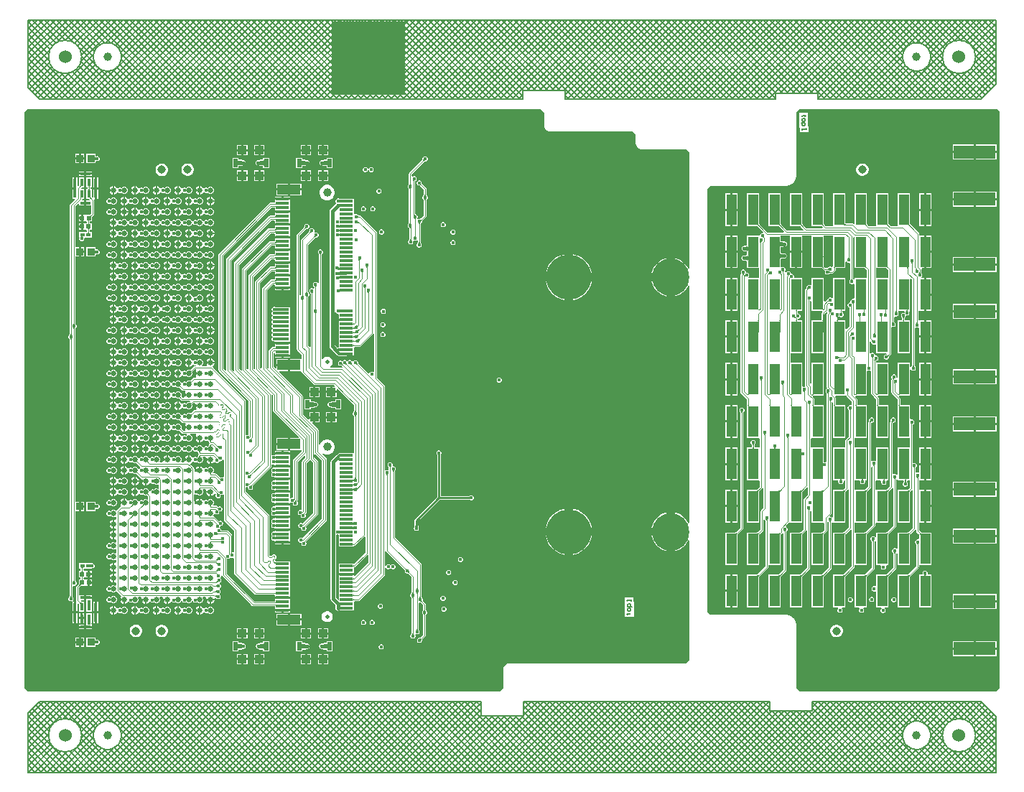
<source format=gtl>
G04*
G04 #@! TF.GenerationSoftware,Altium Limited,Altium NEXUS,4.1.1 (18)*
G04*
G04 Layer_Physical_Order=1*
G04 Layer_Color=255*
%FSLAX44Y44*%
%MOMM*%
G71*
G04*
G04 #@! TF.SameCoordinates,4F3881F6-B343-40B9-83C6-DCB6D38B7AD4*
G04*
G04*
G04 #@! TF.FilePolarity,Positive*
G04*
G01*
G75*
%ADD10C,0.2032*%
%ADD11C,1.0000*%
%ADD12R,8.6729X8.7134*%
%ADD13R,5.0000X1.6000*%
%ADD14R,1.2700X3.6800*%
%ADD15C,0.1250*%
%ADD16C,0.1500*%
%ADD17C,0.1000*%
%ADD18C,0.4000*%
%ADD19R,0.5000X1.0000*%
%ADD20R,1.0000X1.0000*%
%ADD21C,0.6400*%
%ADD22R,0.8500X0.9000*%
%ADD23R,1.5500X0.3000*%
%ADD24R,2.7500X1.2000*%
%ADD25R,0.5000X0.4500*%
%ADD26R,0.4000X0.9500*%
%ADD27R,0.3500X2.3000*%
%ADD28R,1.3000X0.3500*%
%ADD29R,0.5600X0.5200*%
%ADD30C,0.2500*%
%ADD31C,0.2000*%
%ADD32C,0.3000*%
%ADD33C,1.5240*%
%ADD34C,0.9700*%
%ADD35C,0.4000*%
%ADD36C,5.0000*%
%ADD37C,5.3000*%
%ADD38C,4.4000*%
%ADD39C,0.5000*%
%ADD40C,3.0000*%
%ADD41C,3.5000*%
G36*
X1151961Y785155D02*
Y105845D01*
X1148155Y102039D01*
X915845D01*
X912039Y105845D01*
Y180000D01*
X912029Y180050D01*
X912037Y180100D01*
X911989Y181080D01*
X911952Y181227D01*
Y181378D01*
X911570Y183301D01*
X911493Y183486D01*
X911453Y183683D01*
X910703Y185494D01*
X910592Y185661D01*
X910515Y185847D01*
X909426Y187477D01*
X909284Y187619D01*
X909172Y187786D01*
X907786Y189172D01*
X907619Y189284D01*
X907477Y189426D01*
X905847Y190515D01*
X905661Y190592D01*
X905495Y190703D01*
X903683Y191453D01*
X903486Y191493D01*
X903301Y191569D01*
X901378Y191952D01*
X901227D01*
X901080Y191989D01*
X900100Y192037D01*
X900050Y192029D01*
X900000Y192039D01*
X810845Y192039D01*
X807039Y195845D01*
Y694155D01*
X810845Y697961D01*
X900000D01*
X900050Y697971D01*
X900100Y697963D01*
X901080Y698011D01*
X901227Y698048D01*
X901378D01*
X903301Y698431D01*
X903486Y698507D01*
X903683Y698547D01*
X905494Y699297D01*
X905661Y699408D01*
X905847Y699485D01*
X907477Y700574D01*
X907619Y700716D01*
X907786Y700828D01*
X909172Y702214D01*
X909284Y702381D01*
X909426Y702523D01*
X910515Y704153D01*
X910592Y704339D01*
X910703Y704506D01*
X911453Y706317D01*
X911493Y706514D01*
X911569Y706699D01*
X911952Y708622D01*
Y708773D01*
X911989Y708920D01*
X912037Y709900D01*
X912029Y709950D01*
X912039Y710000D01*
Y784155D01*
X915845Y787961D01*
X1149155D01*
X1151961Y785155D01*
D02*
G37*
G36*
X614961Y784155D02*
Y769000D01*
X614981Y768901D01*
X614971Y768800D01*
X615067Y767825D01*
X615154Y767538D01*
X615212Y767244D01*
X615959Y765442D01*
X616401Y764780D01*
X617780Y763401D01*
X617780Y763401D01*
X618442Y762959D01*
X620244Y762212D01*
X620538Y762154D01*
X620825Y762067D01*
X621800Y761971D01*
X621901Y761981D01*
X622000Y761961D01*
X719155D01*
X722961Y758155D01*
Y748000D01*
X722981Y747901D01*
X722971Y747800D01*
X723067Y746825D01*
X723154Y746538D01*
X723212Y746244D01*
X723959Y744442D01*
X724401Y743780D01*
X725780Y742401D01*
X725780Y742401D01*
X726442Y741959D01*
X728244Y741212D01*
X728244D01*
X728538Y741154D01*
X728825Y741067D01*
X729800Y740971D01*
X729901Y740981D01*
X730000Y740961D01*
X782155D01*
X785961Y737155D01*
Y600338D01*
X784715Y600091D01*
X784382Y600895D01*
X781865Y604662D01*
X778662Y607865D01*
X774895Y610382D01*
X770709Y612116D01*
X769000Y612456D01*
Y590000D01*
Y567544D01*
X770709Y567884D01*
X774895Y569618D01*
X778662Y572135D01*
X781865Y575338D01*
X784382Y579105D01*
X784715Y579909D01*
X785961Y579662D01*
Y445000D01*
X785961Y300338D01*
X784715Y300091D01*
X784382Y300895D01*
X781865Y304662D01*
X778662Y307865D01*
X774895Y310382D01*
X770709Y312116D01*
X769000Y312456D01*
Y290000D01*
Y267544D01*
X770709Y267884D01*
X774895Y269618D01*
X778662Y272135D01*
X781865Y275338D01*
X784382Y279105D01*
X784715Y279909D01*
X785961Y279662D01*
Y138845D01*
X782106Y134990D01*
X574001Y135039D01*
X573901Y135019D01*
X573800Y135029D01*
X572825Y134933D01*
X572538Y134846D01*
X572244Y134788D01*
X570442Y134041D01*
X569780Y133599D01*
X568401Y132220D01*
X567959Y131558D01*
X567212Y129756D01*
X567154Y129462D01*
X567067Y129175D01*
X566971Y128200D01*
X566981Y128099D01*
X566961Y128000D01*
Y105845D01*
X563155Y102039D01*
X5845D01*
X2039Y105845D01*
Y445000D01*
Y784155D01*
X5845Y787961D01*
X611155D01*
X614961Y784155D01*
D02*
G37*
%LPC*%
G36*
X926081Y784000D02*
X915250D01*
Y766504D01*
X916250D01*
Y761334D01*
X926248D01*
Y768000D01*
X926081D01*
Y784000D01*
D02*
G37*
G36*
X1148400Y746700D02*
X1123670D01*
Y738970D01*
X1148400D01*
Y746700D01*
D02*
G37*
G36*
X1121130D02*
X1096400D01*
Y738970D01*
X1121130D01*
Y746700D01*
D02*
G37*
G36*
X1148400Y736430D02*
X1123670D01*
Y728700D01*
X1148400D01*
Y736430D01*
D02*
G37*
G36*
X1121130D02*
X1096400D01*
Y728700D01*
X1121130D01*
Y736430D01*
D02*
G37*
G36*
X990968Y724250D02*
X989032D01*
X987163Y723749D01*
X985487Y722782D01*
X984119Y721413D01*
X983151Y719737D01*
X982650Y717868D01*
Y715932D01*
X983151Y714063D01*
X984119Y712387D01*
X985487Y711019D01*
X987163Y710051D01*
X989032Y709550D01*
X990968D01*
X992837Y710051D01*
X994513Y711019D01*
X995882Y712387D01*
X996849Y714063D01*
X997350Y715932D01*
Y717868D01*
X996849Y719737D01*
X995882Y721413D01*
X994513Y722782D01*
X992837Y723749D01*
X990968Y724250D01*
D02*
G37*
G36*
X1148400Y691300D02*
X1123670D01*
Y683570D01*
X1148400D01*
Y691300D01*
D02*
G37*
G36*
X1121130D02*
X1096400D01*
Y683570D01*
X1121130D01*
Y691300D01*
D02*
G37*
G36*
X1148400Y681030D02*
X1123670D01*
Y673300D01*
X1148400D01*
Y681030D01*
D02*
G37*
G36*
X1121130D02*
X1096400D01*
Y673300D01*
X1121130D01*
Y681030D01*
D02*
G37*
G36*
X1071650Y689150D02*
X1065570D01*
Y671020D01*
X1071650D01*
Y689150D01*
D02*
G37*
G36*
X1063030D02*
X1056950D01*
Y671020D01*
X1063030D01*
Y689150D01*
D02*
G37*
G36*
X843050D02*
X836970D01*
Y671020D01*
X843050D01*
Y689150D01*
D02*
G37*
G36*
X834430D02*
X828350D01*
Y671020D01*
X834430D01*
Y689150D01*
D02*
G37*
G36*
X1071650Y668480D02*
X1065570D01*
Y650350D01*
X1071650D01*
Y668480D01*
D02*
G37*
G36*
X1063030D02*
X1056950D01*
Y650350D01*
X1063030D01*
Y668480D01*
D02*
G37*
G36*
X843050D02*
X836970D01*
Y650350D01*
X843050D01*
Y668480D01*
D02*
G37*
G36*
X834430D02*
X828350D01*
Y650350D01*
X834430D01*
Y668480D01*
D02*
G37*
G36*
X1046250Y689150D02*
X1031550D01*
Y650350D01*
X1030442Y649959D01*
X1023606D01*
X1021537Y652027D01*
X1021495Y652140D01*
X1021057Y652610D01*
X1020924Y652775D01*
X1020850Y652880D01*
Y653130D01*
X1020871Y653183D01*
X1020850Y653233D01*
Y653336D01*
X1020855Y653358D01*
X1020850Y653366D01*
Y689150D01*
X1006150D01*
Y650350D01*
X1004950Y650181D01*
X997962D01*
X996138Y652005D01*
X996097Y652117D01*
X995664Y652583D01*
X995535Y652744D01*
X995450Y652866D01*
Y653023D01*
X995502Y653148D01*
X995468Y653231D01*
X995489Y653317D01*
X995450Y653380D01*
Y689150D01*
X980750D01*
Y653485D01*
X979577Y652999D01*
X979429Y653147D01*
X978891Y653506D01*
X978257Y653632D01*
X970411D01*
X970298Y653682D01*
X970089Y653688D01*
X970050Y653691D01*
Y689150D01*
X955350D01*
Y650449D01*
X946894D01*
X945338Y652005D01*
X945297Y652117D01*
X944864Y652583D01*
X944735Y652744D01*
X944682Y652821D01*
Y653100D01*
X944702Y653148D01*
X944682Y653197D01*
Y653288D01*
X944689Y653317D01*
X944682Y653328D01*
Y664025D01*
X944650Y664185D01*
Y689150D01*
X929950D01*
Y650350D01*
X941620D01*
X941683Y650311D01*
X941769Y650332D01*
X941852Y650298D01*
X941977Y650350D01*
X942134D01*
X942243Y650274D01*
X942637Y649941D01*
X942868Y649718D01*
X943172Y649093D01*
X942459Y647823D01*
X924120D01*
X919938Y652005D01*
X919897Y652117D01*
X919464Y652583D01*
X919335Y652744D01*
X919250Y652866D01*
Y653023D01*
X919302Y653148D01*
X919268Y653231D01*
X919289Y653317D01*
X919250Y653380D01*
Y689150D01*
X904550D01*
Y650350D01*
X916220D01*
X916283Y650311D01*
X916369Y650332D01*
X916452Y650298D01*
X916577Y650350D01*
X916734D01*
X916843Y650274D01*
X917237Y649941D01*
X917468Y649718D01*
X917585Y649672D01*
X920804Y646453D01*
X920318Y645280D01*
X901263D01*
X894538Y652005D01*
X894497Y652117D01*
X894064Y652583D01*
X893935Y652744D01*
X893850Y652866D01*
Y653023D01*
X893902Y653148D01*
X893868Y653231D01*
X893889Y653317D01*
X893850Y653380D01*
Y689150D01*
X879150D01*
Y650350D01*
X890820D01*
X890883Y650311D01*
X890969Y650332D01*
X891052Y650298D01*
X891177Y650350D01*
X891334D01*
X891443Y650274D01*
X891837Y649941D01*
X892068Y649718D01*
X892185Y649672D01*
X897869Y643988D01*
X897383Y642814D01*
X878329D01*
X869138Y652005D01*
X869097Y652117D01*
X868664Y652583D01*
X868535Y652744D01*
X868450Y652866D01*
Y653023D01*
X868502Y653148D01*
X868468Y653231D01*
X868489Y653317D01*
X868450Y653380D01*
Y689150D01*
X853750D01*
Y650350D01*
X865420D01*
X865483Y650311D01*
X865570Y650332D01*
X865652Y650298D01*
X865777Y650350D01*
X865934D01*
X866043Y650274D01*
X866437Y649941D01*
X866668Y649718D01*
X866785Y649672D01*
X872999Y643458D01*
X872473Y642188D01*
X871842D01*
X870739Y641731D01*
X869895Y640888D01*
X869572Y640107D01*
X868450Y639650D01*
X868450Y639650D01*
X868450Y639650D01*
X853750D01*
Y628143D01*
X853735Y628114D01*
X853708Y627862D01*
X853676Y627771D01*
X853621Y627690D01*
X853512Y627589D01*
X853316Y627470D01*
X853015Y627348D01*
X852608Y627239D01*
X852095Y627155D01*
X851485Y627101D01*
X850752Y627082D01*
X850660Y627041D01*
X850454Y627000D01*
X850153D01*
X849875Y626885D01*
X849579Y626826D01*
X849329Y626659D01*
X849051Y626543D01*
X848838Y626330D01*
X848587Y626163D01*
X848420Y625912D01*
X848207Y625699D01*
X848091Y625421D01*
X847924Y625171D01*
X847865Y624875D01*
X847750Y624597D01*
Y624296D01*
X847691Y624000D01*
X847750Y623704D01*
Y623403D01*
X847865Y623125D01*
X847924Y622830D01*
X848091Y622579D01*
X848207Y622301D01*
X848420Y622088D01*
X848587Y621837D01*
X848838Y621670D01*
X849051Y621457D01*
X849329Y621341D01*
X849579Y621174D01*
X849875Y621115D01*
X850153Y621000D01*
X850454D01*
X850660Y620959D01*
X850752Y620918D01*
X851485Y620899D01*
X852095Y620845D01*
X852608Y620761D01*
X853015Y620652D01*
X853316Y620530D01*
X853512Y620411D01*
X853621Y620311D01*
X853676Y620229D01*
X853708Y620138D01*
X853735Y619886D01*
X853750Y619857D01*
Y616893D01*
X853735Y616864D01*
X853708Y616612D01*
X853676Y616521D01*
X853621Y616440D01*
X853512Y616339D01*
X853316Y616220D01*
X853015Y616098D01*
X852608Y615989D01*
X852095Y615905D01*
X851485Y615851D01*
X850752Y615832D01*
X850700Y615809D01*
X850500D01*
X850204Y615750D01*
X849903D01*
X849625Y615635D01*
X849330Y615576D01*
X849079Y615409D01*
X848801Y615293D01*
X848588Y615080D01*
X848337Y614913D01*
X848170Y614662D01*
X847957Y614449D01*
X847841Y614171D01*
X847674Y613921D01*
X847615Y613625D01*
X847500Y613347D01*
Y613046D01*
X847441Y612750D01*
X847500Y612454D01*
Y612153D01*
X847615Y611875D01*
X847674Y611580D01*
X847841Y611329D01*
X847957Y611051D01*
X848170Y610838D01*
X848337Y610587D01*
X848588Y610420D01*
X848801Y610207D01*
X849079Y610091D01*
X849330Y609924D01*
X849625Y609865D01*
X849903Y609750D01*
X850204D01*
X850500Y609691D01*
X850700D01*
X850752Y609668D01*
X851485Y609649D01*
X852095Y609595D01*
X852608Y609511D01*
X853015Y609402D01*
X853316Y609280D01*
X853512Y609161D01*
X853621Y609061D01*
X853676Y608979D01*
X853708Y608888D01*
X853735Y608636D01*
X853750Y608607D01*
Y600850D01*
X868315D01*
Y589150D01*
X855843D01*
X855430Y590420D01*
X855983Y590972D01*
X856439Y592075D01*
Y593268D01*
X855983Y594371D01*
X855139Y595215D01*
X854036Y595672D01*
X852904D01*
Y596804D01*
X852447Y597906D01*
X851603Y598750D01*
X850501Y599207D01*
X849307D01*
X848204Y598750D01*
X847361Y597906D01*
X846904Y596804D01*
Y595610D01*
X847361Y594508D01*
X847451Y594417D01*
X847477Y594309D01*
X847477Y594309D01*
X846602Y593434D01*
X846126Y592285D01*
Y454499D01*
X846602Y453351D01*
X847334Y452619D01*
X847334Y452619D01*
X853626Y446326D01*
Y426100D01*
X853750Y425802D01*
Y400850D01*
X868450D01*
X868918Y399774D01*
Y390226D01*
X868450Y389150D01*
X867648Y389150D01*
X862816D01*
X862812Y389187D01*
X862807Y389397D01*
X862757Y389510D01*
Y392131D01*
X862806Y392237D01*
X862812Y392371D01*
X862823Y392453D01*
X862841Y392532D01*
X862866Y392610D01*
X862900Y392690D01*
X862944Y392773D01*
X863000Y392859D01*
X863069Y392951D01*
X863153Y393046D01*
X863277Y393169D01*
X863359Y393367D01*
X863693Y393701D01*
X864150Y394803D01*
Y395997D01*
X863693Y397099D01*
X862849Y397943D01*
X861747Y398400D01*
X860553D01*
X859451Y397943D01*
X858607Y397099D01*
X858150Y395997D01*
Y394803D01*
X858607Y393701D01*
X858851Y393457D01*
X858916Y393277D01*
X859038Y393144D01*
X859123Y393038D01*
X859193Y392937D01*
X859251Y392841D01*
X859297Y392749D01*
X859332Y392661D01*
X859359Y392575D01*
X859377Y392491D01*
X859388Y392405D01*
X859394Y392272D01*
X859443Y392165D01*
Y389510D01*
X859393Y389397D01*
X859388Y389187D01*
X859384Y389150D01*
X853750D01*
Y350350D01*
X867648D01*
X868450Y350350D01*
X868918Y349274D01*
Y342761D01*
X866996Y340839D01*
X866927Y340822D01*
X866883Y340751D01*
X866806Y340721D01*
X866495Y340418D01*
X865956Y339941D01*
X865756Y339787D01*
X865591Y339677D01*
X865542Y339650D01*
X865193D01*
X865168Y339656D01*
X865159Y339650D01*
X853750D01*
Y300850D01*
X868450D01*
Y325815D01*
X868482Y325975D01*
Y337500D01*
X868840Y337918D01*
X869081Y338166D01*
X869128Y338284D01*
X871746Y340903D01*
X872106Y341441D01*
X873374Y341306D01*
Y317997D01*
X870715Y315338D01*
X870356Y314800D01*
X870229Y314166D01*
Y293273D01*
X866794Y289837D01*
X866682Y289795D01*
X866210Y289356D01*
X866044Y289222D01*
X865943Y289150D01*
X865704D01*
X865652Y289171D01*
X865600Y289150D01*
X865505D01*
X865475Y289157D01*
X865464Y289150D01*
X853750D01*
Y250350D01*
X868450D01*
Y286164D01*
X868457Y286175D01*
X868450Y286205D01*
Y286300D01*
X868471Y286352D01*
X868450Y286404D01*
Y286643D01*
X868513Y286732D01*
X868854Y287132D01*
X869081Y287367D01*
X869128Y287485D01*
X873058Y291415D01*
X873417Y291952D01*
X873543Y292586D01*
Y303979D01*
X873717Y304076D01*
X874844Y304094D01*
X875423Y303362D01*
X875427Y303345D01*
X875438Y303261D01*
X875444Y303128D01*
X875493Y303021D01*
Y249036D01*
X866794Y240337D01*
X866682Y240295D01*
X866210Y239856D01*
X866044Y239722D01*
X865943Y239650D01*
X865704D01*
X865652Y239671D01*
X865600Y239650D01*
X865505D01*
X865475Y239657D01*
X865464Y239650D01*
X853750D01*
Y200850D01*
X868450D01*
Y236664D01*
X868457Y236675D01*
X868450Y236705D01*
Y236800D01*
X868471Y236852D01*
X868450Y236903D01*
Y237143D01*
X868513Y237232D01*
X868854Y237632D01*
X869081Y237867D01*
X869128Y237985D01*
X878322Y247178D01*
X878681Y247716D01*
X878807Y248350D01*
Y249222D01*
X879150Y250350D01*
X893850D01*
Y286164D01*
X893857Y286175D01*
X893850Y286205D01*
Y286300D01*
X893871Y286352D01*
X893850Y286404D01*
Y286643D01*
X893913Y286732D01*
X894254Y287132D01*
X894482Y287367D01*
X894528Y287485D01*
X895383Y288340D01*
X895742Y288878D01*
X895804Y289185D01*
X896104Y289463D01*
X896508Y289660D01*
X897118Y289747D01*
X897287Y289398D01*
Y245430D01*
X892194Y240337D01*
X892082Y240295D01*
X891610Y239856D01*
X891444Y239722D01*
X891343Y239650D01*
X891104D01*
X891052Y239671D01*
X891000Y239650D01*
X890905D01*
X890875Y239657D01*
X890864Y239650D01*
X879150D01*
Y200850D01*
X893850D01*
Y236664D01*
X893857Y236675D01*
X893850Y236705D01*
Y236800D01*
X893871Y236852D01*
X893850Y236903D01*
Y237143D01*
X893913Y237232D01*
X894254Y237632D01*
X894482Y237867D01*
X894528Y237985D01*
X900115Y243572D01*
X900475Y244110D01*
X900601Y244744D01*
Y289934D01*
X900650Y290040D01*
X900656Y290174D01*
X900667Y290258D01*
X900685Y290340D01*
X900711Y290422D01*
X900746Y290505D01*
X900791Y290593D01*
X900847Y290684D01*
X900917Y290780D01*
X901002Y290881D01*
X901125Y291009D01*
X901199Y291199D01*
X901487Y291487D01*
X901944Y292590D01*
Y293783D01*
X901487Y294886D01*
X900643Y295730D01*
X900104Y295954D01*
X899714Y297360D01*
X903280Y300926D01*
X904550Y300850D01*
X904550Y300850D01*
X919250D01*
Y336664D01*
X919257Y336675D01*
X919250Y336705D01*
Y336800D01*
X919271Y336852D01*
X919250Y336903D01*
Y337143D01*
X919313Y337232D01*
X919654Y337632D01*
X919882Y337867D01*
X919928Y337985D01*
X924635Y342692D01*
X925906Y342166D01*
Y334066D01*
X921141Y329302D01*
X920782Y328764D01*
X920656Y328130D01*
Y292899D01*
X917594Y289837D01*
X917482Y289795D01*
X917010Y289356D01*
X916844Y289222D01*
X916743Y289150D01*
X916504D01*
X916452Y289171D01*
X916400Y289150D01*
X916305D01*
X916275Y289157D01*
X916264Y289150D01*
X904550D01*
Y250350D01*
X919250D01*
Y286164D01*
X919257Y286175D01*
X919250Y286205D01*
Y286300D01*
X919271Y286352D01*
X919250Y286404D01*
Y286643D01*
X919313Y286732D01*
X919654Y287132D01*
X919882Y287367D01*
X919928Y287485D01*
X923484Y291041D01*
X923843Y291579D01*
X923970Y292213D01*
Y313130D01*
X925240Y313701D01*
X925246Y313695D01*
Y247989D01*
X917594Y240337D01*
X917482Y240295D01*
X917010Y239856D01*
X916844Y239722D01*
X916743Y239650D01*
X916504D01*
X916452Y239671D01*
X916400Y239650D01*
X916305D01*
X916275Y239657D01*
X916264Y239650D01*
X904550D01*
Y200850D01*
X919250D01*
Y236664D01*
X919257Y236675D01*
X919250Y236705D01*
Y236800D01*
X919271Y236852D01*
X919250Y236903D01*
Y237143D01*
X919313Y237232D01*
X919654Y237632D01*
X919882Y237867D01*
X919928Y237985D01*
X928074Y246131D01*
X928433Y246669D01*
X928559Y247303D01*
Y314338D01*
X928603Y314413D01*
X929052Y314552D01*
X929094Y314543D01*
X929950Y313903D01*
Y300850D01*
X944650D01*
X945093Y299764D01*
Y291936D01*
X942994Y289837D01*
X942882Y289795D01*
X942410Y289356D01*
X942244Y289222D01*
X942143Y289150D01*
X941904D01*
X941852Y289171D01*
X941800Y289150D01*
X941705D01*
X941675Y289157D01*
X941664Y289150D01*
X929950D01*
Y250350D01*
X944650D01*
Y286164D01*
X944657Y286175D01*
X944650Y286205D01*
Y286300D01*
X944671Y286352D01*
X944650Y286404D01*
Y286643D01*
X944713Y286732D01*
X945054Y287132D01*
X945282Y287367D01*
X945328Y287485D01*
X947922Y290079D01*
X948281Y290616D01*
X948407Y291250D01*
Y302191D01*
X948566Y302284D01*
X949643Y302317D01*
X950277Y301571D01*
X950288Y301487D01*
X950294Y301354D01*
X950343Y301247D01*
Y247686D01*
X942994Y240337D01*
X942882Y240295D01*
X942410Y239856D01*
X942244Y239722D01*
X942143Y239650D01*
X941904D01*
X941852Y239671D01*
X941800Y239650D01*
X941705D01*
X941675Y239657D01*
X941664Y239650D01*
X929950D01*
Y200850D01*
X944650D01*
Y236664D01*
X944657Y236675D01*
X944650Y236705D01*
Y236800D01*
X944671Y236852D01*
X944650Y236903D01*
Y237143D01*
X944713Y237232D01*
X945054Y237632D01*
X945282Y237867D01*
X945328Y237985D01*
X953172Y245828D01*
X953531Y246366D01*
X953657Y247000D01*
Y301113D01*
X954017Y301580D01*
X954080Y301625D01*
X954962Y301303D01*
X955350Y300852D01*
Y300850D01*
X970050D01*
Y336664D01*
X970057Y336675D01*
X970050Y336705D01*
Y336800D01*
X970071Y336852D01*
X970050Y336903D01*
Y337143D01*
X970113Y337232D01*
X970454Y337632D01*
X970682Y337867D01*
X970728Y337985D01*
X972573Y339830D01*
X973843Y339322D01*
Y295286D01*
X968394Y289837D01*
X968282Y289795D01*
X967810Y289356D01*
X967644Y289222D01*
X967543Y289150D01*
X967303D01*
X967252Y289171D01*
X967200Y289150D01*
X967105D01*
X967075Y289157D01*
X967064Y289150D01*
X955350D01*
Y250350D01*
X970050D01*
Y286164D01*
X970057Y286175D01*
X970050Y286205D01*
Y286300D01*
X970071Y286352D01*
X970050Y286404D01*
Y286643D01*
X970113Y286732D01*
X970454Y287132D01*
X970682Y287367D01*
X970728Y287485D01*
X976448Y293205D01*
X977318Y292989D01*
X977718Y292717D01*
Y249661D01*
X968394Y240337D01*
X968282Y240295D01*
X967810Y239856D01*
X967644Y239722D01*
X967543Y239650D01*
X967303D01*
X967252Y239671D01*
X967200Y239650D01*
X967105D01*
X967075Y239657D01*
X967064Y239650D01*
X955350D01*
Y200850D01*
X961061D01*
X961587Y199580D01*
X961207Y199199D01*
X960750Y198097D01*
Y196903D01*
X961207Y195801D01*
X962051Y194957D01*
X963153Y194500D01*
X964347D01*
X965449Y194957D01*
X966293Y195801D01*
X966750Y196903D01*
Y198097D01*
X966293Y199199D01*
X965913Y199580D01*
X966439Y200850D01*
X970050D01*
Y236664D01*
X970057Y236675D01*
X970050Y236705D01*
Y236800D01*
X970071Y236852D01*
X970050Y236903D01*
Y237143D01*
X970113Y237232D01*
X970454Y237632D01*
X970682Y237867D01*
X970728Y237985D01*
X980547Y247803D01*
X980906Y248341D01*
X981032Y248975D01*
Y250350D01*
X995450D01*
Y286164D01*
X995457Y286175D01*
X995450Y286205D01*
Y286300D01*
X995471Y286352D01*
X995450Y286404D01*
Y286643D01*
X995513Y286732D01*
X995854Y287132D01*
X996081Y287367D01*
X996128Y287485D01*
X1004672Y296028D01*
X1005031Y296566D01*
X1005157Y297200D01*
Y300182D01*
X1006150Y300850D01*
X1006427Y300850D01*
X1020850D01*
Y336664D01*
X1020857Y336675D01*
X1020850Y336705D01*
Y336800D01*
X1020871Y336852D01*
X1020850Y336903D01*
Y337143D01*
X1020913Y337232D01*
X1021254Y337632D01*
X1021481Y337867D01*
X1021528Y337985D01*
X1025277Y341734D01*
X1025538Y341717D01*
X1026547Y341319D01*
Y297190D01*
X1019194Y289837D01*
X1019082Y289795D01*
X1018610Y289356D01*
X1018444Y289222D01*
X1018343Y289150D01*
X1018103D01*
X1018052Y289171D01*
X1018000Y289150D01*
X1017905D01*
X1017875Y289157D01*
X1017864Y289150D01*
X1006150D01*
Y284125D01*
X1005402Y283801D01*
X1004880Y283736D01*
X1004148Y284467D01*
X1003046Y284924D01*
X1001852D01*
X1000750Y284467D01*
X999906Y283624D01*
X999449Y282521D01*
Y281327D01*
X999906Y280225D01*
X1000194Y279937D01*
X1000268Y279746D01*
X1000391Y279618D01*
X1000476Y279518D01*
X1000546Y279422D01*
X1000602Y279330D01*
X1000647Y279243D01*
X1000682Y279159D01*
X1000708Y279077D01*
X1000726Y278995D01*
X1000737Y278911D01*
X1000743Y278778D01*
X1000792Y278671D01*
Y247335D01*
X993794Y240337D01*
X993682Y240295D01*
X993210Y239856D01*
X993044Y239722D01*
X992943Y239650D01*
X992703D01*
X992652Y239671D01*
X992600Y239650D01*
X992505D01*
X992475Y239657D01*
X992464Y239650D01*
X980750D01*
Y200850D01*
X986311D01*
X986837Y199580D01*
X986457Y199199D01*
X986000Y198097D01*
Y196903D01*
X986457Y195801D01*
X987301Y194957D01*
X988403Y194500D01*
X989597D01*
X990699Y194957D01*
X991543Y195801D01*
X992000Y196903D01*
Y198097D01*
X991543Y199199D01*
X991163Y199580D01*
X991689Y200850D01*
X995450D01*
Y236664D01*
X995457Y236675D01*
X995450Y236705D01*
Y236800D01*
X995471Y236852D01*
X995450Y236903D01*
Y237143D01*
X995513Y237232D01*
X995854Y237632D01*
X996081Y237867D01*
X996128Y237985D01*
X1003621Y245478D01*
X1003980Y246015D01*
X1004106Y246649D01*
Y278671D01*
X1004155Y278778D01*
X1004161Y278912D01*
X1004172Y278995D01*
X1004190Y279077D01*
X1004216Y279159D01*
X1004251Y279243D01*
X1004296Y279330D01*
X1004352Y279422D01*
X1004423Y279518D01*
X1004507Y279618D01*
X1004630Y279746D01*
X1004898Y279767D01*
X1006150Y278662D01*
Y250350D01*
X1011248D01*
X1012097Y249080D01*
X1012000Y248847D01*
Y247653D01*
X1012457Y246551D01*
X1013301Y245707D01*
X1014403Y245250D01*
X1015597D01*
X1016699Y245707D01*
X1017543Y246551D01*
X1018000Y247653D01*
Y248847D01*
X1017903Y249080D01*
X1018752Y250350D01*
X1020850D01*
Y286164D01*
X1020857Y286175D01*
X1020850Y286205D01*
Y286300D01*
X1020871Y286352D01*
X1020850Y286404D01*
Y286643D01*
X1020913Y286732D01*
X1021254Y287132D01*
X1021481Y287367D01*
X1021528Y287485D01*
X1029376Y295333D01*
X1029735Y295870D01*
X1029861Y296504D01*
Y351698D01*
X1030265Y352207D01*
X1030280Y352218D01*
X1031160Y351897D01*
X1031550Y351438D01*
Y350350D01*
X1038235D01*
X1038943Y349390D01*
X1038997Y349255D01*
X1039009Y349097D01*
X1038983Y349015D01*
X1038948Y348931D01*
X1038903Y348844D01*
X1038847Y348752D01*
X1038777Y348656D01*
X1038692Y348556D01*
X1038569Y348428D01*
X1038495Y348237D01*
X1038207Y347949D01*
X1037750Y346847D01*
Y345653D01*
X1038207Y344551D01*
X1039051Y343707D01*
X1040153Y343250D01*
X1041347D01*
X1042449Y343707D01*
X1043293Y344551D01*
X1043750Y345653D01*
Y346847D01*
X1043293Y347949D01*
X1043005Y348237D01*
X1042931Y348428D01*
X1042808Y348556D01*
X1042723Y348656D01*
X1042654Y348752D01*
X1042597Y348844D01*
X1042552Y348931D01*
X1042517Y349015D01*
X1042491Y349097D01*
X1042503Y349255D01*
X1042557Y349391D01*
X1043265Y350350D01*
X1045924D01*
Y341667D01*
X1044594Y340337D01*
X1044482Y340295D01*
X1044010Y339856D01*
X1043844Y339722D01*
X1043743Y339650D01*
X1043503D01*
X1043452Y339671D01*
X1043400Y339650D01*
X1043305D01*
X1043275Y339657D01*
X1043264Y339650D01*
X1031550D01*
Y300850D01*
X1046250D01*
Y336664D01*
X1046257Y336675D01*
X1046250Y336705D01*
Y336800D01*
X1046271Y336852D01*
X1046250Y336903D01*
Y337143D01*
X1046313Y337232D01*
X1046654Y337632D01*
X1046881Y337867D01*
X1046928Y337985D01*
X1048398Y339455D01*
X1049668Y338955D01*
Y294911D01*
X1044594Y289837D01*
X1044482Y289795D01*
X1044010Y289356D01*
X1043844Y289222D01*
X1043743Y289150D01*
X1043503D01*
X1043452Y289171D01*
X1043400Y289150D01*
X1043305D01*
X1043275Y289157D01*
X1043264Y289150D01*
X1031550D01*
Y270225D01*
X1030280Y269699D01*
X1029817Y270161D01*
X1028715Y270618D01*
X1027521D01*
X1026419Y270161D01*
X1025575Y269317D01*
X1025118Y268215D01*
Y267021D01*
X1025575Y265919D01*
X1025863Y265631D01*
X1025937Y265440D01*
X1026060Y265312D01*
X1026145Y265212D01*
X1026215Y265116D01*
X1026271Y265024D01*
X1026316Y264937D01*
X1026351Y264853D01*
X1026377Y264771D01*
X1026395Y264689D01*
X1026406Y264606D01*
X1026412Y264472D01*
X1026461Y264365D01*
Y247604D01*
X1019194Y240337D01*
X1019082Y240295D01*
X1018610Y239856D01*
X1018444Y239722D01*
X1018343Y239650D01*
X1018103D01*
X1018052Y239671D01*
X1018000Y239650D01*
X1017905D01*
X1017875Y239657D01*
X1017864Y239650D01*
X1006150D01*
Y226481D01*
X1004880Y225633D01*
X1004597Y225750D01*
X1003403D01*
X1002301Y225293D01*
X1001457Y224449D01*
X1001000Y223347D01*
Y222153D01*
X1001457Y221051D01*
X1002301Y220207D01*
X1003403Y219750D01*
X1004597D01*
X1004880Y219867D01*
X1006150Y219019D01*
Y200850D01*
X1012198D01*
X1012348Y200586D01*
X1012587Y199580D01*
X1011957Y198949D01*
X1011500Y197847D01*
Y196653D01*
X1011957Y195551D01*
X1012801Y194707D01*
X1013903Y194250D01*
X1015097D01*
X1016199Y194707D01*
X1017043Y195551D01*
X1017500Y196653D01*
Y197847D01*
X1017043Y198949D01*
X1016413Y199580D01*
X1016652Y200586D01*
X1016802Y200850D01*
X1020850D01*
Y236664D01*
X1020857Y236675D01*
X1020850Y236705D01*
Y236800D01*
X1020871Y236852D01*
X1020850Y236903D01*
Y237143D01*
X1020913Y237232D01*
X1021254Y237632D01*
X1021481Y237867D01*
X1021528Y237985D01*
X1029290Y245746D01*
X1029649Y246284D01*
X1029775Y246918D01*
Y264360D01*
X1029833Y264479D01*
X1030280Y264861D01*
X1030977Y264689D01*
X1031550Y264058D01*
Y250350D01*
X1046250D01*
Y286164D01*
X1046257Y286175D01*
X1046250Y286205D01*
Y286300D01*
X1046271Y286352D01*
X1046250Y286404D01*
Y286643D01*
X1046313Y286732D01*
X1046654Y287132D01*
X1046881Y287367D01*
X1046928Y287485D01*
X1052023Y292580D01*
X1053293Y292054D01*
Y291150D01*
X1053419Y290516D01*
X1053779Y289979D01*
X1056263Y287494D01*
X1056305Y287382D01*
X1056744Y286910D01*
X1056878Y286744D01*
X1056950Y286643D01*
Y286404D01*
X1056929Y286352D01*
X1056950Y286300D01*
Y286205D01*
X1056943Y286175D01*
X1056950Y286164D01*
Y281853D01*
X1055680Y281005D01*
X1055547Y281060D01*
X1054353D01*
X1053251Y280603D01*
X1052407Y279759D01*
X1051950Y278657D01*
Y277463D01*
X1052407Y276360D01*
X1052741Y276026D01*
X1052823Y275829D01*
X1052947Y275706D01*
X1053031Y275611D01*
X1053100Y275519D01*
X1053156Y275433D01*
X1053200Y275350D01*
X1053234Y275270D01*
X1053259Y275192D01*
X1053277Y275113D01*
X1053288Y275031D01*
X1053294Y274897D01*
X1053343Y274791D01*
Y249086D01*
X1044594Y240337D01*
X1044482Y240295D01*
X1044010Y239856D01*
X1043844Y239722D01*
X1043743Y239650D01*
X1043503D01*
X1043452Y239671D01*
X1043400Y239650D01*
X1043305D01*
X1043275Y239657D01*
X1043264Y239650D01*
X1031550D01*
Y200850D01*
X1046250D01*
Y236664D01*
X1046257Y236675D01*
X1046250Y236705D01*
Y236800D01*
X1046271Y236852D01*
X1046250Y236903D01*
Y237143D01*
X1046313Y237232D01*
X1046654Y237632D01*
X1046881Y237867D01*
X1046928Y237985D01*
X1056172Y247229D01*
X1056531Y247766D01*
X1056657Y248400D01*
Y249201D01*
X1056950Y250350D01*
X1071650D01*
Y289150D01*
X1059936D01*
X1059925Y289157D01*
X1059895Y289150D01*
X1059800D01*
X1059748Y289171D01*
X1059697Y289150D01*
X1059457D01*
X1059368Y289213D01*
X1058968Y289554D01*
X1058733Y289781D01*
X1058615Y289828D01*
X1056607Y291836D01*
Y299722D01*
X1056950Y300850D01*
X1057877Y300850D01*
X1063030D01*
Y320250D01*
Y339650D01*
X1056950Y339650D01*
X1056607Y340778D01*
Y349222D01*
X1056950Y350350D01*
X1063030D01*
Y368480D01*
X1056950D01*
Y360307D01*
X1055680Y359458D01*
X1055547Y359513D01*
X1054353D01*
X1054252Y359471D01*
X1052982Y360320D01*
Y365032D01*
X1053030Y365131D01*
X1053027Y365141D01*
X1053031Y365150D01*
X1053037Y365284D01*
X1053048Y365363D01*
X1053065Y365438D01*
X1053090Y365512D01*
X1053123Y365586D01*
X1053165Y365663D01*
X1053219Y365743D01*
X1053286Y365828D01*
X1053369Y365916D01*
X1053494Y366033D01*
X1053585Y366233D01*
X1053985Y366633D01*
X1054442Y367735D01*
Y368929D01*
X1053985Y370032D01*
X1053141Y370876D01*
X1052038Y371332D01*
X1050845D01*
X1050507Y371192D01*
X1049237Y372030D01*
Y416513D01*
X1049949Y416808D01*
X1050793Y417652D01*
X1051250Y418755D01*
Y419948D01*
X1050793Y421051D01*
X1049949Y421895D01*
X1048847Y422352D01*
X1047653D01*
X1047520Y422296D01*
X1046250Y423145D01*
Y439650D01*
X1034674D01*
Y446918D01*
X1034198Y448066D01*
X1033193Y449071D01*
X1033223Y449411D01*
X1033710Y450350D01*
X1046250D01*
Y481338D01*
X1047520Y481591D01*
X1047626Y481335D01*
X1048470Y480491D01*
X1049573Y480034D01*
X1050766D01*
X1051869Y480491D01*
X1052713Y481335D01*
X1053169Y482437D01*
Y483631D01*
X1052713Y484734D01*
X1052425Y485022D01*
X1052350Y485212D01*
X1052227Y485340D01*
X1052143Y485440D01*
X1052073Y485536D01*
X1052016Y485628D01*
X1051971Y485715D01*
X1051936Y485799D01*
X1051910Y485881D01*
X1051892Y485963D01*
X1051881Y486047D01*
X1051876Y486180D01*
X1051826Y486287D01*
Y530135D01*
X1053096Y530895D01*
X1053565Y530701D01*
X1054759D01*
X1055680Y531082D01*
X1056423Y530792D01*
X1056950Y530450D01*
Y521520D01*
X1063030D01*
Y539650D01*
X1056950D01*
Y539650D01*
X1055796Y539930D01*
Y550070D01*
X1056950Y550350D01*
X1057066Y550350D01*
X1063030D01*
Y569750D01*
Y589150D01*
X1059556D01*
X1059275Y590294D01*
X1059272Y590420D01*
X1060094Y591242D01*
X1060550Y592344D01*
Y593538D01*
X1060136Y594537D01*
X1060119Y594644D01*
X1059910Y594979D01*
X1059846Y595102D01*
X1059788Y595228D01*
X1059741Y595348D01*
X1059705Y595463D01*
X1059677Y595572D01*
X1059659Y595674D01*
X1059648Y595772D01*
X1059643Y595907D01*
X1059593Y596015D01*
Y599566D01*
X1059590Y599580D01*
X1060381Y600757D01*
X1060534Y600850D01*
X1063030D01*
Y620250D01*
Y639650D01*
X1057157D01*
Y641100D01*
X1057031Y641734D01*
X1056672Y642271D01*
X1046938Y652005D01*
X1046897Y652117D01*
X1046464Y652583D01*
X1046335Y652744D01*
X1046250Y652866D01*
Y653023D01*
X1046302Y653148D01*
X1046268Y653231D01*
X1046289Y653317D01*
X1046250Y653380D01*
Y689150D01*
D02*
G37*
G36*
X1071650Y639650D02*
X1065570D01*
Y621520D01*
X1071650D01*
Y639650D01*
D02*
G37*
G36*
X843050D02*
X836970D01*
Y621520D01*
X843050D01*
Y639650D01*
D02*
G37*
G36*
X834430D02*
X828350D01*
Y621520D01*
X834430D01*
Y639650D01*
D02*
G37*
G36*
X1148400Y614200D02*
X1123670D01*
Y606470D01*
X1148400D01*
Y614200D01*
D02*
G37*
G36*
X1121130D02*
X1096400D01*
Y606470D01*
X1121130D01*
Y614200D01*
D02*
G37*
G36*
X1071650Y618980D02*
X1065570D01*
Y600850D01*
X1071650D01*
Y618980D01*
D02*
G37*
G36*
X843050D02*
X836970D01*
Y600850D01*
X843050D01*
Y618980D01*
D02*
G37*
G36*
X834430D02*
X828350D01*
Y600850D01*
X834430D01*
Y618980D01*
D02*
G37*
G36*
X1148400Y603930D02*
X1123670D01*
Y596200D01*
X1148400D01*
Y603930D01*
D02*
G37*
G36*
X1121130D02*
X1096400D01*
Y596200D01*
X1121130D01*
Y603930D01*
D02*
G37*
G36*
X1071650Y589150D02*
X1065570D01*
Y571020D01*
X1071650D01*
Y589150D01*
D02*
G37*
G36*
X843050D02*
X836970D01*
Y571020D01*
X843050D01*
Y589150D01*
D02*
G37*
G36*
X834430D02*
X828350D01*
Y571020D01*
X834430D01*
Y589150D01*
D02*
G37*
G36*
X1148400Y558800D02*
X1123670D01*
Y551070D01*
X1148400D01*
Y558800D01*
D02*
G37*
G36*
X1121130D02*
X1096400D01*
Y551070D01*
X1121130D01*
Y558800D01*
D02*
G37*
G36*
X1071650Y568480D02*
X1065570D01*
Y550350D01*
X1071650D01*
Y568480D01*
D02*
G37*
G36*
X843050D02*
X836970D01*
Y550350D01*
X843050D01*
Y568480D01*
D02*
G37*
G36*
X834430D02*
X828350D01*
Y550350D01*
X834430D01*
Y568480D01*
D02*
G37*
G36*
X1148400Y548530D02*
X1123670D01*
Y540800D01*
X1148400D01*
Y548530D01*
D02*
G37*
G36*
X1121130D02*
X1096400D01*
Y540800D01*
X1121130D01*
Y548530D01*
D02*
G37*
G36*
X1071650Y539650D02*
X1065570D01*
Y521520D01*
X1071650D01*
Y539650D01*
D02*
G37*
G36*
X843050D02*
X836970D01*
Y521520D01*
X843050D01*
Y539650D01*
D02*
G37*
G36*
X834430D02*
X828350D01*
Y521520D01*
X834430D01*
Y539650D01*
D02*
G37*
G36*
X1071650Y518980D02*
X1065570D01*
Y500850D01*
X1071650D01*
Y518980D01*
D02*
G37*
G36*
X1063030D02*
X1056950D01*
Y500850D01*
X1063030D01*
Y518980D01*
D02*
G37*
G36*
X843050D02*
X836970D01*
Y500850D01*
X843050D01*
Y518980D01*
D02*
G37*
G36*
X834430D02*
X828350D01*
Y500850D01*
X834430D01*
Y518980D01*
D02*
G37*
G36*
X1148400Y481700D02*
X1123670D01*
Y473970D01*
X1148400D01*
Y481700D01*
D02*
G37*
G36*
X1121130D02*
X1096400D01*
Y473970D01*
X1121130D01*
Y481700D01*
D02*
G37*
G36*
X1071650Y489150D02*
X1065570D01*
Y471020D01*
X1071650D01*
Y489150D01*
D02*
G37*
G36*
X1063030D02*
X1056950D01*
Y471020D01*
X1063030D01*
Y489150D01*
D02*
G37*
G36*
X843050D02*
X836970D01*
Y471020D01*
X843050D01*
Y489150D01*
D02*
G37*
G36*
X834430D02*
X828350D01*
Y471020D01*
X834430D01*
Y489150D01*
D02*
G37*
G36*
X1148400Y471430D02*
X1123670D01*
Y463700D01*
X1148400D01*
Y471430D01*
D02*
G37*
G36*
X1121130D02*
X1096400D01*
Y463700D01*
X1121130D01*
Y471430D01*
D02*
G37*
G36*
X1071650Y468480D02*
X1065570D01*
Y450350D01*
X1071650D01*
Y468480D01*
D02*
G37*
G36*
X1063030D02*
X1056950D01*
Y450350D01*
X1063030D01*
Y468480D01*
D02*
G37*
G36*
X843050D02*
X836970D01*
Y450350D01*
X843050D01*
Y468480D01*
D02*
G37*
G36*
X834430D02*
X828350D01*
Y450350D01*
X834430D01*
Y468480D01*
D02*
G37*
G36*
X1071650Y439650D02*
X1065570D01*
Y421520D01*
X1071650D01*
Y439650D01*
D02*
G37*
G36*
X1063030D02*
X1056950D01*
Y421520D01*
X1063030D01*
Y439650D01*
D02*
G37*
G36*
X843050D02*
X836970D01*
Y421520D01*
X843050D01*
Y439650D01*
D02*
G37*
G36*
X834430D02*
X828350D01*
Y421520D01*
X834430D01*
Y439650D01*
D02*
G37*
G36*
X1148400Y426300D02*
X1123670D01*
Y418570D01*
X1148400D01*
Y426300D01*
D02*
G37*
G36*
X1121130D02*
X1096400D01*
Y418570D01*
X1121130D01*
Y426300D01*
D02*
G37*
G36*
X1148400Y416030D02*
X1123670D01*
Y408300D01*
X1148400D01*
Y416030D01*
D02*
G37*
G36*
X1121130D02*
X1096400D01*
Y408300D01*
X1121130D01*
Y416030D01*
D02*
G37*
G36*
X1071650Y418980D02*
X1065570D01*
Y400850D01*
X1071650D01*
Y418980D01*
D02*
G37*
G36*
X1063030D02*
X1056950D01*
Y400850D01*
X1063030D01*
Y418980D01*
D02*
G37*
G36*
X843050D02*
X836970D01*
Y400850D01*
X843050D01*
Y418980D01*
D02*
G37*
G36*
X834430D02*
X828350D01*
Y400850D01*
X834430D01*
Y418980D01*
D02*
G37*
G36*
X1071650Y389150D02*
X1065570D01*
Y371020D01*
X1071650D01*
Y389150D01*
D02*
G37*
G36*
X1063030D02*
X1056950D01*
Y371020D01*
X1063030D01*
Y389150D01*
D02*
G37*
G36*
X843050D02*
X836970D01*
Y371020D01*
X843050D01*
Y389150D01*
D02*
G37*
G36*
X834430D02*
X828350D01*
Y371020D01*
X834430D01*
Y389150D01*
D02*
G37*
G36*
X1071650Y368480D02*
X1065570D01*
Y350350D01*
X1071650D01*
Y368480D01*
D02*
G37*
G36*
X843050D02*
X836970D01*
Y350350D01*
X843050D01*
Y368480D01*
D02*
G37*
G36*
X834430D02*
X828350D01*
Y350350D01*
X834430D01*
Y368480D01*
D02*
G37*
G36*
X1148400Y349200D02*
X1123670D01*
Y341470D01*
X1148400D01*
Y349200D01*
D02*
G37*
G36*
X1121130D02*
X1096400D01*
Y341470D01*
X1121130D01*
Y349200D01*
D02*
G37*
G36*
X1148400Y338930D02*
X1123670D01*
Y331200D01*
X1148400D01*
Y338930D01*
D02*
G37*
G36*
X1121130D02*
X1096400D01*
Y331200D01*
X1121130D01*
Y338930D01*
D02*
G37*
G36*
X1071650Y339650D02*
X1065570D01*
Y321520D01*
X1071650D01*
Y339650D01*
D02*
G37*
G36*
X843050D02*
X836970D01*
Y321520D01*
X843050D01*
Y339650D01*
D02*
G37*
G36*
X834430D02*
X828350D01*
Y321520D01*
X834430D01*
Y339650D01*
D02*
G37*
G36*
X1071650Y318980D02*
X1065570D01*
Y300850D01*
X1071650D01*
Y318980D01*
D02*
G37*
G36*
X843050D02*
X836970D01*
Y300850D01*
X843050D01*
Y318980D01*
D02*
G37*
G36*
X834430D02*
X828350D01*
Y300850D01*
X834430D01*
Y318980D01*
D02*
G37*
G36*
X848597Y436250D02*
X847403D01*
X846301Y435793D01*
X845457Y434949D01*
X845000Y433847D01*
Y432653D01*
X845457Y431551D01*
X845539Y431469D01*
X845567Y431357D01*
X845682Y431206D01*
X845766Y431079D01*
X845838Y430959D01*
X845897Y430844D01*
X845944Y430735D01*
X845981Y430631D01*
X846009Y430532D01*
X846027Y430436D01*
X846038Y430343D01*
X846043Y430209D01*
X846093Y430101D01*
Y294536D01*
X841394Y289837D01*
X841282Y289795D01*
X840810Y289356D01*
X840644Y289222D01*
X840543Y289150D01*
X840303D01*
X840252Y289171D01*
X840200Y289150D01*
X840105D01*
X840075Y289157D01*
X840064Y289150D01*
X828350D01*
Y250350D01*
X843050D01*
Y286164D01*
X843057Y286175D01*
X843050Y286205D01*
Y286300D01*
X843071Y286352D01*
X843050Y286404D01*
Y286643D01*
X843113Y286732D01*
X843454Y287132D01*
X843681Y287367D01*
X843728Y287485D01*
X848922Y292679D01*
X849281Y293216D01*
X849407Y293850D01*
Y429872D01*
X849448Y429943D01*
X849435Y429991D01*
X849456Y430037D01*
X849462Y430170D01*
X849473Y430245D01*
X849489Y430313D01*
X849512Y430376D01*
X849541Y430439D01*
X849579Y430503D01*
X849629Y430570D01*
X849691Y430642D01*
X849770Y430717D01*
X849896Y430821D01*
X849992Y431000D01*
X850543Y431551D01*
X851000Y432653D01*
Y433847D01*
X850543Y434949D01*
X849699Y435793D01*
X848597Y436250D01*
D02*
G37*
G36*
X1148400Y293800D02*
X1123670D01*
Y286070D01*
X1148400D01*
Y293800D01*
D02*
G37*
G36*
X1121130D02*
X1096400D01*
Y286070D01*
X1121130D01*
Y293800D01*
D02*
G37*
G36*
X1148400Y283530D02*
X1123670D01*
Y275800D01*
X1148400D01*
Y283530D01*
D02*
G37*
G36*
X1121130D02*
X1096400D01*
Y275800D01*
X1121130D01*
Y283530D01*
D02*
G37*
G36*
X843050Y239650D02*
X836970D01*
Y221520D01*
X843050D01*
Y239650D01*
D02*
G37*
G36*
X834430D02*
X828350D01*
Y221520D01*
X834430D01*
Y239650D01*
D02*
G37*
G36*
X1148400Y216700D02*
X1123670D01*
Y208970D01*
X1148400D01*
Y216700D01*
D02*
G37*
G36*
X1121130D02*
X1096400D01*
Y208970D01*
X1121130D01*
Y216700D01*
D02*
G37*
G36*
X1001597Y213250D02*
X1000403D01*
X999301Y212793D01*
X998457Y211949D01*
X998000Y210847D01*
Y209653D01*
X998457Y208551D01*
X999301Y207707D01*
X1000403Y207250D01*
X1001597D01*
X1002699Y207707D01*
X1003543Y208551D01*
X1004000Y209653D01*
Y210847D01*
X1003543Y211949D01*
X1002699Y212793D01*
X1001597Y213250D01*
D02*
G37*
G36*
X1027597Y213000D02*
X1026403D01*
X1025301Y212543D01*
X1024457Y211699D01*
X1024000Y210597D01*
Y209403D01*
X1024457Y208301D01*
X1025301Y207457D01*
X1026403Y207000D01*
X1027597D01*
X1028699Y207457D01*
X1029543Y208301D01*
X1030000Y209403D01*
Y210597D01*
X1029543Y211699D01*
X1028699Y212543D01*
X1027597Y213000D01*
D02*
G37*
G36*
X976597D02*
X975403D01*
X974301Y212543D01*
X973457Y211699D01*
X973000Y210597D01*
Y209403D01*
X973457Y208301D01*
X974301Y207457D01*
X975403Y207000D01*
X976597D01*
X977699Y207457D01*
X978543Y208301D01*
X979000Y209403D01*
Y210597D01*
X978543Y211699D01*
X977699Y212543D01*
X976597Y213000D01*
D02*
G37*
G36*
X1064597Y244000D02*
X1063403D01*
X1062301Y243543D01*
X1061457Y242699D01*
X1061000Y241597D01*
Y240403D01*
X1060497Y239650D01*
X1056950D01*
Y200850D01*
X1071650D01*
Y239650D01*
X1067503D01*
X1067000Y240403D01*
Y241597D01*
X1066543Y242699D01*
X1065699Y243543D01*
X1064597Y244000D01*
D02*
G37*
G36*
X843050Y218980D02*
X836970D01*
Y200850D01*
X843050D01*
Y218980D01*
D02*
G37*
G36*
X834430D02*
X828350D01*
Y200850D01*
X834430D01*
Y218980D01*
D02*
G37*
G36*
X1148400Y206430D02*
X1123670D01*
Y198700D01*
X1148400D01*
Y206430D01*
D02*
G37*
G36*
X1121130D02*
X1096400D01*
Y198700D01*
X1121130D01*
Y206430D01*
D02*
G37*
G36*
X960468Y180450D02*
X958532D01*
X956663Y179949D01*
X954987Y178981D01*
X953619Y177613D01*
X952651Y175937D01*
X952150Y174068D01*
Y172132D01*
X952651Y170263D01*
X953619Y168587D01*
X954987Y167218D01*
X956663Y166251D01*
X958532Y165750D01*
X960468D01*
X962337Y166251D01*
X964013Y167218D01*
X965381Y168587D01*
X966349Y170263D01*
X966850Y172132D01*
Y174068D01*
X966349Y175937D01*
X965381Y177613D01*
X964013Y178981D01*
X962337Y179949D01*
X960468Y180450D01*
D02*
G37*
G36*
X1148400Y161300D02*
X1123670D01*
Y153570D01*
X1148400D01*
Y161300D01*
D02*
G37*
G36*
X1121130D02*
X1096400D01*
Y153570D01*
X1121130D01*
Y161300D01*
D02*
G37*
G36*
X1148400Y151030D02*
X1123670D01*
Y143300D01*
X1148400D01*
Y151030D01*
D02*
G37*
G36*
X1121130D02*
X1096400D01*
Y143300D01*
X1121130D01*
Y151030D01*
D02*
G37*
%LPD*%
G36*
X969004Y653106D02*
X969044Y653000D01*
X969109Y652906D01*
X969199Y652825D01*
X969314Y652756D01*
X969455Y652700D01*
X969621Y652656D01*
X969812Y652625D01*
X970028Y652606D01*
X970269Y652600D01*
Y651350D01*
X969019Y651380D01*
X968989Y653225D01*
X969004Y653106D01*
D02*
G37*
G36*
X1045149Y653051D02*
X1045114Y652936D01*
Y652804D01*
X1045149Y652653D01*
X1045219Y652485D01*
X1045326Y652300D01*
X1045467Y652096D01*
X1045644Y651876D01*
X1046103Y651380D01*
X1045219Y650497D01*
X1044963Y650744D01*
X1044504Y651133D01*
X1044300Y651274D01*
X1044115Y651380D01*
X1043947Y651451D01*
X1043796Y651487D01*
X1043664D01*
X1043549Y651451D01*
X1043452Y651380D01*
X1045219Y653148D01*
X1045149Y653051D01*
D02*
G37*
G36*
X1019722Y653074D02*
X1019691Y652961D01*
X1019694Y652829D01*
X1019733Y652680D01*
X1019807Y652512D01*
X1019916Y652326D01*
X1020060Y652122D01*
X1020239Y651900D01*
X1020703Y651402D01*
X1019841Y650497D01*
X1019581Y650748D01*
X1019116Y651144D01*
X1018912Y651289D01*
X1018726Y651398D01*
X1018558Y651472D01*
X1018409Y651510D01*
X1018279Y651513D01*
X1018167Y651480D01*
X1018073Y651411D01*
X1019789Y653170D01*
X1019722Y653074D01*
D02*
G37*
G36*
X994349Y653051D02*
X994314Y652936D01*
Y652804D01*
X994349Y652653D01*
X994419Y652485D01*
X994526Y652300D01*
X994667Y652096D01*
X994844Y651876D01*
X995303Y651380D01*
X994419Y650497D01*
X994163Y650744D01*
X993704Y651133D01*
X993500Y651274D01*
X993315Y651380D01*
X993147Y651451D01*
X992997Y651487D01*
X992864D01*
X992749Y651451D01*
X992652Y651380D01*
X994419Y653148D01*
X994349Y653051D01*
D02*
G37*
G36*
X943549D02*
X943513Y652936D01*
Y652804D01*
X943549Y652653D01*
X943620Y652485D01*
X943726Y652300D01*
X943867Y652096D01*
X944044Y651876D01*
X944503Y651380D01*
X943620Y650497D01*
X943363Y650744D01*
X942904Y651133D01*
X942700Y651274D01*
X942515Y651380D01*
X942347Y651451D01*
X942197Y651487D01*
X942064D01*
X941949Y651451D01*
X941852Y651380D01*
X943620Y653148D01*
X943549Y653051D01*
D02*
G37*
G36*
X918149D02*
X918113Y652936D01*
Y652804D01*
X918149Y652653D01*
X918220Y652485D01*
X918326Y652300D01*
X918467Y652096D01*
X918644Y651876D01*
X919103Y651380D01*
X918220Y650497D01*
X917963Y650744D01*
X917504Y651133D01*
X917300Y651274D01*
X917115Y651380D01*
X916947Y651451D01*
X916796Y651487D01*
X916664D01*
X916549Y651451D01*
X916452Y651380D01*
X918220Y653148D01*
X918149Y653051D01*
D02*
G37*
G36*
X892749D02*
X892713Y652936D01*
Y652804D01*
X892749Y652653D01*
X892820Y652485D01*
X892926Y652300D01*
X893067Y652096D01*
X893244Y651876D01*
X893703Y651380D01*
X892820Y650497D01*
X892563Y650744D01*
X892104Y651133D01*
X891900Y651274D01*
X891715Y651380D01*
X891547Y651451D01*
X891396Y651487D01*
X891264D01*
X891149Y651451D01*
X891052Y651380D01*
X892820Y653148D01*
X892749Y653051D01*
D02*
G37*
G36*
X867349D02*
X867314Y652936D01*
Y652804D01*
X867349Y652653D01*
X867420Y652485D01*
X867526Y652300D01*
X867667Y652096D01*
X867844Y651876D01*
X868303Y651380D01*
X867420Y650497D01*
X867163Y650744D01*
X866704Y651133D01*
X866500Y651274D01*
X866315Y651380D01*
X866147Y651451D01*
X865996Y651487D01*
X865864D01*
X865749Y651451D01*
X865652Y651380D01*
X867420Y653148D01*
X867349Y653051D01*
D02*
G37*
G36*
X874045Y637985D02*
X874019Y637913D01*
X874006Y637839D01*
X874007Y637763D01*
X874022Y637685D01*
X874051Y637604D01*
X874094Y637521D01*
X874150Y637436D01*
X874220Y637349D01*
X874304Y637259D01*
X873596Y636552D01*
X873467Y636677D01*
X873225Y636886D01*
X873111Y636971D01*
X873003Y637041D01*
X872900Y637098D01*
X872802Y637142D01*
X872710Y637172D01*
X872622Y637188D01*
X872540Y637191D01*
X874086Y638054D01*
X874045Y637985D01*
D02*
G37*
G36*
X871438Y632329D02*
X871248Y632212D01*
X871078Y632089D01*
X870928Y631959D01*
X870798Y631823D01*
X870688Y631680D01*
X870598Y631530D01*
X870528Y631375D01*
X870478Y631212D01*
X870448Y631043D01*
X870438Y630868D01*
X869438Y631143D01*
X869431Y631290D01*
X869410Y631447D01*
X869375Y631614D01*
X869325Y631790D01*
X869261Y631975D01*
X869092Y632375D01*
X868986Y632589D01*
X868731Y633045D01*
X871438Y632329D01*
D02*
G37*
G36*
X892829Y632870D02*
X892950Y632530D01*
X893152Y632230D01*
X893434Y631970D01*
X893797Y631750D01*
X894240Y631570D01*
X894764Y631430D01*
X895368Y631330D01*
X896054Y631270D01*
X896820Y631250D01*
Y627250D01*
X896054Y627230D01*
X895368Y627170D01*
X894764Y627070D01*
X894240Y626930D01*
X893797Y626750D01*
X893434Y626530D01*
X893152Y626270D01*
X892950Y625970D01*
X892829Y625630D01*
X892789Y625250D01*
Y633250D01*
X892829Y632870D01*
D02*
G37*
G36*
X929950Y600850D02*
X941973D01*
X942036Y600811D01*
X942123Y600832D01*
X942205Y600798D01*
X942331Y600850D01*
X942348D01*
X942367Y600837D01*
X944479Y598725D01*
X945054Y598487D01*
X945773Y597204D01*
X945805Y596979D01*
X945787Y596935D01*
Y595742D01*
X946243Y594639D01*
X947087Y593795D01*
X948190Y593338D01*
X949383D01*
X950486Y593795D01*
X950776Y594085D01*
X950969Y594162D01*
X951125Y594314D01*
X951255Y594427D01*
X951376Y594521D01*
X951487Y594596D01*
X951587Y594654D01*
X951675Y594697D01*
X951724Y594715D01*
X954261D01*
X955409Y595190D01*
X957998Y597780D01*
X958474Y598928D01*
Y600850D01*
X970050D01*
Y608120D01*
X971037Y608433D01*
X971320Y608450D01*
X972109Y607661D01*
X973212Y607204D01*
X974405D01*
X974507Y607246D01*
X975777Y606398D01*
Y587980D01*
X975727Y587872D01*
X975722Y587738D01*
X975711Y587643D01*
X975692Y587545D01*
X975665Y587442D01*
X975628Y587334D01*
X975580Y587220D01*
X975528Y587114D01*
X975358Y586833D01*
X975255Y586688D01*
X975234Y586600D01*
X975191Y586557D01*
X974734Y585454D01*
Y584260D01*
X975191Y583158D01*
X976035Y582314D01*
X977137Y581857D01*
X978331D01*
X979433Y582314D01*
X979480Y582361D01*
X980750Y581835D01*
Y565597D01*
X979480Y564748D01*
X979347Y564803D01*
X978153D01*
X977051Y564347D01*
X976207Y563503D01*
X975750Y562400D01*
Y561207D01*
X974730Y560351D01*
X974021Y560058D01*
X973177Y559214D01*
X972720Y558111D01*
Y556918D01*
X973177Y555815D01*
X974021Y554971D01*
X975097Y554526D01*
Y532741D01*
X971223Y528867D01*
X970050Y529353D01*
Y539650D01*
X961742D01*
Y543224D01*
X961760Y543273D01*
X961802Y543361D01*
X961814Y543383D01*
X961906Y543476D01*
X962249Y543583D01*
X963109Y543648D01*
X963319Y543607D01*
X963488Y543545D01*
X964521Y543118D01*
X965714D01*
X966817Y543574D01*
X967661Y544418D01*
X968118Y545521D01*
Y546715D01*
X967661Y547817D01*
X967371Y548107D01*
X967294Y548301D01*
X967142Y548456D01*
X967029Y548586D01*
X966935Y548707D01*
X966860Y548818D01*
X966802Y548918D01*
X966759Y549007D01*
X966741Y549055D01*
Y550350D01*
X970050D01*
Y589150D01*
X955350D01*
Y565903D01*
X954080Y565377D01*
X953734Y565722D01*
X952632Y566179D01*
X951438D01*
X950335Y565722D01*
X949492Y564879D01*
X949035Y563776D01*
Y563666D01*
X948804D01*
X947656Y563190D01*
X945823Y561357D01*
X944650Y561843D01*
Y589150D01*
X929950D01*
Y581589D01*
X929397Y581239D01*
X928680Y580964D01*
X927747Y581350D01*
X926553D01*
X925451Y580893D01*
X924607Y580049D01*
X924150Y578947D01*
Y578536D01*
X924068Y578345D01*
X924065Y578128D01*
X924053Y577956D01*
X924034Y577804D01*
X924009Y577672D01*
X923979Y577561D01*
X923946Y577468D01*
X923925Y577421D01*
X922952Y576448D01*
X922476Y575300D01*
Y462365D01*
X922602Y462062D01*
X922218Y461523D01*
X921667Y461000D01*
X920653D01*
X920520Y460945D01*
X919250Y461793D01*
Y489150D01*
X905045D01*
Y500850D01*
X919250D01*
Y525802D01*
X919374Y526100D01*
X919250Y526398D01*
Y539650D01*
X913524D01*
Y541163D01*
X913653Y541250D01*
X914847D01*
X915949Y541707D01*
X916793Y542551D01*
X917250Y543653D01*
Y544847D01*
X916793Y545949D01*
X915949Y546793D01*
X914847Y547250D01*
X914658D01*
X914537Y547318D01*
X914087Y547373D01*
X913932Y547403D01*
X913786Y547440D01*
X913660Y547480D01*
X913555Y547522D01*
X913524Y547537D01*
Y550350D01*
X919250D01*
Y589150D01*
X910394D01*
X909546Y590420D01*
X909601Y590553D01*
Y591747D01*
X909144Y592849D01*
X908300Y593693D01*
X907198Y594150D01*
X906004D01*
X905402Y595275D01*
X905157Y595866D01*
X904313Y596710D01*
X903210Y597167D01*
X902017D01*
X900914Y596710D01*
X900084Y595880D01*
X900008Y595858D01*
X899134Y595736D01*
X898746Y595746D01*
X898674Y595836D01*
X898581Y595989D01*
X898426Y596362D01*
X898341Y596688D01*
X898536Y596923D01*
X898676Y597067D01*
X898753Y597260D01*
X899043Y597551D01*
X899500Y598653D01*
Y599847D01*
X899043Y600949D01*
X898199Y601793D01*
X897097Y602250D01*
X895903D01*
X895120Y601926D01*
X894164Y602360D01*
X893850Y602639D01*
Y611107D01*
X893865Y611136D01*
X893892Y611388D01*
X893925Y611479D01*
X893979Y611561D01*
X894088Y611661D01*
X894284Y611780D01*
X894585Y611902D01*
X894992Y612011D01*
X895505Y612095D01*
X896115Y612149D01*
X896848Y612168D01*
X896900Y612191D01*
X897750D01*
X898046Y612250D01*
X898347D01*
X898625Y612365D01*
X898921Y612424D01*
X899171Y612591D01*
X899449Y612707D01*
X899662Y612920D01*
X899913Y613087D01*
X900080Y613338D01*
X900293Y613551D01*
X900409Y613829D01*
X900576Y614080D01*
X900635Y614375D01*
X900750Y614653D01*
Y614954D01*
X900809Y615250D01*
X900750Y615546D01*
Y615847D01*
X900635Y616125D01*
X900576Y616421D01*
X900409Y616671D01*
X900293Y616949D01*
X900080Y617162D01*
X899913Y617413D01*
X899662Y617580D01*
X899449Y617793D01*
X899171Y617909D01*
X898921Y618076D01*
X898625Y618135D01*
X898347Y618250D01*
X898046D01*
X897750Y618309D01*
X896900D01*
X896848Y618332D01*
X896115Y618351D01*
X895505Y618405D01*
X894992Y618489D01*
X894585Y618598D01*
X894284Y618720D01*
X894088Y618839D01*
X893979Y618939D01*
X893925Y619021D01*
X893892Y619112D01*
X893865Y619364D01*
X893850Y619393D01*
Y625107D01*
X893865Y625136D01*
X893892Y625388D01*
X893925Y625479D01*
X893979Y625560D01*
X894088Y625661D01*
X894284Y625780D01*
X894585Y625902D01*
X894992Y626011D01*
X895505Y626095D01*
X896115Y626149D01*
X896848Y626168D01*
X896900Y626191D01*
X898000D01*
X898296Y626250D01*
X898597D01*
X898875Y626365D01*
X899171Y626424D01*
X899421Y626591D01*
X899699Y626707D01*
X899912Y626920D01*
X900163Y627087D01*
X900330Y627338D01*
X900543Y627551D01*
X900659Y627829D01*
X900826Y628079D01*
X900885Y628375D01*
X901000Y628653D01*
Y628955D01*
X901059Y629250D01*
X901000Y629546D01*
Y629847D01*
X900885Y630125D01*
X900826Y630420D01*
X900659Y630671D01*
X900543Y630949D01*
X900330Y631162D01*
X900163Y631413D01*
X899912Y631580D01*
X899699Y631793D01*
X899421Y631909D01*
X899171Y632076D01*
X898875Y632135D01*
X898597Y632250D01*
X898296D01*
X898000Y632309D01*
X896900D01*
X896848Y632332D01*
X896115Y632351D01*
X895505Y632405D01*
X894992Y632489D01*
X894585Y632598D01*
X894284Y632720D01*
X894088Y632839D01*
X893979Y632939D01*
X893925Y633021D01*
X893892Y633112D01*
X893865Y633364D01*
X893850Y633392D01*
Y639501D01*
X904550D01*
Y621520D01*
X919250D01*
Y639501D01*
X929950D01*
Y600850D01*
D02*
G37*
G36*
X854811Y620000D02*
X854771Y620380D01*
X854650Y620720D01*
X854448Y621020D01*
X854166Y621280D01*
X853803Y621500D01*
X853360Y621680D01*
X852836Y621820D01*
X852232Y621920D01*
X851546Y621980D01*
X850780Y622000D01*
Y626000D01*
X851546Y626020D01*
X852232Y626080D01*
X852836Y626180D01*
X853360Y626320D01*
X853803Y626500D01*
X854166Y626720D01*
X854448Y626980D01*
X854650Y627280D01*
X854771Y627620D01*
X854811Y628000D01*
Y620000D01*
D02*
G37*
G36*
X974452Y613298D02*
X974459Y613117D01*
X974482Y612940D01*
X974521Y612765D01*
X974575Y612593D01*
X974644Y612423D01*
X974729Y612257D01*
X974829Y612093D01*
X974944Y611933D01*
X975075Y611775D01*
X975221Y611620D01*
X972421Y611645D01*
X972570Y611797D01*
X972702Y611952D01*
X972819Y612110D01*
X972921Y612272D01*
X973007Y612437D01*
X973077Y612605D01*
X973131Y612776D01*
X973170Y612951D01*
X973194Y613129D01*
X973202Y613310D01*
X974452Y613298D01*
D02*
G37*
G36*
X892829Y618870D02*
X892950Y618530D01*
X893152Y618230D01*
X893434Y617970D01*
X893797Y617750D01*
X894240Y617570D01*
X894764Y617430D01*
X895368Y617330D01*
X896054Y617270D01*
X896820Y617250D01*
Y613250D01*
X896054Y613230D01*
X895368Y613170D01*
X894764Y613070D01*
X894240Y612930D01*
X893797Y612750D01*
X893434Y612530D01*
X893152Y612270D01*
X892950Y611970D01*
X892829Y611630D01*
X892789Y611250D01*
Y619250D01*
X892829Y618870D01*
D02*
G37*
G36*
X854811Y608750D02*
X854771Y609130D01*
X854650Y609470D01*
X854448Y609770D01*
X854166Y610030D01*
X853803Y610250D01*
X853360Y610430D01*
X852836Y610570D01*
X852232Y610670D01*
X851546Y610730D01*
X850780Y610750D01*
Y614750D01*
X851546Y614770D01*
X852232Y614830D01*
X852836Y614930D01*
X853360Y615070D01*
X853803Y615250D01*
X854166Y615470D01*
X854448Y615730D01*
X854650Y616030D01*
X854771Y616370D01*
X854811Y616750D01*
Y608750D01*
D02*
G37*
G36*
X1049764Y608217D02*
X1049632Y608061D01*
X1049516Y607901D01*
X1049415Y607738D01*
X1049330Y607573D01*
X1049260Y607404D01*
X1049206Y607232D01*
X1049167Y607058D01*
X1049144Y606880D01*
X1049136Y606699D01*
X1047886D01*
X1047878Y606880D01*
X1047855Y607058D01*
X1047816Y607232D01*
X1047762Y607404D01*
X1047692Y607573D01*
X1047607Y607738D01*
X1047506Y607901D01*
X1047390Y608061D01*
X1047258Y608217D01*
X1047111Y608371D01*
X1049911D01*
X1049764Y608217D01*
D02*
G37*
G36*
X955350Y614698D02*
X955226Y614400D01*
Y603008D01*
X954022Y602416D01*
X952919Y602873D01*
X951726D01*
X950623Y602416D01*
X950333Y602126D01*
X950140Y602049D01*
X949984Y601898D01*
X949855Y601784D01*
X949734Y601690D01*
X949623Y601615D01*
X949522Y601557D01*
X949434Y601515D01*
X949385Y601497D01*
X946299D01*
X944663Y603133D01*
X944650Y603152D01*
Y603169D01*
X944702Y603295D01*
X944668Y603377D01*
X944689Y603464D01*
X944650Y603527D01*
Y614102D01*
X944774Y614400D01*
X944650Y614698D01*
Y639501D01*
X955350D01*
Y614698D01*
D02*
G37*
G36*
X943563Y603217D02*
X943535Y603125D01*
Y603019D01*
X943563Y602899D01*
X943620Y602764D01*
X943704Y602616D01*
X943818Y602453D01*
X943959Y602276D01*
X944327Y601880D01*
X943620Y601173D01*
X943415Y601371D01*
X943047Y601683D01*
X942884Y601796D01*
X942736Y601880D01*
X942601Y601937D01*
X942481Y601965D01*
X942375D01*
X942283Y601937D01*
X942205Y601880D01*
X943620Y603295D01*
X943563Y603217D01*
D02*
G37*
G36*
X1019749Y603551D02*
X1019714Y603436D01*
Y603304D01*
X1019749Y603153D01*
X1019819Y602985D01*
X1019926Y602800D01*
X1020067Y602597D01*
X1020244Y602375D01*
X1020703Y601880D01*
X1019819Y600997D01*
X1019563Y601244D01*
X1019104Y601633D01*
X1018900Y601774D01*
X1018715Y601880D01*
X1018547Y601951D01*
X1018397Y601987D01*
X1018264D01*
X1018149Y601951D01*
X1018052Y601880D01*
X1019819Y603648D01*
X1019749Y603551D01*
D02*
G37*
G36*
X994349D02*
X994314Y603436D01*
Y603304D01*
X994349Y603153D01*
X994419Y602985D01*
X994526Y602800D01*
X994667Y602597D01*
X994844Y602375D01*
X995303Y601880D01*
X994419Y600997D01*
X994163Y601244D01*
X993704Y601633D01*
X993500Y601774D01*
X993315Y601880D01*
X993147Y601951D01*
X992997Y601987D01*
X992864D01*
X992749Y601951D01*
X992652Y601880D01*
X994419Y603648D01*
X994349Y603551D01*
D02*
G37*
G36*
X957755Y601870D02*
X957670Y601841D01*
X957595Y601791D01*
X957530Y601721D01*
X957475Y601631D01*
X957430Y601521D01*
X957395Y601390D01*
X957370Y601241D01*
X957355Y601071D01*
X957350Y600881D01*
X956350D01*
X956380Y601880D01*
X957850D01*
X957755Y601870D01*
D02*
G37*
G36*
X1018443Y600774D02*
X1018837Y600441D01*
X1019068Y600218D01*
X1019185Y600172D01*
X1020420Y598937D01*
Y589150D01*
X1006150D01*
X1005807Y590278D01*
Y599722D01*
X1006150Y600850D01*
X1017820D01*
X1017883Y600811D01*
X1017970Y600832D01*
X1018052Y600798D01*
X1018177Y600850D01*
X1018334D01*
X1018443Y600774D01*
D02*
G37*
G36*
X1044702Y601868D02*
X1044596Y601830D01*
X1044502Y601768D01*
X1044421Y601680D01*
X1044352Y601568D01*
X1044296Y601431D01*
X1044252Y601268D01*
X1044221Y601081D01*
X1044202Y600868D01*
X1044196Y600630D01*
X1042946D01*
X1042940Y600868D01*
X1042921Y601081D01*
X1042890Y601268D01*
X1042846Y601431D01*
X1042790Y601568D01*
X1042721Y601680D01*
X1042640Y601768D01*
X1042546Y601830D01*
X1042440Y601868D01*
X1042321Y601880D01*
X1044821D01*
X1044702Y601868D01*
D02*
G37*
G36*
X950894Y598473D02*
X950719Y598644D01*
X950370Y598932D01*
X950198Y599049D01*
X950026Y599148D01*
X949856Y599229D01*
X949687Y599292D01*
X949519Y599337D01*
X949352Y599364D01*
X949186Y599373D01*
Y600373D01*
X949352Y600382D01*
X949519Y600409D01*
X949687Y600454D01*
X949856Y600517D01*
X950026Y600598D01*
X950198Y600697D01*
X950370Y600814D01*
X950544Y600949D01*
X950719Y601102D01*
X950894Y601273D01*
Y598473D01*
D02*
G37*
G36*
X1054419Y599760D02*
X1054445Y599582D01*
X1054489Y599413D01*
X1054550Y599254D01*
X1054629Y599104D01*
X1054725Y598963D01*
X1054839Y598832D01*
X1054971Y598711D01*
X1055120Y598599D01*
X1055286Y598496D01*
X1052585Y597760D01*
X1052694Y597955D01*
X1052878Y598337D01*
X1052953Y598524D01*
X1053068Y598889D01*
X1053108Y599067D01*
X1053137Y599243D01*
X1053154Y599416D01*
X1053160Y599585D01*
X1054410Y599948D01*
X1054419Y599760D01*
D02*
G37*
G36*
X897729Y597646D02*
X897441Y597298D01*
X897324Y597125D01*
X897225Y596954D01*
X897144Y596783D01*
X897081Y596614D01*
X897036Y596446D01*
X897009Y596279D01*
X897000Y596114D01*
X896000D01*
X895991Y596279D01*
X895964Y596446D01*
X895919Y596614D01*
X895856Y596783D01*
X895775Y596954D01*
X895676Y597125D01*
X895559Y597298D01*
X895424Y597471D01*
X895271Y597646D01*
X895100Y597822D01*
X897900D01*
X897729Y597646D01*
D02*
G37*
G36*
X950391Y597567D02*
X950739Y597279D01*
X950912Y597162D01*
X951083Y597063D01*
X951253Y596982D01*
X951422Y596919D01*
X951590Y596874D01*
X951757Y596847D01*
X951923Y596838D01*
Y595838D01*
X951757Y595829D01*
X951590Y595802D01*
X951422Y595757D01*
X951253Y595694D01*
X951083Y595613D01*
X950912Y595514D01*
X950739Y595397D01*
X950565Y595262D01*
X950391Y595109D01*
X950215Y594938D01*
Y597738D01*
X950391Y597567D01*
D02*
G37*
G36*
X1058561Y595867D02*
X1058568Y595693D01*
X1058587Y595518D01*
X1058619Y595342D01*
X1058663Y595165D01*
X1058721Y594986D01*
X1058791Y594806D01*
X1058874Y594625D01*
X1058970Y594442D01*
X1059200Y594072D01*
X1056452Y594613D01*
X1056615Y594729D01*
X1056761Y594854D01*
X1056890Y594986D01*
X1057002Y595126D01*
X1057096Y595273D01*
X1057174Y595429D01*
X1057234Y595592D01*
X1057277Y595762D01*
X1057303Y595941D01*
X1057311Y596127D01*
X1058561Y595867D01*
D02*
G37*
G36*
X880299Y593948D02*
X880280Y593967D01*
X880247Y593985D01*
X880201Y594000D01*
X880141Y594014D01*
X880067Y594025D01*
X879881Y594041D01*
X879640Y594050D01*
X879500Y594051D01*
Y595051D01*
X879594Y595052D01*
X879753Y595064D01*
X879819Y595075D01*
X879875Y595089D01*
X879921Y595105D01*
X879958Y595125D01*
X879985Y595147D01*
X880002Y595173D01*
X880010Y595202D01*
X880299Y593948D01*
D02*
G37*
G36*
X850972Y594516D02*
X850820Y594418D01*
X850110Y593893D01*
X849979Y593782D01*
X849608Y593437D01*
X848275Y593517D01*
X848399Y593655D01*
X848497Y593793D01*
X848569Y593933D01*
X848616Y594074D01*
X848637Y594216D01*
X848632Y594359D01*
X848602Y594503D01*
X848545Y594648D01*
X848463Y594794D01*
X848355Y594942D01*
X850972Y594516D01*
D02*
G37*
G36*
X894789Y594854D02*
X894747Y594671D01*
X894724Y594496D01*
X894720Y594329D01*
X894734Y594170D01*
X894766Y594019D01*
X894817Y593876D01*
X894886Y593741D01*
X894974Y593614D01*
X895080Y593495D01*
X894247Y592914D01*
X894127Y593024D01*
X893995Y593129D01*
X893851Y593228D01*
X893693Y593322D01*
X893524Y593411D01*
X893342Y593494D01*
X892940Y593644D01*
X892720Y593711D01*
X892488Y593772D01*
X894849Y595045D01*
X894789Y594854D01*
D02*
G37*
G36*
X852174Y591123D02*
X852027Y591231D01*
X851880Y591313D01*
X851735Y591370D01*
X851591Y591400D01*
X851448Y591405D01*
X851306Y591384D01*
X851165Y591337D01*
X851026Y591265D01*
X850887Y591166D01*
X850750Y591042D01*
X850669Y592376D01*
X850786Y592496D01*
X851235Y593013D01*
X851342Y593151D01*
X851749Y593740D01*
X852174Y591123D01*
D02*
G37*
G36*
X980750Y637454D02*
Y600850D01*
X992420D01*
X992483Y600811D01*
X992570Y600832D01*
X992652Y600798D01*
X992777Y600850D01*
X992934D01*
X993043Y600774D01*
X993437Y600441D01*
X993668Y600218D01*
X993785Y600172D01*
X995195Y598762D01*
Y589150D01*
X980750D01*
Y588794D01*
X980661Y588641D01*
X979932Y588069D01*
X979915Y588062D01*
X979480Y588050D01*
X979090Y588546D01*
Y636962D01*
X980360Y637685D01*
X980750Y637454D01*
D02*
G37*
G36*
X978067Y587846D02*
X978092Y587667D01*
X978134Y587495D01*
X978194Y587331D01*
X978270Y587172D01*
X978363Y587020D01*
X978472Y586875D01*
X978599Y586737D01*
X978743Y586605D01*
X978903Y586480D01*
X976135Y586059D01*
X976263Y586238D01*
X976479Y586595D01*
X976566Y586772D01*
X976640Y586950D01*
X976701Y587127D01*
X976748Y587303D01*
X976781Y587479D01*
X976802Y587655D01*
X976808Y587830D01*
X978058Y588031D01*
X978067Y587846D01*
D02*
G37*
G36*
X927130Y576350D02*
X926885Y576347D01*
X926435Y576304D01*
X926230Y576265D01*
X926039Y576214D01*
X925861Y576150D01*
X925697Y576075D01*
X925546Y575988D01*
X925409Y575890D01*
X925286Y575779D01*
X924579Y576486D01*
X924689Y576609D01*
X924788Y576746D01*
X924875Y576897D01*
X924950Y577061D01*
X925014Y577239D01*
X925065Y577430D01*
X925104Y577635D01*
X925131Y577853D01*
X925147Y578085D01*
X925150Y578330D01*
X927130Y576350D01*
D02*
G37*
G36*
X980309Y560516D02*
X979982Y559883D01*
X979902Y559690D01*
X979786Y559330D01*
X979749Y559162D01*
X979728Y559004D01*
X979720Y558854D01*
X978720Y558604D01*
X978710Y558778D01*
X978681Y558947D01*
X978631Y559110D01*
X978561Y559267D01*
X978472Y559418D01*
X978362Y559564D01*
X978233Y559703D01*
X978083Y559837D01*
X977914Y559964D01*
X977725Y560086D01*
X980447Y560744D01*
X980309Y560516D01*
D02*
G37*
G36*
X943600Y552860D02*
X943631Y552785D01*
X943680Y552718D01*
X943749Y552660D01*
X943837Y552611D01*
X943944Y552571D01*
X944071Y552540D01*
X944216Y552518D01*
X944380Y552505D01*
X944564Y552500D01*
Y551500D01*
X944385Y551499D01*
X943771Y551457D01*
X943705Y551442D01*
X943657Y551424D01*
X943629Y551403D01*
X943620Y551381D01*
X943589Y552945D01*
X943600Y552860D01*
D02*
G37*
G36*
X892801Y552728D02*
X892832Y552648D01*
X892883Y552578D01*
X892953Y552518D01*
X893043Y552467D01*
X893152Y552425D01*
X893281Y552392D01*
X893430Y552369D01*
X893598Y552355D01*
X893785Y552350D01*
Y551350D01*
X892820Y551381D01*
X892789Y552816D01*
X892801Y552728D01*
D02*
G37*
G36*
X867401Y552755D02*
X867434Y552670D01*
X867486Y552595D01*
X867559Y552530D01*
X867652Y552475D01*
X867765Y552430D01*
X867898Y552395D01*
X868052Y552370D01*
X868226Y552355D01*
X868419Y552350D01*
Y551350D01*
X867420Y551381D01*
X867389Y552850D01*
X867401Y552755D01*
D02*
G37*
G36*
X1018413Y551371D02*
X1018328Y551340D01*
X1018253Y551291D01*
X1018188Y551221D01*
X1018133Y551130D01*
X1018088Y551021D01*
X1018053Y550891D01*
X1018028Y550741D01*
X1018013Y550570D01*
X1018008Y550381D01*
X1017008D01*
X1017003Y550570D01*
X1016988Y550741D01*
X1016963Y550891D01*
X1016928Y551021D01*
X1016883Y551130D01*
X1016828Y551221D01*
X1016763Y551291D01*
X1016688Y551340D01*
X1016603Y551371D01*
X1016508Y551381D01*
X1018508D01*
X1018413Y551371D01*
D02*
G37*
G36*
X993005D02*
X992920Y551340D01*
X992845Y551291D01*
X992780Y551221D01*
X992725Y551130D01*
X992680Y551021D01*
X992645Y550891D01*
X992620Y550741D01*
X992605Y550570D01*
X992600Y550381D01*
X991600D01*
X991595Y550570D01*
X991580Y550741D01*
X991555Y550891D01*
X991520Y551021D01*
X991475Y551130D01*
X991420Y551221D01*
X991355Y551291D01*
X991280Y551340D01*
X991195Y551371D01*
X991100Y551381D01*
X993100D01*
X993005Y551371D01*
D02*
G37*
G36*
X966023D02*
X965938Y551340D01*
X965863Y551291D01*
X965798Y551221D01*
X965743Y551130D01*
X965698Y551021D01*
X965663Y550891D01*
X965638Y550741D01*
X965623Y550570D01*
X965618Y550381D01*
X964618D01*
X964613Y550570D01*
X964598Y550741D01*
X964573Y550891D01*
X964538Y551021D01*
X964493Y551130D01*
X964438Y551221D01*
X964373Y551291D01*
X964298Y551340D01*
X964213Y551371D01*
X964118Y551381D01*
X966118D01*
X966023Y551371D01*
D02*
G37*
G36*
X912805D02*
X912720Y551340D01*
X912645Y551291D01*
X912580Y551221D01*
X912525Y551130D01*
X912480Y551021D01*
X912445Y550891D01*
X912420Y550741D01*
X912405Y550570D01*
X912400Y550381D01*
X911400D01*
X911395Y550570D01*
X911380Y550741D01*
X911355Y550891D01*
X911320Y551021D01*
X911275Y551130D01*
X911220Y551221D01*
X911155Y551291D01*
X911080Y551340D01*
X910995Y551371D01*
X910900Y551381D01*
X912900D01*
X912805Y551371D01*
D02*
G37*
G36*
X1043395D02*
X1043310Y551340D01*
X1043235Y551291D01*
X1043170Y551221D01*
X1043115Y551130D01*
X1043070Y551021D01*
X1043035Y550891D01*
X1043018Y550788D01*
X1043026Y550738D01*
X1043071Y550570D01*
X1043134Y550401D01*
X1043215Y550231D01*
X1043314Y550059D01*
X1043431Y549887D01*
X1043566Y549713D01*
X1043719Y549538D01*
X1043890Y549363D01*
X1041090D01*
X1041261Y549538D01*
X1041549Y549887D01*
X1041666Y550059D01*
X1041765Y550231D01*
X1041846Y550401D01*
X1041909Y550570D01*
X1041954Y550738D01*
X1041962Y550788D01*
X1041945Y550891D01*
X1041910Y551021D01*
X1041865Y551130D01*
X1041810Y551221D01*
X1041745Y551291D01*
X1041670Y551340D01*
X1041585Y551371D01*
X1041490Y551381D01*
X1043490D01*
X1043395Y551371D01*
D02*
G37*
G36*
X952541Y549165D02*
X952430Y549127D01*
X952330Y549078D01*
X952243Y549017D01*
X952167Y548945D01*
X952103Y548861D01*
X952050Y548767D01*
X952009Y548660D01*
X951980Y548543D01*
X951963Y548414D01*
X951957Y548274D01*
X950957D01*
X950953Y548469D01*
X950919Y548827D01*
X950889Y548990D01*
X950851Y549142D01*
X950804Y549282D01*
X950749Y549412D01*
X950686Y549531D01*
X950614Y549640D01*
X950534Y549737D01*
X952541Y549165D01*
D02*
G37*
G36*
X1030625Y549860D02*
X1030631Y549688D01*
X1030649Y549515D01*
X1030680Y549339D01*
X1030723Y549161D01*
X1030778Y548981D01*
X1030845Y548799D01*
X1030924Y548615D01*
X1031120Y548241D01*
X1031236Y548050D01*
X1028507Y548680D01*
X1028672Y548791D01*
X1028820Y548909D01*
X1028950Y549037D01*
X1029063Y549173D01*
X1029158Y549317D01*
X1029236Y549470D01*
X1029297Y549631D01*
X1029340Y549801D01*
X1029366Y549979D01*
X1029375Y550166D01*
X1030625Y549860D01*
D02*
G37*
G36*
X992609Y549123D02*
X992636Y548956D01*
X992681Y548788D01*
X992744Y548619D01*
X992825Y548448D01*
X992924Y548277D01*
X993041Y548105D01*
X993176Y547931D01*
X993329Y547756D01*
X993500Y547580D01*
X990700D01*
X990871Y547756D01*
X991159Y548105D01*
X991276Y548277D01*
X991375Y548448D01*
X991456Y548619D01*
X991519Y548788D01*
X991564Y548956D01*
X991591Y549123D01*
X991600Y549288D01*
X992600D01*
X992609Y549123D01*
D02*
G37*
G36*
X965627Y549089D02*
X965654Y548922D01*
X965699Y548754D01*
X965762Y548584D01*
X965843Y548414D01*
X965942Y548243D01*
X966059Y548070D01*
X966194Y547897D01*
X966347Y547722D01*
X966518Y547546D01*
X963718D01*
X963889Y547722D01*
X964177Y548070D01*
X964294Y548243D01*
X964393Y548414D01*
X964474Y548584D01*
X964537Y548754D01*
X964582Y548922D01*
X964609Y549089D01*
X964618Y549254D01*
X965618D01*
X965627Y549089D01*
D02*
G37*
G36*
X1018008Y548466D02*
X1018016Y548303D01*
X1018043Y548137D01*
X1018086Y547968D01*
X1018147Y547797D01*
X1018225Y547623D01*
X1018321Y547447D01*
X1018434Y547268D01*
X1018565Y547087D01*
X1018713Y546903D01*
X1018878Y546716D01*
X1016082Y546852D01*
X1016258Y547016D01*
X1016415Y547182D01*
X1016554Y547347D01*
X1016674Y547513D01*
X1016776Y547679D01*
X1016860Y547846D01*
X1016924Y548013D01*
X1016971Y548180D01*
X1016998Y548348D01*
X1017008Y548516D01*
X1018008Y548466D01*
D02*
G37*
G36*
X912669Y546800D02*
X912803Y546701D01*
X912952Y546612D01*
X913116Y546532D01*
X913295Y546461D01*
X913488Y546399D01*
X913695Y546346D01*
X913918Y546303D01*
X914407Y546244D01*
X912260Y544446D01*
X912277Y544684D01*
X912279Y544908D01*
X912267Y545121D01*
X912240Y545321D01*
X912199Y545509D01*
X912144Y545685D01*
X912074Y545849D01*
X911989Y546000D01*
X911890Y546139D01*
X911777Y546265D01*
X912549Y546908D01*
X912669Y546800D01*
D02*
G37*
G36*
X1013737Y544735D02*
X1013449Y544387D01*
X1013332Y544214D01*
X1013233Y544043D01*
X1013152Y543872D01*
X1013089Y543703D01*
X1013044Y543535D01*
X1013017Y543368D01*
X1013008Y543203D01*
X1012008D01*
X1011999Y543368D01*
X1011972Y543535D01*
X1011927Y543703D01*
X1011864Y543872D01*
X1011783Y544043D01*
X1011684Y544214D01*
X1011567Y544387D01*
X1011432Y544560D01*
X1011279Y544735D01*
X1011108Y544911D01*
X1013908D01*
X1013737Y544735D01*
D02*
G37*
G36*
X988329Y544585D02*
X988041Y544237D01*
X987924Y544064D01*
X987825Y543893D01*
X987744Y543723D01*
X987681Y543554D01*
X987636Y543386D01*
X987609Y543219D01*
X987600Y543053D01*
X986600D01*
X986591Y543219D01*
X986564Y543386D01*
X986519Y543554D01*
X986456Y543723D01*
X986375Y543893D01*
X986276Y544064D01*
X986159Y544237D01*
X986024Y544411D01*
X985871Y544585D01*
X985700Y544761D01*
X988500D01*
X988329Y544585D01*
D02*
G37*
G36*
X961347Y544558D02*
X961059Y544210D01*
X960942Y544037D01*
X960843Y543866D01*
X960762Y543695D01*
X960699Y543526D01*
X960654Y543358D01*
X960627Y543191D01*
X960618Y543026D01*
X959618D01*
X959609Y543191D01*
X959582Y543358D01*
X959537Y543526D01*
X959474Y543695D01*
X959393Y543866D01*
X959294Y544037D01*
X959177Y544210D01*
X959042Y544383D01*
X958889Y544558D01*
X958718Y544734D01*
X961518D01*
X961347Y544558D01*
D02*
G37*
G36*
X1039680Y543382D02*
X1039392Y543034D01*
X1039275Y542861D01*
X1039176Y542690D01*
X1039095Y542519D01*
X1039032Y542350D01*
X1038987Y542182D01*
X1038960Y542015D01*
X1038951Y541850D01*
X1037951D01*
X1037942Y542015D01*
X1037915Y542182D01*
X1037870Y542350D01*
X1037807Y542519D01*
X1037726Y542690D01*
X1037627Y542861D01*
X1037510Y543034D01*
X1037375Y543207D01*
X1037222Y543382D01*
X1037051Y543558D01*
X1039851D01*
X1039680Y543382D01*
D02*
G37*
G36*
X911253Y543985D02*
X911296Y543535D01*
X911335Y543330D01*
X911386Y543139D01*
X911450Y542961D01*
X911525Y542797D01*
X911612Y542646D01*
X911711Y542509D01*
X911821Y542386D01*
X911114Y541679D01*
X910991Y541790D01*
X910854Y541888D01*
X910703Y541975D01*
X910539Y542050D01*
X910361Y542113D01*
X910170Y542165D01*
X909965Y542204D01*
X909747Y542231D01*
X909515Y542247D01*
X909270Y542250D01*
X911250Y544230D01*
X911253Y543985D01*
D02*
G37*
G36*
X1038956Y539424D02*
X1038971Y539249D01*
X1038996Y539094D01*
X1039031Y538960D01*
X1039076Y538847D01*
X1039131Y538754D01*
X1039196Y538682D01*
X1039271Y538630D01*
X1039356Y538599D01*
X1039451Y538589D01*
X1037451D01*
X1037546Y538599D01*
X1037631Y538630D01*
X1037706Y538682D01*
X1037771Y538754D01*
X1037826Y538847D01*
X1037871Y538960D01*
X1037906Y539094D01*
X1037931Y539249D01*
X1037946Y539424D01*
X1037951Y539619D01*
X1038951D01*
X1038956Y539424D01*
D02*
G37*
G36*
X1013013D02*
X1013028Y539249D01*
X1013053Y539094D01*
X1013088Y538960D01*
X1013133Y538847D01*
X1013188Y538754D01*
X1013253Y538682D01*
X1013328Y538630D01*
X1013413Y538599D01*
X1013508Y538589D01*
X1011508D01*
X1011603Y538599D01*
X1011688Y538630D01*
X1011763Y538682D01*
X1011828Y538754D01*
X1011883Y538847D01*
X1011928Y538960D01*
X1011963Y539094D01*
X1011988Y539249D01*
X1012003Y539424D01*
X1012008Y539619D01*
X1013008D01*
X1013013Y539424D01*
D02*
G37*
G36*
X987605D02*
X987620Y539249D01*
X987645Y539094D01*
X987680Y538960D01*
X987725Y538847D01*
X987780Y538754D01*
X987845Y538682D01*
X987920Y538630D01*
X988005Y538599D01*
X988100Y538589D01*
X986100D01*
X986195Y538599D01*
X986280Y538630D01*
X986355Y538682D01*
X986420Y538754D01*
X986475Y538847D01*
X986520Y538960D01*
X986555Y539094D01*
X986580Y539249D01*
X986595Y539424D01*
X986600Y539619D01*
X987600D01*
X987605Y539424D01*
D02*
G37*
G36*
X960623D02*
X960638Y539249D01*
X960663Y539094D01*
X960698Y538960D01*
X960743Y538847D01*
X960798Y538754D01*
X960863Y538682D01*
X960938Y538630D01*
X961023Y538599D01*
X961118Y538589D01*
X959118D01*
X959213Y538599D01*
X959298Y538630D01*
X959373Y538682D01*
X959438Y538754D01*
X959493Y538847D01*
X959538Y538960D01*
X959573Y539094D01*
X959598Y539249D01*
X959613Y539424D01*
X959618Y539619D01*
X960618D01*
X960623Y539424D01*
D02*
G37*
G36*
X943620Y538619D02*
X942150Y538589D01*
X942245Y538601D01*
X942330Y538634D01*
X942405Y538686D01*
X942470Y538759D01*
X942525Y538852D01*
X942570Y538965D01*
X942605Y539098D01*
X942630Y539252D01*
X942645Y539426D01*
X942650Y539619D01*
X943650D01*
X943620Y538619D01*
D02*
G37*
G36*
X912405Y539424D02*
X912420Y539249D01*
X912445Y539094D01*
X912480Y538960D01*
X912525Y538847D01*
X912580Y538754D01*
X912645Y538682D01*
X912720Y538630D01*
X912805Y538599D01*
X912900Y538589D01*
X910900D01*
X910995Y538599D01*
X911080Y538630D01*
X911155Y538682D01*
X911220Y538754D01*
X911275Y538847D01*
X911320Y538960D01*
X911355Y539094D01*
X911380Y539249D01*
X911395Y539424D01*
X911400Y539619D01*
X912400D01*
X912405Y539424D01*
D02*
G37*
G36*
X892820Y538619D02*
X891350Y538589D01*
X891445Y538601D01*
X891530Y538634D01*
X891605Y538686D01*
X891670Y538759D01*
X891725Y538852D01*
X891770Y538965D01*
X891805Y539098D01*
X891830Y539252D01*
X891845Y539426D01*
X891850Y539619D01*
X892850D01*
X892820Y538619D01*
D02*
G37*
G36*
X867420D02*
X865950Y538589D01*
X866045Y538601D01*
X866130Y538634D01*
X866205Y538686D01*
X866270Y538759D01*
X866325Y538852D01*
X866370Y538965D01*
X866405Y539098D01*
X866430Y539252D01*
X866445Y539426D01*
X866450Y539619D01*
X867450D01*
X867420Y538619D01*
D02*
G37*
G36*
X1026559Y537492D02*
X1026584Y537314D01*
X1026626Y537142D01*
X1026686Y536978D01*
X1026762Y536820D01*
X1026856Y536670D01*
X1026966Y536526D01*
X1027094Y536389D01*
X1027238Y536260D01*
X1027399Y536137D01*
X1024637Y535682D01*
X1024763Y535863D01*
X1024975Y536222D01*
X1025061Y536401D01*
X1025134Y536579D01*
X1025194Y536757D01*
X1025240Y536934D01*
X1025274Y537110D01*
X1025293Y537285D01*
X1025300Y537460D01*
X1026550Y537677D01*
X1026559Y537492D01*
D02*
G37*
G36*
X1054772Y536627D02*
X1054796Y536449D01*
X1054835Y536274D01*
X1054889Y536103D01*
X1054960Y535935D01*
X1055046Y535770D01*
X1055147Y535609D01*
X1055264Y535451D01*
X1055397Y535296D01*
X1055546Y535145D01*
X1052746Y535113D01*
X1052892Y535268D01*
X1053023Y535427D01*
X1053138Y535588D01*
X1053238Y535751D01*
X1053322Y535918D01*
X1053391Y536087D01*
X1053445Y536260D01*
X1053484Y536435D01*
X1053507Y536612D01*
X1053514Y536793D01*
X1054764Y536808D01*
X1054772Y536627D01*
D02*
G37*
G36*
X1004783Y524065D02*
X1004806Y523887D01*
X1004845Y523713D01*
X1004899Y523541D01*
X1004969Y523372D01*
X1005054Y523206D01*
X1005155Y523044D01*
X1005271Y522884D01*
X1005403Y522728D01*
X1005550Y522574D01*
X1002750D01*
X1002897Y522728D01*
X1003029Y522884D01*
X1003145Y523044D01*
X1003246Y523206D01*
X1003331Y523372D01*
X1003401Y523541D01*
X1003455Y523713D01*
X1003494Y523887D01*
X1003517Y524065D01*
X1003525Y524246D01*
X1004775D01*
X1004783Y524065D01*
D02*
G37*
G36*
X978362Y521626D02*
X978111Y521606D01*
X977653Y521536D01*
X977446Y521487D01*
X977253Y521427D01*
X977075Y521358D01*
X976911Y521278D01*
X976761Y521190D01*
X976626Y521091D01*
X976506Y520982D01*
X975748Y521638D01*
X975861Y521765D01*
X975959Y521903D01*
X976044Y522054D01*
X976115Y522218D01*
X976172Y522394D01*
X976216Y522583D01*
X976245Y522785D01*
X976260Y522998D01*
X976261Y523225D01*
X976249Y523464D01*
X978362Y521626D01*
D02*
G37*
G36*
X1001712Y516231D02*
X1001854Y516122D01*
X1002005Y516026D01*
X1002165Y515943D01*
X1002333Y515873D01*
X1002511Y515816D01*
X1002697Y515772D01*
X1002892Y515742D01*
X1003096Y515724D01*
X1003308Y515720D01*
X1001328Y513740D01*
X1001324Y513952D01*
X1001307Y514156D01*
X1001276Y514351D01*
X1001232Y514537D01*
X1001175Y514715D01*
X1001105Y514883D01*
X1001022Y515043D01*
X1000926Y515194D01*
X1000817Y515336D01*
X1000695Y515470D01*
X1001578Y516354D01*
X1001712Y516231D01*
D02*
G37*
G36*
X1048512Y587405D02*
Y486287D01*
X1048463Y486180D01*
X1048457Y486046D01*
X1048446Y485963D01*
X1048428Y485881D01*
X1048402Y485799D01*
X1048368Y485715D01*
X1048323Y485628D01*
X1048266Y485536D01*
X1048196Y485440D01*
X1048111Y485340D01*
X1047988Y485212D01*
X1047914Y485022D01*
X1047626Y484734D01*
X1047520Y484478D01*
X1046250Y484730D01*
Y489150D01*
X1031550D01*
Y472677D01*
X1030668Y471982D01*
X1030280Y471913D01*
X1030112Y472066D01*
Y473113D01*
X1029655Y474216D01*
X1028811Y475060D01*
X1027709Y475517D01*
X1026515D01*
X1025413Y475060D01*
X1024569Y474216D01*
X1024112Y473113D01*
Y471920D01*
X1024569Y470817D01*
X1024464Y469982D01*
X1023988Y468834D01*
Y454356D01*
X1024464Y453208D01*
X1031426Y446245D01*
Y426100D01*
X1031550Y425802D01*
Y400850D01*
X1045924D01*
Y389150D01*
X1031550D01*
Y357786D01*
X1030280Y357259D01*
X1029904Y357636D01*
X1028801Y358093D01*
X1027607D01*
X1027094Y357880D01*
X1025824Y358614D01*
Y418052D01*
X1025930Y418092D01*
X1026028Y418184D01*
X1026108Y418250D01*
X1026199Y418315D01*
X1026288Y418371D01*
X1026552Y418508D01*
X1026665Y418557D01*
X1026999Y418674D01*
X1027183Y418726D01*
X1027346Y418854D01*
X1028081Y419159D01*
X1028925Y420003D01*
X1029382Y421105D01*
Y422299D01*
X1028925Y423401D01*
X1028081Y424245D01*
X1026979Y424702D01*
X1025785D01*
X1024682Y424245D01*
X1023838Y423401D01*
X1023382Y422299D01*
Y421105D01*
X1023421Y421010D01*
X1023404Y420906D01*
X1023438Y420765D01*
X1023449Y420684D01*
X1023452Y420619D01*
X1023448Y420567D01*
X1023440Y420522D01*
X1023428Y420482D01*
X1023409Y420440D01*
X1023381Y420393D01*
X1023341Y420339D01*
X1023251Y420239D01*
X1023211Y420130D01*
X1023158Y420077D01*
X1023103Y420033D01*
X1023101Y420020D01*
X1022995Y419914D01*
X1022636Y419377D01*
X1022510Y418743D01*
Y343653D01*
X1019194Y340337D01*
X1019082Y340295D01*
X1018610Y339856D01*
X1018444Y339722D01*
X1018343Y339650D01*
X1018103D01*
X1018052Y339671D01*
X1018000Y339650D01*
X1017905D01*
X1017875Y339657D01*
X1017864Y339650D01*
X1006427D01*
X1006150Y339650D01*
X1005157Y340318D01*
Y349682D01*
X1006150Y350350D01*
X1011498D01*
X1012347Y349080D01*
X1012250Y348847D01*
Y347653D01*
X1012707Y346551D01*
X1013551Y345707D01*
X1014653Y345250D01*
X1015847D01*
X1016949Y345707D01*
X1017793Y346551D01*
X1018250Y347653D01*
Y348847D01*
X1018153Y349080D01*
X1019002Y350350D01*
X1020850D01*
Y389150D01*
X1006150D01*
Y374139D01*
X1005836Y373859D01*
X1004880Y373426D01*
X1004097Y373750D01*
X1002903D01*
X1001801Y373293D01*
X1000551Y373840D01*
Y418666D01*
X1000623Y418700D01*
X1001461D01*
X1002564Y419157D01*
X1003408Y420001D01*
X1003864Y421103D01*
Y422297D01*
X1003408Y423399D01*
X1002564Y424243D01*
X1001461Y424700D01*
X1000267D01*
X999165Y424243D01*
X998321Y423399D01*
X997864Y422297D01*
Y421103D01*
X997872Y421085D01*
X997867Y421073D01*
X997885Y421035D01*
X997872Y421014D01*
X997829Y420957D01*
X997767Y420885D01*
X997669Y420781D01*
X997579Y420549D01*
X997364Y420227D01*
X997238Y419593D01*
Y343781D01*
X993794Y340337D01*
X993682Y340295D01*
X993210Y339856D01*
X993044Y339722D01*
X992943Y339650D01*
X992703D01*
X992652Y339671D01*
X992600Y339650D01*
X992505D01*
X992475Y339657D01*
X992464Y339650D01*
X981032D01*
Y350350D01*
X986804D01*
X987175Y349795D01*
Y348602D01*
X987631Y347499D01*
X988475Y346655D01*
X989578Y346199D01*
X990771D01*
X991874Y346655D01*
X992718Y347499D01*
X993175Y348602D01*
Y349795D01*
X993545Y350350D01*
X995450D01*
Y389150D01*
X981032D01*
Y400850D01*
X995450D01*
Y439650D01*
X983874D01*
Y446331D01*
X983398Y447479D01*
X981824Y449053D01*
X982389Y450284D01*
X982549Y450350D01*
X995450D01*
Y479709D01*
X995778Y479993D01*
X996720Y480415D01*
X997516Y480085D01*
X998709D01*
X999026Y480216D01*
X1000296Y479367D01*
Y453035D01*
X1000771Y451887D01*
X1004052Y448606D01*
X1004052Y448606D01*
X1006026Y446632D01*
Y426100D01*
X1006150Y425802D01*
Y400850D01*
X1020850D01*
Y439650D01*
X1009274D01*
Y447304D01*
X1008798Y448452D01*
X1008170Y449080D01*
X1008696Y450350D01*
X1020850D01*
Y489150D01*
X1006150D01*
X1006043Y490376D01*
Y491730D01*
X1006396D01*
X1007499Y492186D01*
X1008343Y493030D01*
X1008799Y494133D01*
Y495326D01*
X1008343Y496429D01*
X1007499Y497273D01*
X1006396Y497730D01*
X1005203D01*
X1005103Y497796D01*
Y498722D01*
X1004646Y499825D01*
X1003802Y500669D01*
X1002700Y501126D01*
X1001506D01*
X1000404Y500669D01*
X999778Y500044D01*
X998748Y500295D01*
X998508Y500433D01*
Y513704D01*
X999110Y514194D01*
X999778Y514360D01*
X999889Y514278D01*
X1000240Y513923D01*
X1000243Y513895D01*
X1000246Y513717D01*
X1000328Y513530D01*
Y513123D01*
X1000785Y512020D01*
X1001629Y511176D01*
X1002732Y510720D01*
X1003925D01*
X1004880Y511115D01*
X1005544Y510867D01*
X1006150Y510503D01*
Y500850D01*
X1018327D01*
X1018922Y499580D01*
X1018915Y499566D01*
X1018589Y499075D01*
X1018448Y498960D01*
X1018395Y498949D01*
X1018252Y498927D01*
X1018068Y498909D01*
X1017930Y498836D01*
X1017708D01*
X1016605Y498379D01*
X1015761Y497536D01*
X1015304Y496433D01*
Y495239D01*
X1015761Y494137D01*
X1016605Y493293D01*
X1017708Y492836D01*
X1018901D01*
X1020004Y493293D01*
X1020848Y494137D01*
X1021304Y495239D01*
Y495860D01*
X1021378Y496068D01*
X1021369Y496236D01*
X1021371Y496354D01*
X1021381Y496459D01*
X1021398Y496550D01*
X1021421Y496631D01*
X1021449Y496704D01*
X1021481Y496770D01*
X1021521Y496834D01*
X1021569Y496897D01*
X1021659Y496996D01*
X1021666Y497016D01*
X1021685Y497026D01*
X1021717Y497124D01*
X1023249Y498656D01*
X1023608Y499193D01*
X1023734Y499827D01*
Y531114D01*
X1025004Y531769D01*
X1025653Y531500D01*
X1026847D01*
X1027949Y531957D01*
X1028793Y532801D01*
X1029250Y533903D01*
Y535097D01*
X1028793Y536199D01*
X1028139Y536854D01*
X1028055Y536998D01*
X1027928Y537094D01*
X1027852Y537162D01*
X1027793Y537226D01*
X1027747Y537286D01*
X1027712Y537343D01*
X1027684Y537399D01*
X1027664Y537457D01*
X1027648Y537521D01*
X1027637Y537594D01*
X1027631Y537727D01*
X1027601Y537792D01*
X1027616Y537863D01*
X1027582Y537917D01*
Y543167D01*
X1028852Y544016D01*
X1028953Y543974D01*
X1030147D01*
X1031249Y544431D01*
X1032093Y545274D01*
X1032550Y546377D01*
Y547570D01*
X1032185Y548452D01*
X1032160Y548614D01*
X1032062Y548773D01*
X1031902Y549080D01*
X1032138Y549746D01*
X1032221Y549904D01*
X1032299Y550012D01*
X1032381Y550100D01*
X1032459Y550166D01*
X1032488Y550186D01*
X1032601Y550247D01*
X1032865Y550350D01*
X1038973D01*
X1039025Y550312D01*
X1039717Y549081D01*
X1039048Y547986D01*
X1037855D01*
X1036752Y547529D01*
X1035908Y546685D01*
X1035451Y545583D01*
Y544389D01*
X1035908Y543287D01*
X1036198Y542996D01*
X1036275Y542803D01*
X1036426Y542648D01*
X1036540Y542518D01*
X1036634Y542397D01*
X1036710Y542286D01*
X1036767Y542186D01*
X1036809Y542097D01*
X1036828Y542048D01*
Y539650D01*
X1031550D01*
Y500850D01*
X1046250D01*
Y539650D01*
X1040075D01*
Y542048D01*
X1040093Y542097D01*
X1040135Y542186D01*
X1040193Y542286D01*
X1040259Y542383D01*
X1040487Y542659D01*
X1040627Y542803D01*
X1040704Y542996D01*
X1040994Y543287D01*
X1041223Y543837D01*
X1041893Y544934D01*
X1043086D01*
X1044189Y545391D01*
X1045033Y546235D01*
X1045490Y547337D01*
Y548531D01*
X1045262Y549080D01*
X1045955Y550312D01*
X1046006Y550350D01*
X1046250D01*
Y587872D01*
X1047520Y588398D01*
X1048512Y587405D01*
D02*
G37*
G36*
X1020860Y497726D02*
X1020737Y497591D01*
X1020628Y497448D01*
X1020534Y497296D01*
X1020455Y497137D01*
X1020391Y496969D01*
X1020342Y496794D01*
X1020309Y496610D01*
X1020290Y496418D01*
X1020286Y496218D01*
X1020297Y496011D01*
X1018170Y497832D01*
X1018386Y497852D01*
X1018592Y497884D01*
X1018789Y497926D01*
X1018976Y497980D01*
X1019155Y498045D01*
X1019323Y498122D01*
X1019483Y498209D01*
X1019633Y498308D01*
X1019773Y498417D01*
X1019904Y498538D01*
X1020860Y497726D01*
D02*
G37*
G36*
X1003366Y496575D02*
X1003186Y496420D01*
X1003025Y496263D01*
X1002883Y496105D01*
X1002760Y495945D01*
X1002656Y495783D01*
X1002571Y495620D01*
X1002504Y495455D01*
X1002457Y495289D01*
X1002429Y495121D01*
X1002419Y494951D01*
X1001419Y495046D01*
X1001411Y495207D01*
X1001386Y495372D01*
X1001344Y495540D01*
X1001285Y495713D01*
X1001209Y495889D01*
X1001116Y496070D01*
X1001007Y496255D01*
X1000881Y496443D01*
X1000578Y496832D01*
X1003366Y496575D01*
D02*
G37*
G36*
X961509Y496720D02*
X961858Y496432D01*
X962030Y496315D01*
X962202Y496216D01*
X962372Y496135D01*
X962541Y496072D01*
X962709Y496027D01*
X962876Y496000D01*
X963042Y495991D01*
Y494991D01*
X962876Y494982D01*
X962709Y494955D01*
X962541Y494910D01*
X962372Y494847D01*
X962202Y494766D01*
X962030Y494667D01*
X961858Y494550D01*
X961684Y494415D01*
X961509Y494262D01*
X961333Y494091D01*
Y496891D01*
X961509Y496720D01*
D02*
G37*
G36*
X966090Y492627D02*
X965601Y492142D01*
X965085Y493093D01*
X965093Y493091D01*
X965106Y493094D01*
X965124Y493103D01*
X965146Y493118D01*
X965173Y493139D01*
X965243Y493200D01*
X965383Y493335D01*
X966090Y492627D01*
D02*
G37*
G36*
X1005346Y492782D02*
X1005328Y492780D01*
X1005302Y492767D01*
X1005266Y492744D01*
X1005222Y492710D01*
X1005108Y492612D01*
X1004773Y492290D01*
X1004066Y492997D01*
X1004125Y493058D01*
X1004257Y493213D01*
X1004286Y493254D01*
X1004307Y493291D01*
X1004320Y493324D01*
X1004325Y493351D01*
X1004323Y493374D01*
X1004313Y493391D01*
X1005346Y492782D01*
D02*
G37*
G36*
X1050802Y485953D02*
X1050825Y485775D01*
X1050864Y485601D01*
X1050918Y485429D01*
X1050988Y485260D01*
X1051073Y485094D01*
X1051174Y484932D01*
X1051290Y484772D01*
X1051422Y484616D01*
X1051569Y484462D01*
X1048769D01*
X1048916Y484616D01*
X1049048Y484772D01*
X1049165Y484932D01*
X1049265Y485094D01*
X1049351Y485260D01*
X1049420Y485429D01*
X1049474Y485601D01*
X1049513Y485775D01*
X1049537Y485953D01*
X1049544Y486134D01*
X1050794D01*
X1050802Y485953D01*
D02*
G37*
G36*
X1027543Y470563D02*
X1027449Y470536D01*
X1027365Y470497D01*
X1027292Y470447D01*
X1027227Y470385D01*
X1027173Y470311D01*
X1027129Y470227D01*
X1027094Y470130D01*
X1027070Y470022D01*
X1027055Y469903D01*
X1027050Y469772D01*
X1026050D01*
X1026047Y469962D01*
X1026018Y470303D01*
X1025994Y470454D01*
X1025962Y470594D01*
X1025923Y470721D01*
X1025877Y470835D01*
X1025824Y470937D01*
X1025763Y471027D01*
X1025696Y471104D01*
X1027543Y470563D01*
D02*
G37*
G36*
X871796Y470109D02*
X871671Y469943D01*
X871561Y469775D01*
X871465Y469606D01*
X871384Y469435D01*
X871318Y469263D01*
X871266Y469089D01*
X871229Y468913D01*
X871207Y468736D01*
X871200Y468557D01*
X869950Y468475D01*
X869942Y468658D01*
X869918Y468836D01*
X869877Y469010D01*
X869821Y469179D01*
X869748Y469343D01*
X869659Y469503D01*
X869554Y469659D01*
X869433Y469810D01*
X869295Y469956D01*
X869142Y470098D01*
X871936Y470273D01*
X871796Y470109D01*
D02*
G37*
G36*
X1029017Y465792D02*
X1029002Y465789D01*
X1028979Y465776D01*
X1028947Y465753D01*
X1028905Y465719D01*
X1028726Y465556D01*
X1028466Y465301D01*
X1027758Y466008D01*
X1027816Y466067D01*
X1027944Y466214D01*
X1027972Y466253D01*
X1027993Y466288D01*
X1028007Y466317D01*
X1028013Y466342D01*
X1028012Y466362D01*
X1028004Y466378D01*
X1029017Y465792D01*
D02*
G37*
G36*
X897103Y464918D02*
X896971Y464762D01*
X896855Y464602D01*
X896754Y464440D01*
X896669Y464274D01*
X896599Y464105D01*
X896545Y463934D01*
X896506Y463759D01*
X896483Y463581D01*
X896475Y463400D01*
X895225D01*
X895217Y463581D01*
X895194Y463759D01*
X895155Y463934D01*
X895101Y464105D01*
X895031Y464274D01*
X894946Y464440D01*
X894845Y464602D01*
X894729Y464762D01*
X894597Y464918D01*
X894450Y465072D01*
X897250D01*
X897103Y464918D01*
D02*
G37*
G36*
X956411Y457741D02*
X956401Y457825D01*
X956372Y457901D01*
X956323Y457968D01*
X956255Y458025D01*
X956167Y458074D01*
X956060Y458114D01*
X955933Y458145D01*
X955787Y458168D01*
X955621Y458181D01*
X955436Y458186D01*
Y459185D01*
X955621Y459190D01*
X955787Y459203D01*
X955933Y459226D01*
X956060Y459257D01*
X956167Y459297D01*
X956255Y459346D01*
X956323Y459403D01*
X956372Y459470D01*
X956401Y459546D01*
X956411Y459630D01*
Y457741D01*
D02*
G37*
G36*
X922503Y456418D02*
X922371Y456262D01*
X922255Y456102D01*
X922154Y455940D01*
X922069Y455774D01*
X921999Y455605D01*
X921945Y455434D01*
X921906Y455259D01*
X921883Y455081D01*
X921875Y454900D01*
X920625D01*
X920617Y455081D01*
X920594Y455259D01*
X920555Y455434D01*
X920501Y455605D01*
X920431Y455774D01*
X920346Y455940D01*
X920245Y456102D01*
X920129Y456262D01*
X919997Y456418D01*
X919850Y456572D01*
X922650D01*
X922503Y456418D01*
D02*
G37*
G36*
X974003Y455918D02*
X973871Y455762D01*
X973755Y455602D01*
X973654Y455440D01*
X973569Y455274D01*
X973499Y455105D01*
X973445Y454934D01*
X973406Y454759D01*
X973383Y454581D01*
X973375Y454400D01*
X972125D01*
X972117Y454581D01*
X972094Y454759D01*
X972055Y454934D01*
X972001Y455105D01*
X971931Y455274D01*
X971846Y455440D01*
X971745Y455602D01*
X971629Y455762D01*
X971497Y455918D01*
X971350Y456072D01*
X974150D01*
X974003Y455918D01*
D02*
G37*
G36*
X950607Y454400D02*
X950443Y454287D01*
X950296Y454166D01*
X950166Y454037D01*
X950054Y453899D01*
X949959Y453754D01*
X949881Y453600D01*
X949820Y453438D01*
X949777Y453268D01*
X949751Y453089D01*
X949743Y452903D01*
X948493Y453191D01*
X948486Y453363D01*
X948468Y453538D01*
X948437Y453714D01*
X948393Y453891D01*
X948337Y454071D01*
X948269Y454252D01*
X948188Y454435D01*
X947989Y454807D01*
X947871Y454995D01*
X950607Y454400D01*
D02*
G37*
G36*
X1007180Y451381D02*
X1007171Y451451D01*
X1007143Y451515D01*
X1007095Y451571D01*
X1007029Y451619D01*
X1006944Y451661D01*
X1006840Y451694D01*
X1006718Y451720D01*
X1006576Y451739D01*
X1006415Y451750D01*
X1006236Y451754D01*
Y452754D01*
X1006420Y452758D01*
X1006584Y452772D01*
X1006730Y452794D01*
X1006856Y452825D01*
X1006963Y452865D01*
X1007051Y452914D01*
X1007120Y452972D01*
X1007170Y453038D01*
X1007200Y453114D01*
X1007211Y453199D01*
X1007180Y451381D01*
D02*
G37*
G36*
X905581D02*
X905571Y451388D01*
X905540Y451394D01*
X905490Y451400D01*
X905331Y451410D01*
X904581Y451419D01*
Y452419D01*
X904774Y452424D01*
X904948Y452439D01*
X905102Y452464D01*
X905235Y452499D01*
X905348Y452544D01*
X905441Y452599D01*
X905514Y452664D01*
X905567Y452739D01*
X905599Y452824D01*
X905611Y452919D01*
X905581Y451381D01*
D02*
G37*
G36*
X880181D02*
X880171Y451389D01*
X880141Y451397D01*
X880090Y451404D01*
X879930Y451415D01*
X879181Y451426D01*
Y452426D01*
X879374Y452431D01*
X879548Y452446D01*
X879702Y452471D01*
X879835Y452506D01*
X879948Y452551D01*
X880041Y452606D01*
X880114Y452671D01*
X880167Y452746D01*
X880199Y452831D01*
X880211Y452926D01*
X880181Y451381D01*
D02*
G37*
G36*
X854781D02*
X854771Y451394D01*
X854743Y451405D01*
X854696Y451415D01*
X854629Y451424D01*
X854440Y451438D01*
X853836Y451449D01*
Y452449D01*
X854019Y452453D01*
X854184Y452466D01*
X854329Y452489D01*
X854456Y452520D01*
X854563Y452560D01*
X854651Y452609D01*
X854719Y452667D01*
X854769Y452733D01*
X854800Y452809D01*
X854811Y452893D01*
X854781Y451381D01*
D02*
G37*
G36*
X1032580D02*
X1031636Y451367D01*
Y452367D01*
X1031819Y452372D01*
X1031984Y452385D01*
X1032129Y452407D01*
X1032255Y452439D01*
X1032363Y452478D01*
X1032450Y452528D01*
X1032519Y452585D01*
X1032569Y452652D01*
X1032599Y452728D01*
X1032611Y452812D01*
X1032580Y451381D01*
D02*
G37*
G36*
X981780D02*
X980780Y451350D01*
Y452350D01*
X980974Y452355D01*
X981148Y452370D01*
X981302Y452395D01*
X981435Y452430D01*
X981548Y452475D01*
X981641Y452530D01*
X981714Y452595D01*
X981766Y452670D01*
X981799Y452755D01*
X981811Y452850D01*
X981780Y451381D01*
D02*
G37*
G36*
X953748Y445292D02*
X953582Y445186D01*
X953434Y445071D01*
X953303Y444947D01*
X953189Y444814D01*
X953093Y444672D01*
X953015Y444521D01*
X952954Y444361D01*
X952910Y444191D01*
X952884Y444013D01*
X952875Y443826D01*
X951625Y444163D01*
X951619Y444334D01*
X951601Y444507D01*
X951572Y444683D01*
X951531Y444861D01*
X951477Y445042D01*
X951412Y445225D01*
X951247Y445599D01*
X951146Y445789D01*
X951034Y445983D01*
X953748Y445292D01*
D02*
G37*
G36*
X928807Y441581D02*
X928677Y441422D01*
X928562Y441260D01*
X928463Y441095D01*
X928379Y440928D01*
X928310Y440759D01*
X928256Y440586D01*
X928218Y440411D01*
X928195Y440233D01*
X928187Y440053D01*
X926937Y440030D01*
X926929Y440212D01*
X926906Y440390D01*
X926867Y440564D01*
X926812Y440735D01*
X926741Y440903D01*
X926655Y441067D01*
X926553Y441227D01*
X926435Y441385D01*
X926302Y441538D01*
X926152Y441689D01*
X928952Y441738D01*
X928807Y441581D01*
D02*
G37*
G36*
X1033555Y439426D02*
X1033570Y439252D01*
X1033595Y439098D01*
X1033630Y438965D01*
X1033675Y438852D01*
X1033730Y438759D01*
X1033795Y438686D01*
X1033870Y438634D01*
X1033955Y438601D01*
X1034050Y438589D01*
X1032580Y438619D01*
X1032575Y438629D01*
X1032570Y438660D01*
X1032565Y438709D01*
X1032555Y438979D01*
X1032550Y439619D01*
X1033550D01*
X1033555Y439426D01*
D02*
G37*
G36*
X1008155D02*
X1008170Y439252D01*
X1008195Y439098D01*
X1008230Y438965D01*
X1008275Y438852D01*
X1008330Y438759D01*
X1008395Y438686D01*
X1008470Y438634D01*
X1008555Y438601D01*
X1008650Y438589D01*
X1007180Y438619D01*
X1007175Y438629D01*
X1007169Y438660D01*
X1007165Y438709D01*
X1007155Y438979D01*
X1007150Y439619D01*
X1008150D01*
X1008155Y439426D01*
D02*
G37*
G36*
X982755D02*
X982770Y439252D01*
X982795Y439098D01*
X982830Y438965D01*
X982875Y438852D01*
X982930Y438759D01*
X982995Y438686D01*
X983070Y438634D01*
X983155Y438601D01*
X983250Y438589D01*
X981780Y438619D01*
X981775Y438629D01*
X981769Y438660D01*
X981765Y438709D01*
X981755Y438979D01*
X981750Y439619D01*
X982750D01*
X982755Y439426D01*
D02*
G37*
G36*
X957355D02*
X957370Y439252D01*
X957395Y439098D01*
X957430Y438965D01*
X957475Y438852D01*
X957530Y438759D01*
X957595Y438686D01*
X957670Y438634D01*
X957755Y438601D01*
X957850Y438589D01*
X956380Y438619D01*
X956375Y438629D01*
X956369Y438660D01*
X956365Y438709D01*
X956355Y438979D01*
X956350Y439619D01*
X957350D01*
X957355Y439426D01*
D02*
G37*
G36*
X931955D02*
X931970Y439252D01*
X931995Y439098D01*
X932030Y438965D01*
X932075Y438852D01*
X932130Y438759D01*
X932195Y438686D01*
X932270Y438634D01*
X932355Y438601D01*
X932450Y438589D01*
X930981Y438619D01*
X930975Y438629D01*
X930969Y438660D01*
X930965Y438709D01*
X930955Y438979D01*
X930950Y439619D01*
X931950D01*
X931955Y439426D01*
D02*
G37*
G36*
X906555D02*
X906570Y439252D01*
X906595Y439098D01*
X906630Y438965D01*
X906675Y438852D01*
X906730Y438759D01*
X906795Y438686D01*
X906870Y438634D01*
X906955Y438601D01*
X907050Y438589D01*
X905581Y438619D01*
X905575Y438629D01*
X905570Y438660D01*
X905565Y438709D01*
X905555Y438979D01*
X905550Y439619D01*
X906550D01*
X906555Y439426D01*
D02*
G37*
G36*
X881155D02*
X881170Y439252D01*
X881195Y439098D01*
X881230Y438965D01*
X881275Y438852D01*
X881330Y438759D01*
X881395Y438686D01*
X881470Y438634D01*
X881555Y438601D01*
X881650Y438589D01*
X880181Y438619D01*
X880175Y438629D01*
X880170Y438660D01*
X880165Y438709D01*
X880155Y438979D01*
X880150Y439619D01*
X881150D01*
X881155Y439426D01*
D02*
G37*
G36*
X855755D02*
X855770Y439252D01*
X855795Y439098D01*
X855830Y438965D01*
X855875Y438852D01*
X855930Y438759D01*
X855995Y438686D01*
X856070Y438634D01*
X856155Y438601D01*
X856250Y438589D01*
X854781Y438619D01*
X854775Y438629D01*
X854770Y438660D01*
X854765Y438709D01*
X854755Y438979D01*
X854750Y439619D01*
X855750D01*
X855755Y439426D01*
D02*
G37*
G36*
X976796Y434904D02*
X976664Y434747D01*
X976547Y434588D01*
X976447Y434425D01*
X976361Y434259D01*
X976292Y434091D01*
X976237Y433919D01*
X976199Y433744D01*
X976176Y433566D01*
X976168Y433386D01*
X974918D01*
X974910Y433566D01*
X974887Y433744D01*
X974848Y433919D01*
X974794Y434091D01*
X974724Y434259D01*
X974639Y434425D01*
X974538Y434588D01*
X974422Y434747D01*
X974290Y434904D01*
X974143Y435057D01*
X976943D01*
X976796Y434904D01*
D02*
G37*
G36*
X1000478Y419738D02*
X1000383Y419748D01*
X1000284Y419743D01*
X1000181Y419723D01*
X1000073Y419688D01*
X999961Y419636D01*
X999845Y419570D01*
X999724Y419488D01*
X999599Y419391D01*
X999470Y419279D01*
X999336Y419151D01*
X998453Y420035D01*
X998571Y420160D01*
X998675Y420281D01*
X998763Y420399D01*
X998836Y420513D01*
X998893Y420624D01*
X998935Y420731D01*
X998961Y420835D01*
X998973Y420936D01*
X998968Y421032D01*
X998949Y421125D01*
X1000478Y419738D01*
D02*
G37*
G36*
X1026889Y419767D02*
X1026673Y419706D01*
X1026273Y419566D01*
X1026088Y419487D01*
X1025748Y419310D01*
X1025594Y419212D01*
X1025449Y419109D01*
X1025315Y418999D01*
X1025191Y418883D01*
X1024051Y419511D01*
X1024177Y419650D01*
X1024285Y419794D01*
X1024373Y419945D01*
X1024443Y420101D01*
X1024493Y420262D01*
X1024524Y420430D01*
X1024536Y420603D01*
X1024529Y420782D01*
X1024503Y420966D01*
X1024457Y421156D01*
X1026889Y419767D01*
D02*
G37*
G36*
X876283Y405784D02*
X876152Y405627D01*
X876035Y405467D01*
X875935Y405305D01*
X875849Y405139D01*
X875780Y404971D01*
X875725Y404799D01*
X875687Y404624D01*
X875663Y404446D01*
X875656Y404265D01*
X874406D01*
X874398Y404446D01*
X874375Y404624D01*
X874336Y404799D01*
X874282Y404971D01*
X874212Y405139D01*
X874127Y405305D01*
X874026Y405467D01*
X873910Y405627D01*
X873778Y405784D01*
X873631Y405937D01*
X876431D01*
X876283Y405784D01*
D02*
G37*
G36*
X970050Y450350D02*
X971286Y450267D01*
X971579Y449828D01*
X977718Y443689D01*
Y440206D01*
X976448Y439357D01*
X976140Y439485D01*
X974946D01*
X973843Y439029D01*
X972999Y438185D01*
X972543Y437082D01*
Y435889D01*
X972999Y434786D01*
X973288Y434498D01*
X973362Y434308D01*
X973485Y434180D01*
X973569Y434079D01*
X973639Y433983D01*
X973696Y433891D01*
X973741Y433804D01*
X973776Y433720D01*
X973802Y433638D01*
X973820Y433557D01*
X973831Y433473D01*
X973836Y433339D01*
X973886Y433233D01*
Y402158D01*
X970589Y398862D01*
X970230Y398324D01*
X970104Y397690D01*
Y390398D01*
X970050Y389150D01*
X968834Y389150D01*
X955350D01*
Y350350D01*
X961414D01*
X961750Y349847D01*
Y348653D01*
X962207Y347551D01*
X963051Y346707D01*
X964153Y346250D01*
X965347D01*
X966449Y346707D01*
X967293Y347551D01*
X967750Y348653D01*
Y349219D01*
X968795Y350332D01*
X970052Y350312D01*
X970104Y349102D01*
Y342047D01*
X968394Y340337D01*
X968282Y340295D01*
X967810Y339856D01*
X967644Y339722D01*
X967543Y339650D01*
X967303D01*
X967252Y339671D01*
X967200Y339650D01*
X967105D01*
X967075Y339657D01*
X967064Y339650D01*
X955350D01*
Y307189D01*
X954080Y306663D01*
X953699Y307043D01*
X952597Y307500D01*
X951889D01*
X951335Y308742D01*
X953422Y310828D01*
X953781Y311366D01*
X953907Y312000D01*
Y442518D01*
X953956Y442573D01*
X955226Y442088D01*
Y426100D01*
X955350Y425802D01*
Y400850D01*
X970050D01*
Y439650D01*
X958474D01*
Y448314D01*
X958156Y449080D01*
X958770Y450350D01*
X970050D01*
X970050Y450350D01*
D02*
G37*
G36*
X903503Y402284D02*
X903371Y402127D01*
X903255Y401968D01*
X903154Y401805D01*
X903069Y401639D01*
X902999Y401471D01*
X902945Y401299D01*
X902906Y401124D01*
X902883Y400946D01*
X902875Y400765D01*
X901625D01*
X901617Y400946D01*
X901594Y401124D01*
X901555Y401299D01*
X901501Y401471D01*
X901431Y401639D01*
X901346Y401805D01*
X901245Y401968D01*
X901129Y402127D01*
X900997Y402284D01*
X900850Y402437D01*
X903650D01*
X903503Y402284D01*
D02*
G37*
G36*
X862514Y393937D02*
X862364Y393788D01*
X862230Y393636D01*
X862112Y393479D01*
X862009Y393320D01*
X861922Y393156D01*
X861851Y392989D01*
X861796Y392818D01*
X861757Y392644D01*
X861733Y392466D01*
X861725Y392285D01*
X860475Y392317D01*
X860467Y392497D01*
X860445Y392675D01*
X860407Y392850D01*
X860353Y393023D01*
X860285Y393193D01*
X860201Y393361D01*
X860102Y393526D01*
X859988Y393689D01*
X859859Y393849D01*
X859715Y394007D01*
X862514Y393937D01*
D02*
G37*
G36*
X976961Y393658D02*
X976802Y393528D01*
X976660Y393392D01*
X976534Y393250D01*
X976426Y393101D01*
X976334Y392947D01*
X976259Y392787D01*
X976200Y392621D01*
X976158Y392448D01*
X976133Y392270D01*
X976125Y392085D01*
X974875Y392252D01*
X974868Y392428D01*
X974847Y392604D01*
X974813Y392780D01*
X974764Y392956D01*
X974702Y393132D01*
X974626Y393307D01*
X974536Y393483D01*
X974432Y393658D01*
X974314Y393833D01*
X974183Y394008D01*
X976961Y393658D01*
D02*
G37*
G36*
X887753Y389668D02*
X887621Y389512D01*
X887505Y389352D01*
X887404Y389190D01*
X887319Y389024D01*
X887249Y388855D01*
X887195Y388684D01*
X887193Y388674D01*
X887225Y388550D01*
X887281Y388409D01*
X887350Y388294D01*
X887431Y388204D01*
X887525Y388140D01*
X887631Y388102D01*
X887750Y388089D01*
X885250D01*
X885369Y388102D01*
X885475Y388140D01*
X885569Y388204D01*
X885650Y388294D01*
X885719Y388409D01*
X885775Y388550D01*
X885807Y388674D01*
X885805Y388684D01*
X885751Y388855D01*
X885681Y389024D01*
X885596Y389190D01*
X885495Y389352D01*
X885379Y389512D01*
X885247Y389668D01*
X885100Y389822D01*
X887900D01*
X887753Y389668D01*
D02*
G37*
G36*
X861731Y389126D02*
X861750Y388909D01*
X861781Y388717D01*
X861825Y388550D01*
X861881Y388409D01*
X861950Y388294D01*
X862031Y388204D01*
X862125Y388140D01*
X862231Y388102D01*
X862350Y388089D01*
X859850D01*
X859969Y388102D01*
X860075Y388140D01*
X860169Y388204D01*
X860250Y388294D01*
X860319Y388409D01*
X860375Y388550D01*
X860419Y388717D01*
X860450Y388909D01*
X860469Y389126D01*
X860475Y389370D01*
X861725D01*
X861731Y389126D01*
D02*
G37*
G36*
X918202Y383131D02*
X918240Y383025D01*
X918304Y382931D01*
X918394Y382850D01*
X918509Y382781D01*
X918650Y382725D01*
X918817Y382681D01*
X919009Y382650D01*
X919226Y382631D01*
X919470Y382625D01*
Y381375D01*
X919226Y381369D01*
X919009Y381350D01*
X918817Y381319D01*
X918650Y381275D01*
X918509Y381219D01*
X918394Y381150D01*
X918304Y381069D01*
X918240Y380975D01*
X918202Y380869D01*
X918189Y380750D01*
Y381347D01*
X918177Y381349D01*
X917997Y381366D01*
X917763Y381374D01*
X917625Y381375D01*
Y382625D01*
X917763Y382626D01*
X918177Y382651D01*
X918189Y382653D01*
Y383250D01*
X918202Y383131D01*
D02*
G37*
G36*
X929950Y561167D02*
Y550350D01*
X942342D01*
X942868Y549080D01*
X942002Y548214D01*
X941526Y547066D01*
Y539650D01*
X929950D01*
Y500850D01*
X944650D01*
Y525802D01*
X944774Y526100D01*
Y546393D01*
X946721Y548341D01*
X946748Y548352D01*
X947259Y548863D01*
X948807Y548616D01*
X949032Y548172D01*
X949002Y548116D01*
X948502Y547616D01*
X948026Y546467D01*
Y460936D01*
X948502Y459788D01*
X947853Y458640D01*
X947844Y458636D01*
X947000Y457792D01*
X946543Y456690D01*
Y455496D01*
X946930Y454561D01*
X946954Y454420D01*
X947053Y454263D01*
X947215Y453961D01*
X947267Y453843D01*
X947313Y453719D01*
X947350Y453602D01*
X947377Y453491D01*
X947395Y453386D01*
X947406Y453286D01*
X947411Y453152D01*
X947461Y453043D01*
Y372757D01*
X946191Y371908D01*
X946089Y371950D01*
X944896D01*
X944650Y372114D01*
Y389150D01*
X929950D01*
X929219Y390117D01*
Y399883D01*
X929950Y400850D01*
X944650D01*
Y439650D01*
X933074D01*
Y446733D01*
X932598Y447881D01*
X931522Y448957D01*
X931497Y449082D01*
X931490Y449260D01*
X932039Y450350D01*
X944650D01*
Y489150D01*
X929950D01*
Y465122D01*
X928680Y464472D01*
X928224Y464802D01*
Y561645D01*
X928680Y561905D01*
X929950Y561167D01*
D02*
G37*
G36*
X944064Y369671D02*
X944217Y369631D01*
X944409Y369600D01*
X944626Y369581D01*
X944870Y369575D01*
Y368325D01*
X944626Y368319D01*
X944409Y368300D01*
X944217Y368269D01*
X944064Y368229D01*
Y367550D01*
X943911Y367697D01*
X943754Y367829D01*
X943637Y367915D01*
X943602Y367819D01*
X943589Y367700D01*
Y367949D01*
X943432Y368046D01*
X943267Y368131D01*
X943098Y368201D01*
X942926Y368255D01*
X942751Y368294D01*
X942574Y368317D01*
X942393Y368325D01*
Y369575D01*
X942574Y369583D01*
X942751Y369606D01*
X942926Y369645D01*
X943098Y369699D01*
X943267Y369769D01*
X943432Y369854D01*
X943589Y369951D01*
Y370200D01*
X943602Y370081D01*
X943637Y369985D01*
X943754Y370071D01*
X943911Y370203D01*
X944064Y370350D01*
Y369671D01*
D02*
G37*
G36*
X1004753Y369168D02*
X1004621Y369012D01*
X1004505Y368852D01*
X1004404Y368690D01*
X1004319Y368524D01*
X1004249Y368355D01*
X1004195Y368184D01*
X1004156Y368009D01*
X1004133Y367831D01*
X1004125Y367650D01*
X1002875D01*
X1002867Y367831D01*
X1002844Y368009D01*
X1002805Y368184D01*
X1002751Y368355D01*
X1002681Y368524D01*
X1002596Y368690D01*
X1002495Y368852D01*
X1002379Y369012D01*
X1002247Y369168D01*
X1002100Y369322D01*
X1004900D01*
X1004753Y369168D01*
D02*
G37*
G36*
X1052756Y366825D02*
X1052603Y366682D01*
X1052466Y366535D01*
X1052345Y366383D01*
X1052240Y366227D01*
X1052151Y366067D01*
X1052079Y365902D01*
X1052022Y365732D01*
X1051982Y365559D01*
X1051958Y365381D01*
X1051950Y365198D01*
X1050700Y365275D01*
X1050693Y365454D01*
X1050670Y365631D01*
X1050633Y365806D01*
X1050582Y365980D01*
X1050515Y366152D01*
X1050434Y366323D01*
X1050338Y366492D01*
X1050227Y366659D01*
X1050101Y366824D01*
X1049961Y366988D01*
X1052756Y366825D01*
D02*
G37*
G36*
X1056203Y354931D02*
X1056071Y354775D01*
X1055955Y354615D01*
X1055854Y354453D01*
X1055769Y354287D01*
X1055699Y354118D01*
X1055645Y353947D01*
X1055606Y353772D01*
X1055583Y353594D01*
X1055575Y353413D01*
X1054325D01*
X1054317Y353594D01*
X1054294Y353772D01*
X1054255Y353947D01*
X1054201Y354118D01*
X1054131Y354287D01*
X1054046Y354453D01*
X1053945Y354615D01*
X1053829Y354775D01*
X1053697Y354931D01*
X1053550Y355085D01*
X1056350D01*
X1056203Y354931D01*
D02*
G37*
G36*
X1029457Y353511D02*
X1029325Y353354D01*
X1029209Y353195D01*
X1029108Y353032D01*
X1029023Y352867D01*
X1028953Y352698D01*
X1028899Y352526D01*
X1028860Y352351D01*
X1028837Y352174D01*
X1028829Y351993D01*
X1027579D01*
X1027571Y352174D01*
X1027548Y352351D01*
X1027510Y352526D01*
X1027455Y352698D01*
X1027385Y352867D01*
X1027300Y353032D01*
X1027199Y353195D01*
X1027083Y353354D01*
X1026952Y353511D01*
X1026804Y353664D01*
X1029604D01*
X1029457Y353511D01*
D02*
G37*
G36*
X1041881Y351368D02*
X1041775Y351330D01*
X1041681Y351268D01*
X1041600Y351180D01*
X1041531Y351068D01*
X1041475Y350930D01*
X1041431Y350768D01*
X1041400Y350580D01*
X1041381Y350368D01*
X1041375Y350131D01*
X1040125D01*
X1040119Y350368D01*
X1040100Y350580D01*
X1040069Y350768D01*
X1040025Y350930D01*
X1039969Y351068D01*
X1039900Y351180D01*
X1039819Y351268D01*
X1039725Y351330D01*
X1039619Y351368D01*
X1039500Y351381D01*
X1042000D01*
X1041881Y351368D01*
D02*
G37*
G36*
X990807Y352118D02*
X990831Y351940D01*
X990869Y351765D01*
X990924Y351593D01*
X990993Y351425D01*
X991016Y351381D01*
X991425D01*
X991306Y351368D01*
X991200Y351330D01*
X991106Y351268D01*
X991086Y351247D01*
X991179Y351096D01*
X991296Y350937D01*
X991427Y350780D01*
X991575Y350627D01*
X990832D01*
X990825Y350580D01*
X990806Y350368D01*
X990800Y350131D01*
X989550D01*
X989543Y350368D01*
X989525Y350580D01*
X989517Y350627D01*
X988775D01*
X988922Y350780D01*
X989054Y350937D01*
X989170Y351096D01*
X989263Y351247D01*
X989243Y351268D01*
X989150Y351330D01*
X989043Y351368D01*
X988925Y351381D01*
X989333D01*
X989356Y351425D01*
X989426Y351593D01*
X989480Y351765D01*
X989519Y351940D01*
X989542Y352118D01*
X989550Y352299D01*
X990800D01*
X990807Y352118D01*
D02*
G37*
G36*
X965383Y352169D02*
X965406Y351991D01*
X965445Y351816D01*
X965499Y351645D01*
X965569Y351476D01*
X965618Y351381D01*
X966000D01*
X965881Y351368D01*
X965775Y351330D01*
X965681Y351268D01*
X965681Y351267D01*
X965755Y351148D01*
X965871Y350988D01*
X966003Y350832D01*
X966150Y350678D01*
X965416D01*
X965400Y350580D01*
X965381Y350368D01*
X965375Y350131D01*
X964125D01*
X964119Y350368D01*
X964100Y350580D01*
X964084Y350678D01*
X963350D01*
X963497Y350832D01*
X963629Y350988D01*
X963745Y351148D01*
X963819Y351267D01*
X963819Y351268D01*
X963725Y351330D01*
X963619Y351368D01*
X963500Y351381D01*
X963882D01*
X963931Y351476D01*
X964001Y351645D01*
X964055Y351816D01*
X964094Y351991D01*
X964117Y352169D01*
X964125Y352350D01*
X965375D01*
X965383Y352169D01*
D02*
G37*
G36*
X1016381Y351368D02*
X1016275Y351330D01*
X1016181Y351268D01*
X1016100Y351180D01*
X1016031Y351068D01*
X1015975Y350930D01*
X1015945Y350817D01*
X1015945Y350816D01*
X1015999Y350645D01*
X1016069Y350476D01*
X1016154Y350310D01*
X1016255Y350148D01*
X1016371Y349988D01*
X1016503Y349832D01*
X1016650Y349678D01*
X1013850D01*
X1013997Y349832D01*
X1014129Y349988D01*
X1014245Y350148D01*
X1014346Y350310D01*
X1014431Y350476D01*
X1014501Y350645D01*
X1014555Y350816D01*
X1014556Y350817D01*
X1014525Y350930D01*
X1014469Y351068D01*
X1014400Y351180D01*
X1014319Y351268D01*
X1014225Y351330D01*
X1014119Y351368D01*
X1014000Y351381D01*
X1016500D01*
X1016381Y351368D01*
D02*
G37*
G36*
X1041383Y349169D02*
X1041406Y348991D01*
X1041445Y348816D01*
X1041499Y348645D01*
X1041569Y348476D01*
X1041654Y348310D01*
X1041755Y348148D01*
X1041871Y347988D01*
X1042003Y347832D01*
X1042150Y347678D01*
X1039350D01*
X1039497Y347832D01*
X1039629Y347988D01*
X1039745Y348148D01*
X1039846Y348310D01*
X1039931Y348476D01*
X1040001Y348645D01*
X1040055Y348816D01*
X1040094Y348991D01*
X1040117Y349169D01*
X1040125Y349350D01*
X1041375D01*
X1041383Y349169D01*
D02*
G37*
G36*
X868303Y338919D02*
X868040Y338647D01*
X867627Y338166D01*
X867478Y337958D01*
X867367Y337770D01*
X867295Y337604D01*
X867261Y337459D01*
X867265Y337335D01*
X867308Y337233D01*
X867389Y337152D01*
X865352Y338589D01*
X865464Y338539D01*
X865600Y338530D01*
X865761Y338563D01*
X865946Y338637D01*
X866154Y338752D01*
X866387Y338908D01*
X866645Y339105D01*
X867232Y339624D01*
X867561Y339945D01*
X868303Y338919D01*
D02*
G37*
G36*
X1046103Y338619D02*
X1045853Y338360D01*
X1045458Y337897D01*
X1045313Y337693D01*
X1045204Y337507D01*
X1045130Y337339D01*
X1045092Y337190D01*
X1045089Y337059D01*
X1045121Y336946D01*
X1045189Y336852D01*
X1043452Y338589D01*
X1043546Y338521D01*
X1043659Y338489D01*
X1043790Y338492D01*
X1043939Y338531D01*
X1044107Y338604D01*
X1044293Y338713D01*
X1044497Y338858D01*
X1044720Y339038D01*
X1045219Y339503D01*
X1046103Y338619D01*
D02*
G37*
G36*
X1020703D02*
X1020453Y338360D01*
X1020058Y337897D01*
X1019913Y337693D01*
X1019804Y337507D01*
X1019731Y337339D01*
X1019692Y337190D01*
X1019689Y337059D01*
X1019721Y336946D01*
X1019789Y336852D01*
X1018052Y338589D01*
X1018146Y338521D01*
X1018259Y338489D01*
X1018390Y338492D01*
X1018539Y338531D01*
X1018707Y338604D01*
X1018893Y338713D01*
X1019097Y338858D01*
X1019320Y339038D01*
X1019819Y339503D01*
X1020703Y338619D01*
D02*
G37*
G36*
X995303D02*
X995053Y338360D01*
X994658Y337897D01*
X994513Y337693D01*
X994404Y337507D01*
X994331Y337339D01*
X994292Y337190D01*
X994289Y337059D01*
X994321Y336946D01*
X994389Y336852D01*
X992652Y338589D01*
X992746Y338521D01*
X992859Y338489D01*
X992990Y338492D01*
X993139Y338531D01*
X993307Y338604D01*
X993493Y338713D01*
X993697Y338858D01*
X993920Y339038D01*
X994419Y339503D01*
X995303Y338619D01*
D02*
G37*
G36*
X969903D02*
X969653Y338360D01*
X969258Y337897D01*
X969113Y337693D01*
X969004Y337507D01*
X968931Y337339D01*
X968892Y337190D01*
X968889Y337059D01*
X968921Y336946D01*
X968989Y336852D01*
X967252Y338589D01*
X967346Y338521D01*
X967459Y338489D01*
X967590Y338492D01*
X967739Y338531D01*
X967907Y338604D01*
X968093Y338713D01*
X968297Y338858D01*
X968520Y339038D01*
X969019Y339503D01*
X969903Y338619D01*
D02*
G37*
G36*
X944503D02*
X944253Y338360D01*
X943858Y337897D01*
X943713Y337693D01*
X943604Y337507D01*
X943531Y337339D01*
X943492Y337190D01*
X943489Y337059D01*
X943521Y336946D01*
X943589Y336852D01*
X941852Y338589D01*
X941946Y338521D01*
X942059Y338489D01*
X942190Y338492D01*
X942339Y338531D01*
X942507Y338604D01*
X942693Y338713D01*
X942897Y338858D01*
X943120Y339038D01*
X943620Y339503D01*
X944503Y338619D01*
D02*
G37*
G36*
X919103D02*
X918853Y338360D01*
X918458Y337897D01*
X918313Y337693D01*
X918204Y337507D01*
X918130Y337339D01*
X918092Y337190D01*
X918089Y337059D01*
X918121Y336946D01*
X918189Y336852D01*
X916452Y338589D01*
X916546Y338521D01*
X916659Y338489D01*
X916790Y338492D01*
X916939Y338531D01*
X917107Y338604D01*
X917293Y338713D01*
X917497Y338858D01*
X917720Y339038D01*
X918220Y339503D01*
X919103Y338619D01*
D02*
G37*
G36*
X893703D02*
X893453Y338360D01*
X893058Y337897D01*
X892913Y337693D01*
X892804Y337507D01*
X892730Y337339D01*
X892692Y337190D01*
X892689Y337059D01*
X892721Y336946D01*
X892789Y336852D01*
X891052Y338589D01*
X891146Y338521D01*
X891259Y338489D01*
X891390Y338492D01*
X891539Y338531D01*
X891707Y338604D01*
X891893Y338713D01*
X892097Y338858D01*
X892320Y339038D01*
X892820Y339503D01*
X893703Y338619D01*
D02*
G37*
G36*
X928155Y316533D02*
X928024Y316376D01*
X927907Y316217D01*
X927807Y316054D01*
X927721Y315889D01*
X927652Y315720D01*
X927597Y315548D01*
X927559Y315373D01*
X927535Y315196D01*
X927528Y315015D01*
X926278D01*
X926270Y315196D01*
X926247Y315373D01*
X926208Y315548D01*
X926154Y315720D01*
X926084Y315889D01*
X925999Y316054D01*
X925898Y316217D01*
X925782Y316376D01*
X925650Y316533D01*
X925503Y316686D01*
X928303D01*
X928155Y316533D01*
D02*
G37*
G36*
X878403Y304692D02*
X878271Y304536D01*
X878155Y304376D01*
X878054Y304214D01*
X877969Y304048D01*
X877899Y303879D01*
X877845Y303708D01*
X877806Y303533D01*
X877783Y303355D01*
X877775Y303174D01*
X876525D01*
X876517Y303355D01*
X876494Y303533D01*
X876455Y303708D01*
X876401Y303879D01*
X876331Y304048D01*
X876246Y304214D01*
X876145Y304376D01*
X876029Y304536D01*
X875897Y304692D01*
X875750Y304846D01*
X878550D01*
X878403Y304692D01*
D02*
G37*
G36*
X953253Y302918D02*
X953121Y302762D01*
X953005Y302602D01*
X952904Y302440D01*
X952819Y302274D01*
X952749Y302105D01*
X952695Y301934D01*
X952656Y301759D01*
X952633Y301581D01*
X952625Y301400D01*
X951375D01*
X951367Y301581D01*
X951344Y301759D01*
X951305Y301934D01*
X951251Y302105D01*
X951181Y302274D01*
X951096Y302440D01*
X950995Y302602D01*
X950879Y302762D01*
X950747Y302918D01*
X950600Y303072D01*
X953400D01*
X953253Y302918D01*
D02*
G37*
G36*
X900197Y291605D02*
X900065Y291448D01*
X899949Y291289D01*
X899848Y291126D01*
X899763Y290961D01*
X899693Y290792D01*
X899639Y290620D01*
X899600Y290445D01*
X899577Y290268D01*
X899569Y290087D01*
X898319D01*
X898311Y290268D01*
X898288Y290445D01*
X898249Y290620D01*
X898195Y290792D01*
X898125Y290961D01*
X898040Y291126D01*
X897939Y291289D01*
X897823Y291448D01*
X897691Y291605D01*
X897544Y291758D01*
X900344D01*
X900197Y291605D01*
D02*
G37*
G36*
X1001843Y366333D02*
Y297886D01*
X993794Y289837D01*
X993682Y289795D01*
X993210Y289356D01*
X993044Y289222D01*
X992943Y289150D01*
X992703D01*
X992652Y289171D01*
X992600Y289150D01*
X992505D01*
X992475Y289157D01*
X992464Y289150D01*
X981032D01*
Y300850D01*
X995450D01*
Y336664D01*
X995457Y336675D01*
X995450Y336705D01*
Y336800D01*
X995471Y336852D01*
X995450Y336903D01*
Y337143D01*
X995513Y337232D01*
X995854Y337632D01*
X996081Y337867D01*
X996128Y337985D01*
X1000066Y341923D01*
X1000425Y342460D01*
X1000551Y343094D01*
Y365793D01*
X1001821Y366353D01*
X1001843Y366333D01*
D02*
G37*
G36*
X1046103Y288120D02*
X1045853Y287860D01*
X1045458Y287397D01*
X1045313Y287193D01*
X1045204Y287007D01*
X1045130Y286839D01*
X1045092Y286690D01*
X1045089Y286559D01*
X1045121Y286446D01*
X1045189Y286352D01*
X1043452Y288089D01*
X1043546Y288021D01*
X1043659Y287989D01*
X1043790Y287992D01*
X1043939Y288030D01*
X1044107Y288104D01*
X1044293Y288213D01*
X1044497Y288358D01*
X1044720Y288538D01*
X1045219Y289003D01*
X1046103Y288120D01*
D02*
G37*
G36*
X1020703D02*
X1020453Y287860D01*
X1020058Y287397D01*
X1019913Y287193D01*
X1019804Y287007D01*
X1019731Y286839D01*
X1019692Y286690D01*
X1019689Y286559D01*
X1019721Y286446D01*
X1019789Y286352D01*
X1018052Y288089D01*
X1018146Y288021D01*
X1018259Y287989D01*
X1018390Y287992D01*
X1018539Y288030D01*
X1018707Y288104D01*
X1018893Y288213D01*
X1019097Y288358D01*
X1019320Y288538D01*
X1019819Y289003D01*
X1020703Y288120D01*
D02*
G37*
G36*
X995303D02*
X995053Y287860D01*
X994658Y287397D01*
X994513Y287193D01*
X994404Y287007D01*
X994331Y286839D01*
X994292Y286690D01*
X994289Y286559D01*
X994321Y286446D01*
X994389Y286352D01*
X992652Y288089D01*
X992746Y288021D01*
X992859Y287989D01*
X992990Y287992D01*
X993139Y288030D01*
X993307Y288104D01*
X993493Y288213D01*
X993697Y288358D01*
X993920Y288538D01*
X994419Y289003D01*
X995303Y288120D01*
D02*
G37*
G36*
X969903D02*
X969653Y287860D01*
X969258Y287397D01*
X969113Y287193D01*
X969004Y287007D01*
X968931Y286839D01*
X968892Y286690D01*
X968889Y286559D01*
X968921Y286446D01*
X968989Y286352D01*
X967252Y288089D01*
X967346Y288021D01*
X967459Y287989D01*
X967590Y287992D01*
X967739Y288030D01*
X967907Y288104D01*
X968093Y288213D01*
X968297Y288358D01*
X968520Y288538D01*
X969019Y289003D01*
X969903Y288120D01*
D02*
G37*
G36*
X944503D02*
X944253Y287860D01*
X943858Y287397D01*
X943713Y287193D01*
X943604Y287007D01*
X943531Y286839D01*
X943492Y286690D01*
X943489Y286559D01*
X943521Y286446D01*
X943589Y286352D01*
X941852Y288089D01*
X941946Y288021D01*
X942059Y287989D01*
X942190Y287992D01*
X942339Y288030D01*
X942507Y288104D01*
X942693Y288213D01*
X942897Y288358D01*
X943120Y288538D01*
X943620Y289003D01*
X944503Y288120D01*
D02*
G37*
G36*
X919103D02*
X918853Y287860D01*
X918458Y287397D01*
X918313Y287193D01*
X918204Y287007D01*
X918130Y286839D01*
X918092Y286690D01*
X918089Y286559D01*
X918121Y286446D01*
X918189Y286352D01*
X916452Y288089D01*
X916546Y288021D01*
X916659Y287989D01*
X916790Y287992D01*
X916939Y288030D01*
X917107Y288104D01*
X917293Y288213D01*
X917497Y288358D01*
X917720Y288538D01*
X918220Y289003D01*
X919103Y288120D01*
D02*
G37*
G36*
X893703D02*
X893453Y287860D01*
X893058Y287397D01*
X892913Y287193D01*
X892804Y287007D01*
X892730Y286839D01*
X892692Y286690D01*
X892689Y286559D01*
X892721Y286446D01*
X892789Y286352D01*
X891052Y288089D01*
X891146Y288021D01*
X891259Y287989D01*
X891390Y287992D01*
X891539Y288030D01*
X891707Y288104D01*
X891893Y288213D01*
X892097Y288358D01*
X892320Y288538D01*
X892820Y289003D01*
X893703Y288120D01*
D02*
G37*
G36*
X868303D02*
X868053Y287860D01*
X867658Y287397D01*
X867513Y287193D01*
X867404Y287007D01*
X867330Y286839D01*
X867292Y286690D01*
X867289Y286559D01*
X867321Y286446D01*
X867389Y286352D01*
X865652Y288089D01*
X865746Y288021D01*
X865859Y287989D01*
X865990Y287992D01*
X866139Y288030D01*
X866307Y288104D01*
X866493Y288213D01*
X866697Y288358D01*
X866920Y288538D01*
X867420Y289003D01*
X868303Y288120D01*
D02*
G37*
G36*
X1058240Y288753D02*
X1058703Y288358D01*
X1058907Y288213D01*
X1059093Y288104D01*
X1059261Y288030D01*
X1059410Y287992D01*
X1059541Y287989D01*
X1059654Y288021D01*
X1059748Y288089D01*
X1058011Y286352D01*
X1058079Y286446D01*
X1058111Y286559D01*
X1058108Y286690D01*
X1058070Y286839D01*
X1057996Y287007D01*
X1057887Y287193D01*
X1057742Y287397D01*
X1057562Y287620D01*
X1057097Y288120D01*
X1057980Y289003D01*
X1058240Y288753D01*
D02*
G37*
G36*
X1003702Y280342D02*
X1003570Y280186D01*
X1003454Y280026D01*
X1003353Y279864D01*
X1003268Y279698D01*
X1003198Y279529D01*
X1003144Y279358D01*
X1003105Y279183D01*
X1003082Y279005D01*
X1003074Y278824D01*
X1001824D01*
X1001816Y279005D01*
X1001793Y279183D01*
X1001754Y279358D01*
X1001700Y279529D01*
X1001630Y279698D01*
X1001545Y279864D01*
X1001444Y280026D01*
X1001328Y280186D01*
X1001196Y280342D01*
X1001049Y280496D01*
X1003849D01*
X1003702Y280342D01*
D02*
G37*
G36*
X1056241Y276509D02*
X1056112Y276349D01*
X1055998Y276186D01*
X1055899Y276021D01*
X1055815Y275853D01*
X1055747Y275683D01*
X1055693Y275510D01*
X1055655Y275335D01*
X1055633Y275157D01*
X1055625Y274977D01*
X1054375Y274944D01*
X1054367Y275126D01*
X1054343Y275304D01*
X1054304Y275478D01*
X1054249Y275649D01*
X1054178Y275816D01*
X1054091Y275979D01*
X1053988Y276139D01*
X1053870Y276296D01*
X1053736Y276448D01*
X1053586Y276597D01*
X1056385Y276667D01*
X1056241Y276509D01*
D02*
G37*
G36*
X1029371Y266036D02*
X1029239Y265880D01*
X1029123Y265720D01*
X1029022Y265558D01*
X1028937Y265392D01*
X1028867Y265223D01*
X1028813Y265052D01*
X1028774Y264877D01*
X1028751Y264699D01*
X1028743Y264518D01*
X1027493D01*
X1027485Y264699D01*
X1027462Y264877D01*
X1027423Y265052D01*
X1027369Y265223D01*
X1027299Y265392D01*
X1027214Y265558D01*
X1027113Y265720D01*
X1026997Y265880D01*
X1026865Y266036D01*
X1026718Y266190D01*
X1029518D01*
X1029371Y266036D01*
D02*
G37*
G36*
X1046103Y238619D02*
X1045853Y238360D01*
X1045458Y237897D01*
X1045313Y237693D01*
X1045204Y237507D01*
X1045130Y237339D01*
X1045092Y237190D01*
X1045089Y237059D01*
X1045121Y236946D01*
X1045189Y236852D01*
X1043452Y238589D01*
X1043546Y238521D01*
X1043659Y238489D01*
X1043790Y238492D01*
X1043939Y238531D01*
X1044107Y238604D01*
X1044293Y238713D01*
X1044497Y238858D01*
X1044720Y239038D01*
X1045219Y239503D01*
X1046103Y238619D01*
D02*
G37*
G36*
X1020703D02*
X1020453Y238360D01*
X1020058Y237897D01*
X1019913Y237693D01*
X1019804Y237507D01*
X1019731Y237339D01*
X1019692Y237190D01*
X1019689Y237059D01*
X1019721Y236946D01*
X1019789Y236852D01*
X1018052Y238589D01*
X1018146Y238521D01*
X1018259Y238489D01*
X1018390Y238492D01*
X1018539Y238531D01*
X1018707Y238604D01*
X1018893Y238713D01*
X1019097Y238858D01*
X1019320Y239038D01*
X1019819Y239503D01*
X1020703Y238619D01*
D02*
G37*
G36*
X995303D02*
X995053Y238360D01*
X994658Y237897D01*
X994513Y237693D01*
X994404Y237507D01*
X994331Y237339D01*
X994292Y237190D01*
X994289Y237059D01*
X994321Y236946D01*
X994389Y236852D01*
X992652Y238589D01*
X992746Y238521D01*
X992859Y238489D01*
X992990Y238492D01*
X993139Y238531D01*
X993307Y238604D01*
X993493Y238713D01*
X993697Y238858D01*
X993920Y239038D01*
X994419Y239503D01*
X995303Y238619D01*
D02*
G37*
G36*
X969903D02*
X969653Y238360D01*
X969258Y237897D01*
X969113Y237693D01*
X969004Y237507D01*
X968931Y237339D01*
X968892Y237190D01*
X968889Y237059D01*
X968921Y236946D01*
X968989Y236852D01*
X967252Y238589D01*
X967346Y238521D01*
X967459Y238489D01*
X967590Y238492D01*
X967739Y238531D01*
X967907Y238604D01*
X968093Y238713D01*
X968297Y238858D01*
X968520Y239038D01*
X969019Y239503D01*
X969903Y238619D01*
D02*
G37*
G36*
X944503D02*
X944253Y238360D01*
X943858Y237897D01*
X943713Y237693D01*
X943604Y237507D01*
X943531Y237339D01*
X943492Y237190D01*
X943489Y237059D01*
X943521Y236946D01*
X943589Y236852D01*
X941852Y238589D01*
X941946Y238521D01*
X942059Y238489D01*
X942190Y238492D01*
X942339Y238531D01*
X942507Y238604D01*
X942693Y238713D01*
X942897Y238858D01*
X943120Y239038D01*
X943620Y239503D01*
X944503Y238619D01*
D02*
G37*
G36*
X919103D02*
X918853Y238360D01*
X918458Y237897D01*
X918313Y237693D01*
X918204Y237507D01*
X918130Y237339D01*
X918092Y237190D01*
X918089Y237059D01*
X918121Y236946D01*
X918189Y236852D01*
X916452Y238589D01*
X916546Y238521D01*
X916659Y238489D01*
X916790Y238492D01*
X916939Y238531D01*
X917107Y238604D01*
X917293Y238713D01*
X917497Y238858D01*
X917720Y239038D01*
X918220Y239503D01*
X919103Y238619D01*
D02*
G37*
G36*
X893703D02*
X893453Y238360D01*
X893058Y237897D01*
X892913Y237693D01*
X892804Y237507D01*
X892730Y237339D01*
X892692Y237190D01*
X892689Y237059D01*
X892721Y236946D01*
X892789Y236852D01*
X891052Y238589D01*
X891146Y238521D01*
X891259Y238489D01*
X891390Y238492D01*
X891539Y238531D01*
X891707Y238604D01*
X891893Y238713D01*
X892097Y238858D01*
X892320Y239038D01*
X892820Y239503D01*
X893703Y238619D01*
D02*
G37*
G36*
X868303D02*
X868053Y238360D01*
X867658Y237897D01*
X867513Y237693D01*
X867404Y237507D01*
X867330Y237339D01*
X867292Y237190D01*
X867289Y237059D01*
X867321Y236946D01*
X867389Y236852D01*
X865652Y238589D01*
X865746Y238521D01*
X865859Y238489D01*
X865990Y238492D01*
X866139Y238531D01*
X866307Y238604D01*
X866493Y238713D01*
X866697Y238858D01*
X866920Y239038D01*
X867420Y239503D01*
X868303Y238619D01*
D02*
G37*
%LPC*%
G36*
X919250Y618980D02*
X913170D01*
Y600850D01*
X919250D01*
Y618980D01*
D02*
G37*
G36*
X910630D02*
X904550D01*
Y600850D01*
X910630D01*
Y618980D01*
D02*
G37*
%LPD*%
G36*
X849211Y431658D02*
X849052Y431528D01*
X848910Y431392D01*
X848784Y431250D01*
X848676Y431101D01*
X848584Y430947D01*
X848509Y430787D01*
X848450Y430621D01*
X848408Y430448D01*
X848383Y430270D01*
X848375Y430085D01*
X847125Y430252D01*
X847118Y430428D01*
X847097Y430604D01*
X847063Y430780D01*
X847014Y430956D01*
X846952Y431132D01*
X846876Y431307D01*
X846786Y431483D01*
X846682Y431658D01*
X846564Y431833D01*
X846432Y432008D01*
X849211Y431658D01*
D02*
G37*
G36*
X842903Y288120D02*
X842653Y287860D01*
X842258Y287397D01*
X842113Y287193D01*
X842004Y287007D01*
X841930Y286839D01*
X841892Y286690D01*
X841889Y286559D01*
X841921Y286446D01*
X841989Y286352D01*
X840252Y288089D01*
X840346Y288021D01*
X840459Y287989D01*
X840590Y287992D01*
X840739Y288030D01*
X840907Y288104D01*
X841093Y288213D01*
X841297Y288358D01*
X841520Y288538D01*
X842020Y289003D01*
X842903Y288120D01*
D02*
G37*
G36*
X1064758Y239829D02*
X1064780Y239572D01*
X1065400D01*
X1065276Y239441D01*
X1065166Y239303D01*
X1065069Y239158D01*
X1064984Y239006D01*
X1064955Y238942D01*
X1065020Y238834D01*
X1065117Y238727D01*
X1065230Y238650D01*
X1065358Y238604D01*
X1065500Y238589D01*
X1064830D01*
X1064809Y238507D01*
X1064776Y238327D01*
X1064756Y238140D01*
X1064750Y237946D01*
X1063250D01*
X1063243Y238140D01*
X1063224Y238327D01*
X1063192Y238507D01*
X1063170Y238589D01*
X1062500D01*
X1062643Y238604D01*
X1062770Y238650D01*
X1062883Y238727D01*
X1062980Y238834D01*
X1063045Y238942D01*
X1063016Y239006D01*
X1062932Y239158D01*
X1062834Y239303D01*
X1062723Y239441D01*
X1062600Y239572D01*
X1063220D01*
X1063242Y239829D01*
X1063250Y240119D01*
X1064750D01*
X1064758Y239829D01*
D02*
G37*
%LPC*%
G36*
X360000Y746000D02*
X355270D01*
Y741906D01*
Y741270D01*
X360000D01*
Y745000D01*
Y746000D01*
D02*
G37*
G36*
X340000D02*
X335270D01*
Y741906D01*
Y741270D01*
X340000D01*
Y745000D01*
Y746000D01*
D02*
G37*
G36*
X285000D02*
X280270D01*
Y741906D01*
Y741270D01*
X285000D01*
Y745000D01*
Y746000D01*
D02*
G37*
G36*
X265000D02*
X260270D01*
Y741906D01*
Y741270D01*
X265000D01*
Y745000D01*
Y746000D01*
D02*
G37*
G36*
X352730D02*
X348000D01*
Y745000D01*
Y741270D01*
X352730D01*
Y746000D01*
D02*
G37*
G36*
X332730D02*
X328000D01*
Y745000D01*
Y741270D01*
X332730D01*
Y746000D01*
D02*
G37*
G36*
X277730D02*
X273000D01*
Y745000D01*
Y741270D01*
X277730D01*
Y746000D01*
D02*
G37*
G36*
X257730D02*
X253000D01*
Y745000D01*
Y741270D01*
X257730D01*
Y746000D01*
D02*
G37*
G36*
X360000Y738730D02*
X355270D01*
Y734000D01*
X360000D01*
Y738730D01*
D02*
G37*
G36*
X352730D02*
X348000D01*
Y734000D01*
X352730D01*
Y738730D01*
D02*
G37*
G36*
X340000D02*
X335270D01*
Y734000D01*
X340000D01*
Y738730D01*
D02*
G37*
G36*
X332730D02*
X328000D01*
Y734000D01*
X332730D01*
Y738730D01*
D02*
G37*
G36*
X285000D02*
X280270D01*
Y734000D01*
X285000D01*
Y738730D01*
D02*
G37*
G36*
X277730D02*
X273000D01*
Y734000D01*
X277730D01*
Y738730D01*
D02*
G37*
G36*
X265000D02*
X260270D01*
Y734000D01*
X265000D01*
Y738730D01*
D02*
G37*
G36*
X257730D02*
X253000D01*
Y734000D01*
X257730D01*
Y738730D01*
D02*
G37*
G36*
X72750Y735500D02*
X68770D01*
Y731270D01*
X72750D01*
Y735500D01*
D02*
G37*
G36*
X66230D02*
X62250D01*
Y731270D01*
X66230D01*
Y735500D01*
D02*
G37*
G36*
X85750D02*
X75250D01*
Y724500D01*
X85750D01*
Y726348D01*
X87020Y727159D01*
X87403Y727000D01*
X88597D01*
X89699Y727457D01*
X90543Y728301D01*
X91000Y729403D01*
Y730597D01*
X90543Y731699D01*
X89699Y732543D01*
X88597Y733000D01*
X87403D01*
X87020Y732841D01*
X85750Y733652D01*
Y735500D01*
D02*
G37*
G36*
X72750Y728730D02*
X68770D01*
Y724500D01*
X72750D01*
Y728730D01*
D02*
G37*
G36*
X66230D02*
X62250D01*
Y724500D01*
X66230D01*
Y728730D01*
D02*
G37*
G36*
X365500Y731000D02*
X358500D01*
Y729143D01*
X358485Y729114D01*
X358458Y728862D01*
X358447Y728832D01*
X354761D01*
X353995Y728515D01*
X353806Y728059D01*
X352673D01*
X352378Y728000D01*
X352077D01*
X351798Y727885D01*
X351503Y727826D01*
X351252Y727659D01*
X350974Y727543D01*
X350761Y727330D01*
X350511Y727163D01*
X350343Y726912D01*
X350130Y726699D01*
X350015Y726421D01*
X349847Y726171D01*
X349789Y725875D01*
X349673Y725597D01*
Y725295D01*
X349615Y725000D01*
X349673Y724705D01*
Y724403D01*
X349789Y724125D01*
X349847Y723829D01*
X350015Y723579D01*
X350130Y723301D01*
X350343Y723088D01*
X350511Y722837D01*
X350761Y722670D01*
X350974Y722457D01*
X351252Y722342D01*
X351503Y722174D01*
X351798Y722115D01*
X352077Y722000D01*
X352378D01*
X352673Y721941D01*
X353805D01*
X353995Y721482D01*
X354761Y721165D01*
X358448D01*
X358458Y721138D01*
X358485Y720886D01*
X358500Y720858D01*
Y719000D01*
X365500D01*
Y731000D01*
D02*
G37*
G36*
X329500D02*
X322500D01*
Y719000D01*
X329500D01*
Y720802D01*
X329546Y720887D01*
X329573Y721140D01*
X329581Y721164D01*
X333250D01*
X334015Y721481D01*
X334206Y721941D01*
X335491D01*
X335787Y722000D01*
X336088D01*
X336366Y722115D01*
X336661Y722174D01*
X336912Y722341D01*
X337190Y722457D01*
X337403Y722670D01*
X337654Y722837D01*
X337821Y723088D01*
X338034Y723301D01*
X338149Y723579D01*
X338317Y723829D01*
X338376Y724125D01*
X338491Y724403D01*
Y724705D01*
X338550Y725000D01*
X338491Y725295D01*
Y725597D01*
X338376Y725875D01*
X338317Y726171D01*
X338149Y726421D01*
X338034Y726699D01*
X337821Y726912D01*
X337654Y727163D01*
X337403Y727330D01*
X337190Y727543D01*
X336912Y727659D01*
X336661Y727826D01*
X336366Y727885D01*
X336088Y728000D01*
X335787D01*
X335491Y728059D01*
X334204D01*
X334015Y728515D01*
X333250Y728832D01*
X329582D01*
X329573Y728860D01*
X329546Y729113D01*
X329500Y729198D01*
Y731000D01*
D02*
G37*
G36*
X290500D02*
X283500D01*
Y729143D01*
X283485Y729114D01*
X283458Y728862D01*
X283447Y728832D01*
X279761D01*
X278995Y728515D01*
X278806Y728059D01*
X277547D01*
X277251Y728000D01*
X276950D01*
X276672Y727885D01*
X276376Y727826D01*
X276126Y727659D01*
X275848Y727543D01*
X275635Y727330D01*
X275384Y727163D01*
X275217Y726912D01*
X275004Y726699D01*
X274888Y726421D01*
X274721Y726171D01*
X274662Y725875D01*
X274547Y725597D01*
Y725295D01*
X274488Y725000D01*
X274547Y724705D01*
Y724403D01*
X274662Y724125D01*
X274721Y723829D01*
X274888Y723579D01*
X275004Y723301D01*
X275217Y723088D01*
X275384Y722837D01*
X275635Y722670D01*
X275848Y722457D01*
X276126Y722341D01*
X276376Y722174D01*
X276672Y722115D01*
X276950Y722000D01*
X277251D01*
X277547Y721941D01*
X278805D01*
X278995Y721482D01*
X279761Y721165D01*
X283448D01*
X283458Y721138D01*
X283485Y720886D01*
X283500Y720857D01*
Y719000D01*
X290500D01*
Y731000D01*
D02*
G37*
G36*
X254500D02*
X247500D01*
Y719000D01*
X254500D01*
Y720802D01*
X254546Y720887D01*
X254573Y721140D01*
X254581Y721164D01*
X258250D01*
X259015Y721481D01*
X259206Y721941D01*
X260000D01*
X260296Y722000D01*
X260597D01*
X260875Y722115D01*
X261171Y722174D01*
X261421Y722341D01*
X261699Y722457D01*
X261912Y722670D01*
X262163Y722837D01*
X262330Y723088D01*
X262543Y723301D01*
X262659Y723579D01*
X262826Y723829D01*
X262885Y724125D01*
X263000Y724403D01*
Y724705D01*
X263059Y725000D01*
X263000Y725295D01*
Y725597D01*
X262885Y725875D01*
X262826Y726171D01*
X262659Y726421D01*
X262543Y726699D01*
X262330Y726912D01*
X262163Y727163D01*
X261912Y727330D01*
X261699Y727543D01*
X261421Y727659D01*
X261171Y727826D01*
X260875Y727885D01*
X260597Y728000D01*
X260296D01*
X260000Y728059D01*
X259205D01*
X259015Y728515D01*
X258250Y728832D01*
X254582D01*
X254573Y728860D01*
X254546Y729113D01*
X254500Y729198D01*
Y731000D01*
D02*
G37*
G36*
X411555Y720021D02*
X410361D01*
X409258Y719565D01*
X408415Y718721D01*
X408131Y718037D01*
X406785D01*
X406501Y718721D01*
X405657Y719565D01*
X404555Y720021D01*
X403361D01*
X402258Y719565D01*
X401415Y718721D01*
X400958Y717618D01*
Y716425D01*
X401415Y715322D01*
X402258Y714478D01*
X403361Y714022D01*
X404555D01*
X405657Y714478D01*
X406501Y715322D01*
X406785Y716006D01*
X408131D01*
X408415Y715322D01*
X409258Y714478D01*
X410361Y714022D01*
X411555D01*
X412657Y714478D01*
X413501Y715322D01*
X413958Y716425D01*
Y717618D01*
X413501Y718721D01*
X412657Y719565D01*
X411555Y720021D01*
D02*
G37*
G36*
X81500Y715000D02*
X75270D01*
Y713520D01*
X81500D01*
Y715000D01*
D02*
G37*
G36*
X72730D02*
X66500D01*
Y713520D01*
X72730D01*
Y715000D01*
D02*
G37*
G36*
X360000Y716000D02*
X355270D01*
Y711270D01*
X360000D01*
Y716000D01*
D02*
G37*
G36*
X340000D02*
X335270D01*
Y711270D01*
X340000D01*
Y716000D01*
D02*
G37*
G36*
X285000D02*
X280270D01*
Y711270D01*
X285000D01*
Y716000D01*
D02*
G37*
G36*
X265000D02*
X260270D01*
Y711270D01*
X265000D01*
Y716000D01*
D02*
G37*
G36*
X352730D02*
X348000D01*
Y711270D01*
X352730D01*
Y716000D01*
D02*
G37*
G36*
X332730D02*
X328000D01*
Y711270D01*
X332730D01*
Y716000D01*
D02*
G37*
G36*
X277730D02*
X273000D01*
Y711270D01*
X277730D01*
Y716000D01*
D02*
G37*
G36*
X257730D02*
X253000D01*
Y711270D01*
X257730D01*
Y716000D01*
D02*
G37*
G36*
X195468Y724250D02*
X193532D01*
X191663Y723749D01*
X189987Y722782D01*
X188619Y721413D01*
X187651Y719737D01*
X187150Y717868D01*
Y715932D01*
X187651Y714063D01*
X188619Y712387D01*
X189987Y711019D01*
X191663Y710051D01*
X193532Y709550D01*
X195468D01*
X197337Y710051D01*
X199013Y711019D01*
X200381Y712387D01*
X201349Y714063D01*
X201850Y715932D01*
Y717868D01*
X201349Y719737D01*
X200381Y721413D01*
X199013Y722782D01*
X197337Y723749D01*
X195468Y724250D01*
D02*
G37*
G36*
X81500Y710980D02*
X75270D01*
Y709500D01*
X81500D01*
Y710980D01*
D02*
G37*
G36*
X72730D02*
X66500D01*
Y709500D01*
X72730D01*
Y710980D01*
D02*
G37*
G36*
X164968Y724150D02*
X163032D01*
X161163Y723649D01*
X159487Y722682D01*
X158118Y721313D01*
X157151Y719637D01*
X156650Y717768D01*
Y715832D01*
X157151Y713963D01*
X158118Y712287D01*
X159487Y710919D01*
X161163Y709951D01*
X163032Y709450D01*
X164968D01*
X166837Y709951D01*
X168513Y710919D01*
X169881Y712287D01*
X170849Y713963D01*
X171350Y715832D01*
Y717768D01*
X170849Y719637D01*
X169881Y721313D01*
X168513Y722682D01*
X166837Y723649D01*
X164968Y724150D01*
D02*
G37*
G36*
X360000Y708730D02*
X355270D01*
Y704000D01*
X360000D01*
Y708730D01*
D02*
G37*
G36*
X352730D02*
X348000D01*
Y704000D01*
X352730D01*
Y708730D01*
D02*
G37*
G36*
X340000D02*
X335270D01*
Y704000D01*
X340000D01*
Y708730D01*
D02*
G37*
G36*
X332730D02*
X328000D01*
Y704000D01*
X332730D01*
Y708730D01*
D02*
G37*
G36*
X285000D02*
X280270D01*
Y704000D01*
X285000D01*
Y708730D01*
D02*
G37*
G36*
X277730D02*
X273000D01*
Y704000D01*
X277730D01*
Y708730D01*
D02*
G37*
G36*
X265000D02*
X260270D01*
Y704000D01*
X265000D01*
Y708730D01*
D02*
G37*
G36*
X257730D02*
X253000D01*
Y704000D01*
X257730D01*
Y708730D01*
D02*
G37*
G36*
X72750Y707500D02*
X66750D01*
Y698986D01*
X66743Y698975D01*
X66750Y698945D01*
Y698850D01*
X66729Y698798D01*
X66063Y697774D01*
X65759Y697725D01*
X64500Y698719D01*
Y707500D01*
X63020D01*
Y695000D01*
X61750D01*
Y693730D01*
X59000D01*
Y682500D01*
X61017D01*
X61503Y681327D01*
X55828Y675652D01*
X55469Y675114D01*
X55343Y674480D01*
Y523253D01*
X55294Y523146D01*
X55288Y523012D01*
X55277Y522929D01*
X55259Y522847D01*
X55233Y522765D01*
X55198Y522681D01*
X55153Y522594D01*
X55097Y522502D01*
X55026Y522406D01*
X54942Y522306D01*
X54819Y522178D01*
X54745Y521987D01*
X54457Y521699D01*
X54000Y520597D01*
Y519403D01*
X54457Y518301D01*
X54745Y518013D01*
X54819Y517822D01*
X54942Y517694D01*
X55026Y517594D01*
X55097Y517498D01*
X55153Y517406D01*
X55198Y517319D01*
X55233Y517235D01*
X55259Y517153D01*
X55277Y517071D01*
X55288Y516987D01*
X55294Y516854D01*
X55343Y516747D01*
Y214253D01*
X55294Y214146D01*
X55288Y214012D01*
X55277Y213929D01*
X55259Y213847D01*
X55233Y213765D01*
X55198Y213681D01*
X55153Y213594D01*
X55097Y213502D01*
X55026Y213406D01*
X54942Y213306D01*
X54819Y213178D01*
X54745Y212987D01*
X54457Y212699D01*
X54000Y211597D01*
Y210403D01*
X54457Y209301D01*
X55301Y208457D01*
X56403Y208000D01*
X57597D01*
X58008Y208170D01*
X59000Y207207D01*
X59000Y206419D01*
Y196270D01*
X60480D01*
Y207500D01*
X60151D01*
X59456Y207500D01*
X59013Y208770D01*
X59543Y209301D01*
X60000Y210403D01*
Y211597D01*
X59543Y212699D01*
X59255Y212987D01*
X59181Y213178D01*
X59058Y213306D01*
X58973Y213406D01*
X58903Y213502D01*
X58847Y213594D01*
X58802Y213681D01*
X58767Y213765D01*
X58741Y213847D01*
X58723Y213929D01*
X58712Y214013D01*
X58706Y214146D01*
X58657Y214253D01*
Y225568D01*
X59927Y226417D01*
X60028Y226375D01*
X61222D01*
X62324Y226832D01*
X63168Y227676D01*
X63625Y228778D01*
Y229972D01*
X63168Y231074D01*
X62880Y231362D01*
X62806Y231553D01*
X62683Y231681D01*
X62599Y231781D01*
X62529Y231877D01*
X62472Y231969D01*
X62427Y232056D01*
X62392Y232140D01*
X62366Y232222D01*
X62348Y232304D01*
X62337Y232388D01*
X62331Y232521D01*
X62282Y232628D01*
Y314500D01*
X66230D01*
Y320000D01*
Y325500D01*
X62282D01*
Y529122D01*
X62331Y529229D01*
X62337Y529363D01*
X62348Y529446D01*
X62366Y529528D01*
X62392Y529610D01*
X62427Y529694D01*
X62472Y529781D01*
X62528Y529873D01*
X62599Y529969D01*
X62683Y530069D01*
X62806Y530197D01*
X62880Y530388D01*
X63168Y530676D01*
X63625Y531778D01*
Y532972D01*
X63168Y534074D01*
X62886Y534357D01*
X62812Y534546D01*
X62690Y534675D01*
X62605Y534776D01*
X62535Y534873D01*
X62478Y534965D01*
X62433Y535052D01*
X62398Y535137D01*
X62372Y535219D01*
X62354Y535302D01*
X62343Y535385D01*
X62338Y535519D01*
X62288Y535626D01*
Y614500D01*
X66230D01*
Y620000D01*
Y625500D01*
X62288D01*
Y674243D01*
X65327Y677282D01*
X66500Y676796D01*
Y675000D01*
X72730D01*
Y677750D01*
Y680500D01*
X70810D01*
X70195Y681770D01*
X70654Y682500D01*
X72750D01*
Y694000D01*
X68889D01*
X68838Y694123D01*
X68607Y695014D01*
X69420Y696000D01*
X69496D01*
X69548Y695978D01*
X69600Y696000D01*
X69695D01*
X69725Y695993D01*
X69736Y696000D01*
X72750D01*
Y707500D01*
D02*
G37*
G36*
X89000D02*
X87520D01*
Y696270D01*
X89000D01*
Y707500D01*
D02*
G37*
G36*
X84980D02*
X83500D01*
Y696270D01*
X84980D01*
Y707500D01*
D02*
G37*
G36*
X60480D02*
X59000D01*
Y696270D01*
X60480D01*
Y707500D01*
D02*
G37*
G36*
X328750Y700500D02*
X315270D01*
Y694770D01*
X328750D01*
Y700500D01*
D02*
G37*
G36*
X312730D02*
X299250D01*
Y694770D01*
X312730D01*
Y700500D01*
D02*
G37*
G36*
X207700Y697850D02*
X207416D01*
X205504Y697058D01*
X204042Y695595D01*
X203250Y693684D01*
Y693400D01*
X207700D01*
Y697850D01*
D02*
G37*
G36*
X182300D02*
X182016D01*
X180104Y697058D01*
X178642Y695595D01*
X177850Y693684D01*
Y693400D01*
X182300D01*
Y697850D01*
D02*
G37*
G36*
X156900D02*
X156616D01*
X154704Y697058D01*
X153242Y695595D01*
X152450Y693684D01*
Y693400D01*
X156900D01*
Y697850D01*
D02*
G37*
G36*
X131500D02*
X131216D01*
X129304Y697058D01*
X127842Y695595D01*
X127050Y693684D01*
Y693400D01*
X131500D01*
Y697850D01*
D02*
G37*
G36*
X106100D02*
X105816D01*
X103904Y697058D01*
X102442Y695595D01*
X101650Y693684D01*
Y693400D01*
X106100D01*
Y697850D01*
D02*
G37*
G36*
X420546Y694460D02*
X419352D01*
X418250Y694003D01*
X417406Y693159D01*
X416949Y692057D01*
Y690863D01*
X417406Y689761D01*
X418250Y688917D01*
X419352Y688460D01*
X420546D01*
X421648Y688917D01*
X422492Y689761D01*
X422949Y690863D01*
Y692057D01*
X422492Y693159D01*
X421648Y694003D01*
X420546Y694460D01*
D02*
G37*
G36*
X209484Y697850D02*
X209200D01*
Y692650D01*
Y687450D01*
X209484D01*
X211395Y688242D01*
X212858Y689704D01*
X213031Y690120D01*
X214517Y690390D01*
X214801Y690107D01*
X215903Y689650D01*
X217097D01*
X217884Y689976D01*
X218771Y689089D01*
X220315Y688450D01*
X221985D01*
X223529Y689089D01*
X224711Y690271D01*
X225350Y691814D01*
Y693485D01*
X224711Y695029D01*
X223529Y696210D01*
X221985Y696850D01*
X220315D01*
X218771Y696210D01*
X217884Y695324D01*
X217097Y695650D01*
X215903D01*
X214801Y695193D01*
X214517Y694910D01*
X213031Y695180D01*
X212858Y695595D01*
X211395Y697058D01*
X209484Y697850D01*
D02*
G37*
G36*
X184084D02*
X183800D01*
Y692650D01*
Y687450D01*
X184084D01*
X185996Y688242D01*
X187458Y689704D01*
X187531Y689880D01*
X189029Y690178D01*
X189101Y690107D01*
X190203Y689650D01*
X191397D01*
X192396Y690064D01*
X193371Y689089D01*
X194914Y688450D01*
X196585D01*
X198129Y689089D01*
X199310Y690271D01*
X199950Y691814D01*
Y693485D01*
X199310Y695029D01*
X198129Y696210D01*
X196585Y696850D01*
X194914D01*
X193371Y696210D01*
X192396Y695236D01*
X191397Y695650D01*
X190203D01*
X189101Y695193D01*
X189029Y695122D01*
X187531Y695420D01*
X187458Y695595D01*
X185996Y697058D01*
X184084Y697850D01*
D02*
G37*
G36*
X158684D02*
X158400D01*
Y692650D01*
Y687450D01*
X158684D01*
X160595Y688242D01*
X162058Y689704D01*
X162117Y689845D01*
X163615Y690143D01*
X163651Y690107D01*
X164753Y689650D01*
X165947D01*
X166982Y690079D01*
X167971Y689089D01*
X169515Y688450D01*
X171185D01*
X172729Y689089D01*
X173911Y690271D01*
X174550Y691814D01*
Y693485D01*
X173911Y695029D01*
X172729Y696210D01*
X171185Y696850D01*
X169515D01*
X167971Y696210D01*
X166982Y695221D01*
X165947Y695650D01*
X164753D01*
X163651Y695193D01*
X163615Y695157D01*
X162117Y695455D01*
X162058Y695595D01*
X160595Y697058D01*
X158684Y697850D01*
D02*
G37*
G36*
X133284D02*
X133000D01*
Y692650D01*
Y687450D01*
X133284D01*
X135196Y688242D01*
X136658Y689704D01*
X136746Y689915D01*
X138244Y690213D01*
X138351Y690107D01*
X139453Y689650D01*
X140647D01*
X141611Y690049D01*
X142571Y689089D01*
X144115Y688450D01*
X145785D01*
X147329Y689089D01*
X148511Y690271D01*
X149150Y691814D01*
Y693485D01*
X148511Y695029D01*
X147329Y696210D01*
X145785Y696850D01*
X144115D01*
X142571Y696210D01*
X141611Y695251D01*
X140647Y695650D01*
X139453D01*
X138351Y695193D01*
X138244Y695087D01*
X136746Y695385D01*
X136658Y695595D01*
X135196Y697058D01*
X133284Y697850D01*
D02*
G37*
G36*
X107884D02*
X107600D01*
Y692650D01*
Y687450D01*
X107884D01*
X109796Y688242D01*
X111258Y689704D01*
X111390Y690022D01*
X112888Y690320D01*
X113101Y690107D01*
X114203Y689650D01*
X115397D01*
X116255Y690005D01*
X117171Y689089D01*
X118715Y688450D01*
X120385D01*
X121929Y689089D01*
X123111Y690271D01*
X123750Y691814D01*
Y693485D01*
X123111Y695029D01*
X121929Y696210D01*
X120385Y696850D01*
X118715D01*
X117171Y696210D01*
X116255Y695294D01*
X115397Y695650D01*
X114203D01*
X113101Y695193D01*
X112888Y694980D01*
X111390Y695278D01*
X111258Y695595D01*
X109796Y697058D01*
X107884Y697850D01*
D02*
G37*
G36*
X207700Y691900D02*
X203250D01*
Y691616D01*
X204042Y689704D01*
X205504Y688242D01*
X207416Y687450D01*
X207700D01*
Y691900D01*
D02*
G37*
G36*
X182300D02*
X177850D01*
Y691616D01*
X178642Y689704D01*
X180104Y688242D01*
X182016Y687450D01*
X182300D01*
Y691900D01*
D02*
G37*
G36*
X156900D02*
X152450D01*
Y691616D01*
X153242Y689704D01*
X154704Y688242D01*
X156616Y687450D01*
X156900D01*
Y691900D01*
D02*
G37*
G36*
X131500D02*
X127050D01*
Y691616D01*
X127842Y689704D01*
X129304Y688242D01*
X131216Y687450D01*
X131500D01*
Y691900D01*
D02*
G37*
G36*
X106100D02*
X101650D01*
Y691616D01*
X102442Y689704D01*
X103904Y688242D01*
X105816Y687450D01*
X106100D01*
Y691900D01*
D02*
G37*
G36*
X328750Y692230D02*
X315270D01*
Y686500D01*
X328750D01*
Y692230D01*
D02*
G37*
G36*
X312730D02*
X299250D01*
Y686500D01*
X312730D01*
Y692230D01*
D02*
G37*
G36*
X315000Y685000D02*
X307520D01*
Y683770D01*
X315000D01*
Y685000D01*
D02*
G37*
G36*
X304980D02*
X297500D01*
Y683770D01*
X304980D01*
Y685000D01*
D02*
G37*
G36*
X107685Y684150D02*
X106014D01*
X104471Y683511D01*
X103526Y682565D01*
X102597Y682950D01*
X101403D01*
X100301Y682493D01*
X99457Y681649D01*
X99000Y680547D01*
Y679353D01*
X99457Y678251D01*
X100301Y677407D01*
X101403Y676950D01*
X102597D01*
X103526Y677335D01*
X104471Y676389D01*
X106014Y675750D01*
X107685D01*
X109229Y676389D01*
X110410Y677571D01*
X111050Y679115D01*
Y680785D01*
X110410Y682329D01*
X109229Y683511D01*
X107685Y684150D01*
D02*
G37*
G36*
X89000Y693730D02*
X87520D01*
Y682500D01*
X89000D01*
Y693730D01*
D02*
G37*
G36*
X360185Y699000D02*
X357815D01*
X355526Y698387D01*
X353474Y697202D01*
X351798Y695526D01*
X350613Y693474D01*
X350000Y691185D01*
Y688815D01*
X350613Y686526D01*
X351798Y684474D01*
X353474Y682798D01*
X355526Y681613D01*
X357815Y681000D01*
X360185D01*
X362474Y681613D01*
X364526Y682798D01*
X366202Y684474D01*
X367387Y686526D01*
X368000Y688815D01*
Y691185D01*
X367387Y693474D01*
X366202Y695526D01*
X364526Y697202D01*
X362474Y698387D01*
X360185Y699000D01*
D02*
G37*
G36*
X222184Y685150D02*
X221900D01*
Y680700D01*
X226350D01*
Y680984D01*
X225558Y682896D01*
X224095Y684358D01*
X222184Y685150D01*
D02*
G37*
G36*
X220400D02*
X220116D01*
X218204Y684358D01*
X216742Y682896D01*
X215950Y680984D01*
Y680700D01*
X220400D01*
Y685150D01*
D02*
G37*
G36*
X195000D02*
X194716D01*
X192804Y684358D01*
X191342Y682896D01*
X190550Y680984D01*
Y680700D01*
X195000D01*
Y685150D01*
D02*
G37*
G36*
X169600D02*
X169316D01*
X167404Y684358D01*
X165942Y682896D01*
X165150Y680984D01*
Y680700D01*
X169600D01*
Y685150D01*
D02*
G37*
G36*
X144200D02*
X143916D01*
X142004Y684358D01*
X140542Y682896D01*
X139750Y680984D01*
Y680700D01*
X144200D01*
Y685150D01*
D02*
G37*
G36*
X118800D02*
X118516D01*
X116604Y684358D01*
X115142Y682896D01*
X114350Y680984D01*
Y680700D01*
X118800D01*
Y685150D01*
D02*
G37*
G36*
X196784D02*
X196500D01*
Y679950D01*
Y674750D01*
X196784D01*
X198696Y675542D01*
X200158Y677004D01*
X200260Y677251D01*
X201758Y677549D01*
X201901Y677407D01*
X203003Y676950D01*
X204197D01*
X205126Y677335D01*
X206071Y676389D01*
X207614Y675750D01*
X209285D01*
X210829Y676389D01*
X212010Y677571D01*
X212650Y679115D01*
Y680785D01*
X212010Y682329D01*
X210829Y683511D01*
X209285Y684150D01*
X207614D01*
X206071Y683511D01*
X205126Y682565D01*
X204197Y682950D01*
X203003D01*
X201901Y682493D01*
X201758Y682351D01*
X200260Y682649D01*
X200158Y682896D01*
X198696Y684358D01*
X196784Y685150D01*
D02*
G37*
G36*
X171384D02*
X171100D01*
Y679950D01*
Y674750D01*
X171384D01*
X173295Y675542D01*
X174758Y677004D01*
X174831Y677180D01*
X176329Y677478D01*
X176401Y677407D01*
X177503Y676950D01*
X178697D01*
X179696Y677364D01*
X180671Y676389D01*
X182215Y675750D01*
X183885D01*
X185429Y676389D01*
X186611Y677571D01*
X187250Y679115D01*
Y680785D01*
X186611Y682329D01*
X185429Y683511D01*
X183885Y684150D01*
X182215D01*
X180671Y683511D01*
X179696Y682536D01*
X178697Y682950D01*
X177503D01*
X176401Y682493D01*
X176329Y682422D01*
X174831Y682720D01*
X174758Y682896D01*
X173295Y684358D01*
X171384Y685150D01*
D02*
G37*
G36*
X145984D02*
X145700D01*
Y679950D01*
Y674750D01*
X145984D01*
X147895Y675542D01*
X149358Y677004D01*
X149443Y677208D01*
X150941Y677506D01*
X151041Y677407D01*
X152143Y676950D01*
X153337D01*
X154308Y677352D01*
X155271Y676389D01*
X156814Y675750D01*
X158485D01*
X160029Y676389D01*
X161210Y677571D01*
X161850Y679115D01*
Y680785D01*
X161210Y682329D01*
X160029Y683511D01*
X158485Y684150D01*
X156814D01*
X155271Y683511D01*
X154308Y682548D01*
X153337Y682950D01*
X152143D01*
X151041Y682493D01*
X150941Y682393D01*
X149443Y682691D01*
X149358Y682896D01*
X147895Y684358D01*
X145984Y685150D01*
D02*
G37*
G36*
X120584D02*
X120300D01*
Y679950D01*
Y674750D01*
X120584D01*
X122495Y675542D01*
X123958Y677004D01*
X124046Y677215D01*
X125544Y677514D01*
X125651Y677407D01*
X126753Y676950D01*
X127947D01*
X128911Y677349D01*
X129871Y676389D01*
X131414Y675750D01*
X133085D01*
X134629Y676389D01*
X135810Y677571D01*
X136450Y679115D01*
Y680785D01*
X135810Y682329D01*
X134629Y683511D01*
X133085Y684150D01*
X131414D01*
X129871Y683511D01*
X128911Y682551D01*
X127947Y682950D01*
X126753D01*
X125651Y682493D01*
X125544Y682386D01*
X124046Y682684D01*
X123958Y682896D01*
X122495Y684358D01*
X120584Y685150D01*
D02*
G37*
G36*
X226350Y679200D02*
X221900D01*
Y674750D01*
X222184D01*
X224095Y675542D01*
X225558Y677004D01*
X226350Y678916D01*
Y679200D01*
D02*
G37*
G36*
X220400D02*
X215950D01*
Y678916D01*
X216742Y677004D01*
X218204Y675542D01*
X220116Y674750D01*
X220400D01*
Y679200D01*
D02*
G37*
G36*
X195000D02*
X190550D01*
Y678916D01*
X191342Y677004D01*
X192804Y675542D01*
X194716Y674750D01*
X195000D01*
Y679200D01*
D02*
G37*
G36*
X169600D02*
X165150D01*
Y678916D01*
X165942Y677004D01*
X167404Y675542D01*
X169316Y674750D01*
X169600D01*
Y679200D01*
D02*
G37*
G36*
X144200D02*
X139750D01*
Y678916D01*
X140542Y677004D01*
X142004Y675542D01*
X143916Y674750D01*
X144200D01*
Y679200D01*
D02*
G37*
G36*
X118800D02*
X114350D01*
Y678916D01*
X115142Y677004D01*
X116604Y675542D01*
X118516Y674750D01*
X118800D01*
Y679200D01*
D02*
G37*
G36*
X107685Y671450D02*
X106014D01*
X104471Y670810D01*
X103526Y669865D01*
X102597Y670250D01*
X101403D01*
X100301Y669793D01*
X99457Y668949D01*
X99000Y667847D01*
Y666653D01*
X99457Y665551D01*
X100301Y664707D01*
X101403Y664250D01*
X102597D01*
X103526Y664635D01*
X104471Y663689D01*
X106014Y663050D01*
X107685D01*
X109229Y663689D01*
X110410Y664871D01*
X111050Y666414D01*
Y668085D01*
X110410Y669629D01*
X109229Y670810D01*
X107685Y671450D01*
D02*
G37*
G36*
X315000Y681230D02*
X306250D01*
X297500D01*
Y677874D01*
X291643D01*
X290495Y677398D01*
X231098Y618000D01*
X230622Y616852D01*
Y480735D01*
X231098Y479587D01*
X266376Y444308D01*
Y404521D01*
X265597Y404000D01*
X264403D01*
X263994Y403831D01*
X262724Y404626D01*
Y444767D01*
X262598Y445401D01*
X262239Y445939D01*
X224389Y483789D01*
X224106Y484996D01*
X224474Y485420D01*
X225558Y486504D01*
X226350Y488416D01*
Y488700D01*
X215950D01*
Y488416D01*
X216742Y486504D01*
X216990Y486256D01*
X216464Y484986D01*
X211715D01*
X211196Y486256D01*
X212010Y487071D01*
X212650Y488615D01*
Y490285D01*
X212010Y491829D01*
X210829Y493010D01*
X209285Y493650D01*
X207614D01*
X206071Y493010D01*
X205126Y492065D01*
X204197Y492450D01*
X203003D01*
X201901Y491993D01*
X201758Y491851D01*
X200260Y492149D01*
X200158Y492396D01*
X198696Y493858D01*
X196784Y494650D01*
X196500D01*
Y489450D01*
Y484250D01*
X196784D01*
X198696Y485042D01*
X200158Y486504D01*
X200260Y486751D01*
X201758Y487049D01*
X201901Y486907D01*
X203003Y486450D01*
X204197D01*
X204455Y486557D01*
X204757Y486256D01*
X204233Y484986D01*
X202330D01*
X201695Y484860D01*
X201158Y484501D01*
X197782Y481125D01*
X197667Y481081D01*
X197527Y480949D01*
X197423Y480862D01*
X197337Y480800D01*
X197272Y480762D01*
X197241Y480747D01*
X197240Y480747D01*
X197225Y480749D01*
X197206Y480744D01*
X197105Y480735D01*
X196585Y480950D01*
X194914D01*
X193371Y480311D01*
X192396Y479336D01*
X191397Y479750D01*
X190203D01*
X189101Y479293D01*
X189029Y479222D01*
X187531Y479520D01*
X187458Y479696D01*
X185996Y481158D01*
X184084Y481950D01*
X183800D01*
Y476750D01*
Y471550D01*
X184084D01*
X185996Y472342D01*
X187458Y473804D01*
X187531Y473980D01*
X189029Y474278D01*
X189101Y474207D01*
X190203Y473750D01*
X191397D01*
X192396Y474164D01*
X193371Y473189D01*
X194914Y472550D01*
X196585D01*
X198129Y473189D01*
X199310Y474371D01*
X199950Y475914D01*
Y477585D01*
X199735Y478105D01*
X199744Y478206D01*
X199749Y478225D01*
X199747Y478240D01*
X199747Y478241D01*
X199762Y478272D01*
X199800Y478337D01*
X199862Y478423D01*
X199949Y478527D01*
X200081Y478667D01*
X200125Y478782D01*
X203016Y481673D01*
X204223D01*
X204749Y480403D01*
X204042Y479696D01*
X203250Y477784D01*
Y477500D01*
X208450D01*
Y476000D01*
X203250D01*
Y475716D01*
X204042Y473804D01*
X204718Y473129D01*
X204191Y471858D01*
X201902D01*
X201268Y471732D01*
X200730Y471373D01*
X197782Y468425D01*
X197667Y468381D01*
X197527Y468249D01*
X197423Y468162D01*
X197337Y468100D01*
X197272Y468062D01*
X197241Y468047D01*
X197240Y468047D01*
X197225Y468049D01*
X197206Y468044D01*
X197105Y468035D01*
X196585Y468250D01*
X194914D01*
X193371Y467611D01*
X192396Y466636D01*
X191397Y467050D01*
X190203D01*
X189101Y466593D01*
X188257Y465749D01*
X186887Y465761D01*
X186611Y466429D01*
X185429Y467611D01*
X183885Y468250D01*
X182215D01*
X180671Y467611D01*
X179696Y466636D01*
X178697Y467050D01*
X177503D01*
X176401Y466593D01*
X175557Y465749D01*
X174187Y465761D01*
X173911Y466429D01*
X172729Y467611D01*
X171185Y468250D01*
X169515D01*
X167971Y467611D01*
X166982Y466621D01*
X165947Y467050D01*
X164753D01*
X163651Y466593D01*
X162807Y465749D01*
X161462Y465822D01*
X161210Y466429D01*
X160029Y467611D01*
X158485Y468250D01*
X156814D01*
X155271Y467611D01*
X154308Y466648D01*
X153337Y467050D01*
X152143D01*
X151041Y466593D01*
X150941Y466493D01*
X149443Y466791D01*
X149358Y466996D01*
X147895Y468458D01*
X145984Y469250D01*
X145700D01*
Y464050D01*
Y458850D01*
X145984D01*
X147895Y459642D01*
X149358Y461104D01*
X149443Y461308D01*
X150941Y461606D01*
X151041Y461507D01*
X152143Y461050D01*
X153337D01*
X154308Y461452D01*
X155271Y460489D01*
X156814Y459850D01*
X158485D01*
X160029Y460489D01*
X161210Y461671D01*
X161462Y462278D01*
X162807Y462351D01*
X163651Y461507D01*
X164753Y461050D01*
X165947D01*
X166982Y461479D01*
X167971Y460489D01*
X169515Y459850D01*
X171185D01*
X172729Y460489D01*
X173911Y461671D01*
X174187Y462338D01*
X175557Y462351D01*
X176401Y461507D01*
X177503Y461050D01*
X178697D01*
X179696Y461464D01*
X180671Y460489D01*
X182215Y459850D01*
X183885D01*
X184405Y460065D01*
X184506Y460056D01*
X184525Y460051D01*
X184540Y460053D01*
X184541Y460053D01*
X184572Y460038D01*
X184637Y460000D01*
X184723Y459938D01*
X184827Y459851D01*
X184967Y459719D01*
X185082Y459675D01*
X188056Y456701D01*
X188594Y456341D01*
X189228Y456215D01*
X191465D01*
X191991Y454945D01*
X191342Y454296D01*
X190550Y452384D01*
Y452100D01*
X195750D01*
Y450600D01*
X190550D01*
Y450316D01*
X190908Y449452D01*
X190059Y448182D01*
X188561D01*
X187425Y449318D01*
X187381Y449433D01*
X187249Y449573D01*
X187162Y449677D01*
X187100Y449763D01*
X187062Y449828D01*
X187047Y449859D01*
X187047Y449860D01*
X187049Y449875D01*
X187044Y449894D01*
X187035Y449995D01*
X187250Y450514D01*
Y452185D01*
X186611Y453729D01*
X185429Y454911D01*
X183885Y455550D01*
X182215D01*
X180671Y454911D01*
X179696Y453936D01*
X178697Y454350D01*
X177503D01*
X176401Y453893D01*
X176329Y453822D01*
X174831Y454120D01*
X174758Y454296D01*
X173295Y455758D01*
X171384Y456550D01*
X171100D01*
Y451350D01*
Y446150D01*
X171384D01*
X173295Y446942D01*
X174758Y448404D01*
X174831Y448580D01*
X176329Y448878D01*
X176401Y448807D01*
X177503Y448350D01*
X178697D01*
X179696Y448764D01*
X180671Y447789D01*
X182215Y447150D01*
X183885D01*
X184405Y447365D01*
X184506Y447356D01*
X184525Y447351D01*
X184540Y447353D01*
X184541Y447353D01*
X184572Y447338D01*
X184637Y447300D01*
X184723Y447238D01*
X184827Y447151D01*
X184967Y447019D01*
X185082Y446975D01*
X186703Y445353D01*
X187241Y444994D01*
X187875Y444868D01*
X197140D01*
X197905Y443629D01*
X197868Y443531D01*
X196585Y442850D01*
X194914D01*
X193371Y442211D01*
X192396Y441236D01*
X191397Y441650D01*
X190203D01*
X189101Y441193D01*
X189029Y441122D01*
X187531Y441420D01*
X187458Y441595D01*
X185996Y443058D01*
X184084Y443850D01*
X183800D01*
Y438650D01*
Y433450D01*
X184084D01*
X185996Y434242D01*
X187458Y435704D01*
X187531Y435880D01*
X189029Y436178D01*
X189101Y436107D01*
X190203Y435650D01*
X191397D01*
X192396Y436064D01*
X193371Y435089D01*
X194914Y434450D01*
X196585D01*
X198129Y435089D01*
X199310Y436271D01*
X199950Y437814D01*
Y439485D01*
X199735Y440005D01*
X199744Y440106D01*
X199749Y440125D01*
X199747Y440140D01*
X199747Y440141D01*
X199762Y440172D01*
X199800Y440237D01*
X199862Y440323D01*
X199949Y440427D01*
X200081Y440567D01*
X200125Y440682D01*
X201445Y442002D01*
X202835D01*
X203684Y440732D01*
X203250Y439684D01*
Y439400D01*
X208450D01*
Y437900D01*
X203250D01*
Y437616D01*
X204042Y435704D01*
X204906Y434840D01*
X204380Y433570D01*
X202913D01*
X202279Y433444D01*
X201742Y433085D01*
X198536Y429879D01*
X198520Y429877D01*
X198467Y429810D01*
X198421Y429764D01*
X198306Y429720D01*
X198168Y429590D01*
X198091Y429526D01*
X196585Y430150D01*
X194914D01*
X193371Y429510D01*
X192396Y428536D01*
X191397Y428950D01*
X190203D01*
X189101Y428493D01*
X188257Y427649D01*
X186887Y427662D01*
X186611Y428329D01*
X185429Y429510D01*
X183885Y430150D01*
X182215D01*
X180671Y429510D01*
X179696Y428536D01*
X178697Y428950D01*
X177503D01*
X176401Y428493D01*
X175557Y427649D01*
X174187Y427662D01*
X173911Y428329D01*
X172729Y429510D01*
X171185Y430150D01*
X169515D01*
X167971Y429510D01*
X166982Y428521D01*
X165947Y428950D01*
X164753D01*
X163651Y428493D01*
X162807Y427649D01*
X161462Y427722D01*
X161210Y428329D01*
X160029Y429510D01*
X158485Y430150D01*
X156814D01*
X155271Y429510D01*
X154308Y428548D01*
X153337Y428950D01*
X152143D01*
X151041Y428493D01*
X150941Y428394D01*
X149443Y428691D01*
X149358Y428895D01*
X147895Y430358D01*
X145984Y431150D01*
X145700D01*
Y425950D01*
Y420750D01*
X145984D01*
X147895Y421542D01*
X149358Y423004D01*
X149443Y423208D01*
X150941Y423506D01*
X151041Y423407D01*
X152143Y422950D01*
X153337D01*
X154308Y423352D01*
X155271Y422389D01*
X156814Y421750D01*
X158485D01*
X160029Y422389D01*
X161210Y423571D01*
X161462Y424178D01*
X162807Y424251D01*
X163651Y423407D01*
X164753Y422950D01*
X165947D01*
X166982Y423379D01*
X167971Y422389D01*
X169515Y421750D01*
X171185D01*
X172729Y422389D01*
X173911Y423571D01*
X174187Y424239D01*
X175557Y424251D01*
X176401Y423407D01*
X177503Y422950D01*
X178697D01*
X179696Y423364D01*
X180671Y422389D01*
X182215Y421750D01*
X183885D01*
X184405Y421965D01*
X184506Y421956D01*
X184525Y421951D01*
X184540Y421953D01*
X184541Y421953D01*
X184572Y421938D01*
X184637Y421900D01*
X184723Y421838D01*
X184827Y421752D01*
X184967Y421619D01*
X185082Y421575D01*
X187828Y418828D01*
X188366Y418469D01*
X189000Y418343D01*
X191693D01*
X192219Y417073D01*
X191342Y416195D01*
X190550Y414284D01*
Y414000D01*
X195750D01*
Y412500D01*
X190550D01*
Y412216D01*
X191342Y410304D01*
X191590Y410056D01*
X191104Y408883D01*
X189760D01*
X187425Y411218D01*
X187381Y411333D01*
X187249Y411473D01*
X187162Y411577D01*
X187100Y411663D01*
X187062Y411728D01*
X187047Y411759D01*
X187047Y411760D01*
X187049Y411775D01*
X187044Y411794D01*
X187035Y411895D01*
X187250Y412415D01*
Y414085D01*
X186611Y415629D01*
X185429Y416810D01*
X183885Y417450D01*
X182215D01*
X180671Y416810D01*
X179696Y415836D01*
X178697Y416250D01*
X177503D01*
X176401Y415793D01*
X176329Y415722D01*
X174831Y416020D01*
X174758Y416195D01*
X173295Y417658D01*
X171384Y418450D01*
X171100D01*
Y413250D01*
Y408050D01*
X171384D01*
X173295Y408842D01*
X174758Y410304D01*
X174831Y410480D01*
X176329Y410778D01*
X176401Y410707D01*
X177503Y410250D01*
X178697D01*
X179696Y410664D01*
X180671Y409689D01*
X182215Y409050D01*
X183885D01*
X184405Y409265D01*
X184506Y409256D01*
X184525Y409251D01*
X184540Y409253D01*
X184541Y409253D01*
X184572Y409238D01*
X184637Y409200D01*
X184723Y409138D01*
X184827Y409052D01*
X184967Y408919D01*
X185082Y408875D01*
X187903Y406054D01*
X188440Y405695D01*
X189074Y405569D01*
X193573D01*
X193826Y404299D01*
X193371Y404110D01*
X192396Y403136D01*
X191397Y403550D01*
X190203D01*
X189101Y403093D01*
X189029Y403022D01*
X187531Y403320D01*
X187458Y403495D01*
X185996Y404958D01*
X184084Y405750D01*
X183800D01*
Y400550D01*
Y395350D01*
X184084D01*
X185996Y396142D01*
X187458Y397604D01*
X187531Y397780D01*
X189029Y398078D01*
X189101Y398007D01*
X190203Y397550D01*
X191397D01*
X192396Y397964D01*
X193371Y396989D01*
X194914Y396350D01*
X196585D01*
X198129Y396989D01*
X199310Y398171D01*
X199950Y399715D01*
Y401385D01*
X199310Y402929D01*
X198129Y404110D01*
X197674Y404299D01*
X197927Y405569D01*
X204319D01*
X204845Y404299D01*
X204042Y403495D01*
X203250Y401584D01*
Y401300D01*
X208450D01*
Y400550D01*
X209200D01*
Y395350D01*
X209484D01*
X211395Y396142D01*
X212858Y397604D01*
X212931Y397780D01*
X214429Y398078D01*
X214501Y398007D01*
X215603Y397550D01*
X216797D01*
X217796Y397964D01*
X218771Y396989D01*
X219526Y396676D01*
Y396036D01*
X220002Y394888D01*
X220512Y394200D01*
X220002Y393512D01*
X219526Y392364D01*
Y391724D01*
X218771Y391410D01*
X217796Y390436D01*
X216797Y390850D01*
X215603D01*
X214501Y390393D01*
X213657Y389549D01*
X212287Y389562D01*
X212010Y390229D01*
X210829Y391410D01*
X209285Y392050D01*
X207614D01*
X206071Y391410D01*
X205096Y390436D01*
X204097Y390850D01*
X202903D01*
X201801Y390393D01*
X200957Y389549D01*
X199587Y389562D01*
X199310Y390229D01*
X198129Y391410D01*
X196585Y392050D01*
X194914D01*
X193371Y391410D01*
X192396Y390436D01*
X191397Y390850D01*
X190203D01*
X189101Y390393D01*
X188257Y389549D01*
X186887Y389562D01*
X186611Y390229D01*
X185429Y391410D01*
X183885Y392050D01*
X182215D01*
X180671Y391410D01*
X179696Y390436D01*
X178697Y390850D01*
X177503D01*
X176401Y390393D01*
X175557Y389549D01*
X174187Y389562D01*
X173911Y390229D01*
X172729Y391410D01*
X171185Y392050D01*
X169515D01*
X167971Y391410D01*
X166982Y390421D01*
X165947Y390850D01*
X164753D01*
X163651Y390393D01*
X162807Y389549D01*
X161462Y389622D01*
X161210Y390229D01*
X160029Y391410D01*
X158485Y392050D01*
X156814D01*
X155271Y391410D01*
X154308Y390448D01*
X153337Y390850D01*
X152143D01*
X151041Y390393D01*
X150941Y390294D01*
X149443Y390592D01*
X149358Y390796D01*
X147895Y392258D01*
X145984Y393050D01*
X145700D01*
Y387850D01*
Y382650D01*
X145984D01*
X147895Y383442D01*
X149358Y384904D01*
X149443Y385108D01*
X150941Y385406D01*
X151041Y385307D01*
X152143Y384850D01*
X153337D01*
X154308Y385252D01*
X155271Y384289D01*
X156814Y383650D01*
X158485D01*
X160029Y384289D01*
X161210Y385471D01*
X161462Y386078D01*
X162807Y386151D01*
X163651Y385307D01*
X164753Y384850D01*
X165947D01*
X166982Y385279D01*
X167971Y384289D01*
X169515Y383650D01*
X171185D01*
X172729Y384289D01*
X173911Y385471D01*
X174187Y386138D01*
X175557Y386151D01*
X176401Y385307D01*
X177503Y384850D01*
X178697D01*
X179696Y385264D01*
X180671Y384289D01*
X182215Y383650D01*
X183885D01*
X185429Y384289D01*
X186611Y385471D01*
X186887Y386138D01*
X188257Y386151D01*
X189101Y385307D01*
X190203Y384850D01*
X191397D01*
X192396Y385264D01*
X193371Y384289D01*
X194914Y383650D01*
X196585D01*
X198129Y384289D01*
X199310Y385471D01*
X199587Y386138D01*
X200957Y386151D01*
X201801Y385307D01*
X202903Y384850D01*
X204097D01*
X205096Y385264D01*
X206071Y384289D01*
X206826Y383976D01*
Y383336D01*
X207302Y382188D01*
X207812Y381500D01*
X207302Y380812D01*
X206826Y379664D01*
Y379024D01*
X206071Y378711D01*
X205096Y377736D01*
X204097Y378150D01*
X202903D01*
X201801Y377693D01*
X201729Y377622D01*
X200231Y377920D01*
X200158Y378096D01*
X198696Y379558D01*
X196784Y380350D01*
X196500D01*
Y375150D01*
X195750D01*
Y374400D01*
X190550D01*
Y374116D01*
X190908Y373252D01*
X190059Y371982D01*
X187481D01*
X186810Y373252D01*
X187250Y374314D01*
Y375985D01*
X186611Y377529D01*
X185429Y378711D01*
X183885Y379350D01*
X182215D01*
X180671Y378711D01*
X179696Y377736D01*
X178697Y378150D01*
X177503D01*
X176401Y377693D01*
X176329Y377622D01*
X174831Y377920D01*
X174758Y378096D01*
X173295Y379558D01*
X171384Y380350D01*
X171100D01*
Y375150D01*
X170350D01*
Y374400D01*
X165150D01*
Y374116D01*
X165508Y373252D01*
X164659Y371982D01*
X162081D01*
X161410Y373252D01*
X161850Y374314D01*
Y375985D01*
X161210Y377529D01*
X160029Y378711D01*
X158485Y379350D01*
X156814D01*
X155271Y378711D01*
X154308Y377748D01*
X153337Y378150D01*
X152143D01*
X151041Y377693D01*
X150197Y376849D01*
X150182Y376813D01*
X148807D01*
X148511Y377529D01*
X147329Y378711D01*
X145785Y379350D01*
X144115D01*
X142571Y378711D01*
X141611Y377751D01*
X140647Y378150D01*
X139453D01*
X138351Y377693D01*
X137507Y376849D01*
X137487Y376801D01*
X136112Y376801D01*
X135810Y377529D01*
X134629Y378711D01*
X133085Y379350D01*
X131414D01*
X129871Y378711D01*
X128911Y377751D01*
X127947Y378150D01*
X126753D01*
X125651Y377693D01*
X125544Y377587D01*
X124046Y377884D01*
X123958Y378096D01*
X122495Y379558D01*
X120584Y380350D01*
X120300D01*
Y375150D01*
Y369950D01*
X120584D01*
X122495Y370742D01*
X123958Y372204D01*
X124046Y372416D01*
X125544Y372714D01*
X125651Y372607D01*
X126753Y372150D01*
X127947D01*
X128911Y372549D01*
X129871Y371589D01*
X131414Y370950D01*
X133085D01*
X133605Y371165D01*
X133706Y371156D01*
X133725Y371151D01*
X133740Y371153D01*
X133741Y371153D01*
X133772Y371138D01*
X133837Y371100D01*
X133923Y371038D01*
X134027Y370951D01*
X134167Y370819D01*
X134282Y370775D01*
X138609Y366448D01*
X138444Y365032D01*
X138351Y364993D01*
X137507Y364149D01*
X137487Y364101D01*
X136112Y364101D01*
X135810Y364829D01*
X134629Y366011D01*
X133085Y366650D01*
X131414D01*
X129871Y366011D01*
X128911Y365051D01*
X127947Y365450D01*
X126753D01*
X125651Y364993D01*
X125544Y364887D01*
X124046Y365185D01*
X123958Y365396D01*
X122495Y366858D01*
X120584Y367650D01*
X120300D01*
Y362450D01*
Y357250D01*
X120584D01*
X122495Y358042D01*
X123958Y359504D01*
X124046Y359715D01*
X125544Y360014D01*
X125651Y359907D01*
X126753Y359450D01*
X127947D01*
X128911Y359849D01*
X129871Y358889D01*
X131414Y358250D01*
X133085D01*
X133605Y358465D01*
X133706Y358456D01*
X133725Y358451D01*
X133740Y358453D01*
X133741Y358453D01*
X133772Y358438D01*
X133837Y358400D01*
X133923Y358338D01*
X134027Y358251D01*
X134167Y358119D01*
X134282Y358075D01*
X138953Y353403D01*
X139491Y353044D01*
X140112Y351781D01*
X140110Y351654D01*
X139750Y350784D01*
Y350500D01*
X144950D01*
Y349750D01*
X145700D01*
Y344550D01*
X145984D01*
X147895Y345342D01*
X149358Y346804D01*
X149678Y347577D01*
X150029Y347718D01*
X151134Y347773D01*
X151701Y347207D01*
X152803Y346750D01*
X153997D01*
X154501Y346959D01*
X155271Y346189D01*
X156814Y345550D01*
X158485D01*
X159548Y345990D01*
X160818Y345319D01*
Y341481D01*
X159548Y340810D01*
X158485Y341250D01*
X156814D01*
X155271Y340611D01*
X154501Y339841D01*
X153997Y340050D01*
X152803D01*
X151701Y339593D01*
X150857Y338749D01*
X150400Y337647D01*
X149396Y337686D01*
X148808Y338712D01*
X148511Y339429D01*
X147329Y340611D01*
X145785Y341250D01*
X144115D01*
X142571Y340611D01*
X141611Y339651D01*
X140647Y340050D01*
X139453D01*
X138351Y339593D01*
X138244Y339487D01*
X136746Y339785D01*
X136658Y339995D01*
X135196Y341458D01*
X133284Y342250D01*
X133000D01*
Y337050D01*
Y331850D01*
X133284D01*
X135196Y332642D01*
X136658Y334104D01*
X136746Y334315D01*
X138244Y334613D01*
X138351Y334507D01*
X139453Y334050D01*
X140647D01*
X141611Y334449D01*
X142571Y333489D01*
X144115Y332850D01*
X145785D01*
X146305Y333065D01*
X146406Y333056D01*
X146425Y333051D01*
X146440Y333053D01*
X146441Y333053D01*
X146472Y333038D01*
X146537Y333000D01*
X146623Y332938D01*
X146727Y332851D01*
X146867Y332719D01*
X146982Y332675D01*
X148118Y331539D01*
Y328781D01*
X146848Y328110D01*
X145785Y328550D01*
X144115D01*
X142571Y327910D01*
X141611Y326951D01*
X140647Y327350D01*
X139453D01*
X138351Y326893D01*
X137507Y326049D01*
X137487Y326001D01*
X136112Y326001D01*
X135810Y326729D01*
X134629Y327910D01*
X133085Y328550D01*
X131414D01*
X129871Y327910D01*
X128911Y326951D01*
X127947Y327350D01*
X126753D01*
X125651Y326893D01*
X125544Y326786D01*
X124046Y327085D01*
X123958Y327295D01*
X122495Y328758D01*
X120584Y329550D01*
X120300D01*
Y324350D01*
X119550D01*
Y323600D01*
X114350D01*
Y323316D01*
X115142Y321404D01*
X115574Y320972D01*
X115547Y320513D01*
X115252Y319498D01*
X114959Y319302D01*
X110828Y315172D01*
X109361Y315078D01*
X109229Y315210D01*
X107685Y315850D01*
X106014D01*
X104471Y315210D01*
X103526Y314265D01*
X102597Y314650D01*
X101403D01*
X100301Y314193D01*
X99457Y313349D01*
X99000Y312247D01*
Y311053D01*
X99457Y309951D01*
X100301Y309107D01*
X101403Y308650D01*
X102597D01*
X103526Y309035D01*
X104471Y308089D01*
X106014Y307450D01*
X107685D01*
X109073Y308025D01*
X110343Y307544D01*
Y304470D01*
X109073Y303657D01*
X107884Y304150D01*
X107600D01*
Y298950D01*
Y293750D01*
X107884D01*
X109073Y294242D01*
X110343Y293430D01*
Y291770D01*
X109073Y290958D01*
X107884Y291450D01*
X107600D01*
Y286250D01*
Y281050D01*
X107884D01*
X109073Y281542D01*
X110343Y280730D01*
Y277656D01*
X109073Y277175D01*
X107685Y277750D01*
X106014D01*
X104471Y277111D01*
X103526Y276165D01*
X102597Y276550D01*
X101403D01*
X100301Y276093D01*
X99457Y275249D01*
X99000Y274147D01*
Y272953D01*
X99457Y271851D01*
X100301Y271007D01*
X101403Y270550D01*
X102597D01*
X103526Y270935D01*
X104471Y269989D01*
X106014Y269350D01*
X107685D01*
X109073Y269925D01*
X110343Y269444D01*
Y264956D01*
X109073Y264475D01*
X107685Y265050D01*
X106014D01*
X104471Y264410D01*
X103526Y263465D01*
X102597Y263850D01*
X101403D01*
X100301Y263393D01*
X99457Y262549D01*
X99000Y261447D01*
Y260253D01*
X99457Y259151D01*
X100301Y258307D01*
X101403Y257850D01*
X102597D01*
X103526Y258235D01*
X104471Y257289D01*
X106014Y256650D01*
X107685D01*
X109073Y257225D01*
X110343Y256744D01*
Y253670D01*
X109073Y252857D01*
X107884Y253350D01*
X107600D01*
Y248150D01*
Y242950D01*
X107884D01*
X109073Y243442D01*
X110343Y242630D01*
Y240970D01*
X109073Y240158D01*
X107884Y240650D01*
X107600D01*
Y235450D01*
Y230250D01*
X107884D01*
X109073Y230742D01*
X110343Y229930D01*
Y226856D01*
X109073Y226375D01*
X107685Y226950D01*
X106014D01*
X104471Y226311D01*
X103526Y225365D01*
X102597Y225750D01*
X101403D01*
X100301Y225293D01*
X99457Y224449D01*
X99000Y223347D01*
Y222153D01*
X99457Y221051D01*
X100301Y220207D01*
X101403Y219750D01*
X102597D01*
X103526Y220135D01*
X104471Y219189D01*
X106014Y218550D01*
X107685D01*
X109229Y219189D01*
X109528Y219489D01*
X110828Y219828D01*
X116402Y214255D01*
X115142Y212995D01*
X114350Y211084D01*
Y210800D01*
X119550D01*
Y210050D01*
X120300D01*
Y204850D01*
X120584D01*
X122495Y205642D01*
X123839Y206985D01*
X124008Y207106D01*
X125346Y207136D01*
X125651Y206832D01*
X126753Y206375D01*
X127947D01*
X129049Y206832D01*
X129289Y207071D01*
X129871Y206489D01*
X131414Y205850D01*
X133085D01*
X134629Y206489D01*
X135810Y207671D01*
X136450Y209214D01*
Y210885D01*
X136010Y211948D01*
X136681Y213218D01*
X139259D01*
X140108Y211948D01*
X139750Y211084D01*
Y210800D01*
X144950D01*
Y210050D01*
X145700D01*
Y204850D01*
X145984D01*
X147895Y205642D01*
X149234Y206980D01*
X149407Y207105D01*
X150743Y207129D01*
X151041Y206832D01*
X152143Y206375D01*
X153337D01*
X154439Y206832D01*
X154684Y207076D01*
X155271Y206489D01*
X156814Y205850D01*
X158485D01*
X160029Y206489D01*
X161210Y207671D01*
X161850Y209214D01*
Y210885D01*
X161410Y211948D01*
X162081Y213218D01*
X164659D01*
X165508Y211948D01*
X165150Y211084D01*
Y210800D01*
X170350D01*
Y210050D01*
X171100D01*
Y204850D01*
X171384D01*
X173295Y205642D01*
X174613Y206960D01*
X174804Y207104D01*
X176131Y207101D01*
X176401Y206832D01*
X177503Y206375D01*
X178697D01*
X179799Y206832D01*
X180064Y207096D01*
X180671Y206489D01*
X182215Y205850D01*
X183885D01*
X185429Y206489D01*
X186611Y207671D01*
X186747Y208001D01*
X188122D01*
X188257Y207676D01*
X189101Y206832D01*
X190203Y206375D01*
X191397D01*
X192499Y206832D01*
X192764Y207096D01*
X193371Y206489D01*
X194914Y205850D01*
X196585D01*
X198129Y206489D01*
X199310Y207671D01*
X199497Y208122D01*
X200872Y208122D01*
X201057Y207676D01*
X201901Y206832D01*
X203003Y206375D01*
X204197D01*
X205299Y206832D01*
X205514Y207046D01*
X206071Y206489D01*
X207614Y205850D01*
X209285D01*
X210829Y206489D01*
X212010Y207671D01*
X212650Y209214D01*
Y210885D01*
X212210Y211948D01*
X212881Y213218D01*
X215459D01*
X216308Y211948D01*
X215950Y211084D01*
Y210800D01*
X226350D01*
Y210978D01*
X226842Y211593D01*
X227243Y212007D01*
X227957Y211962D01*
X228636Y211283D01*
X229739Y210826D01*
X230933D01*
X232035Y211283D01*
X232879Y212126D01*
X233336Y213229D01*
Y214422D01*
X232879Y215525D01*
X232458Y215947D01*
X232139Y216686D01*
X232431Y217579D01*
X232802Y217950D01*
X233258Y219053D01*
Y220246D01*
X232802Y221349D01*
X232188Y221962D01*
X232215Y222985D01*
X232351Y223405D01*
X232596Y223506D01*
X233440Y224350D01*
X233897Y225453D01*
Y226646D01*
X233440Y227749D01*
X232596Y228593D01*
X232611Y229961D01*
X232936Y230096D01*
X233780Y230940D01*
X234237Y232042D01*
Y233236D01*
X233780Y234338D01*
X233510Y234608D01*
X232945Y235199D01*
X233510Y236268D01*
X233543Y236301D01*
X234000Y237403D01*
Y237762D01*
X235270Y238014D01*
X235352Y237816D01*
X269102Y204066D01*
X269102Y204066D01*
X270567Y202602D01*
X271714Y202126D01*
X297500D01*
Y198770D01*
X306250D01*
Y197500D01*
D01*
Y198770D01*
X315000D01*
Y205000D01*
X315000D01*
X315000Y206270D01*
Y211230D01*
X306250D01*
X297500D01*
Y207873D01*
X273423D01*
X272148Y209148D01*
X240624Y240672D01*
Y257794D01*
X241153Y258148D01*
X242347D01*
X243449Y258604D01*
X244293Y259448D01*
X245652Y259410D01*
X246153Y259202D01*
X247347D01*
X247844Y259408D01*
X249114Y258664D01*
Y241385D01*
X249240Y240751D01*
X249599Y240213D01*
X273583Y216229D01*
X274121Y215870D01*
X274755Y215743D01*
X296538D01*
X297500Y215000D01*
Y213770D01*
X306250D01*
X315000D01*
X315000Y215000D01*
X315000D01*
Y215000D01*
X315000D01*
Y220000D01*
Y228730D01*
X315000Y230000D01*
X315000D01*
Y230000D01*
X315000D01*
Y238730D01*
X315000Y240000D01*
X315000D01*
Y240000D01*
X315000D01*
Y245000D01*
Y255000D01*
X298819D01*
X298793Y255020D01*
X298104Y255481D01*
X297668Y255937D01*
Y257007D01*
X298589Y257928D01*
X298611Y257905D01*
X299330Y258980D01*
X299582Y260249D01*
X299330Y261516D01*
X298611Y262591D01*
X298611Y262591D01*
X298611Y262592D01*
X297536Y263310D01*
X296268Y263562D01*
X295000Y263310D01*
X293925Y262592D01*
X293925Y262592D01*
X293948Y262569D01*
X293027Y261648D01*
X291737Y261197D01*
X291736Y261197D01*
X290757Y262176D01*
Y309023D01*
X290631Y309657D01*
X290272Y310194D01*
X262724Y337742D01*
Y341908D01*
X263994Y342738D01*
X264345Y342593D01*
X265538D01*
X265705Y341906D01*
Y341705D01*
X266162Y340602D01*
X267006Y339758D01*
X268108Y339302D01*
X269302D01*
X270404Y339758D01*
X271248Y340602D01*
X271705Y341705D01*
Y342898D01*
X271248Y344001D01*
X271040Y344209D01*
X292648Y365816D01*
X293124Y366964D01*
Y369338D01*
X294301Y369957D01*
X295403Y369500D01*
X296480D01*
X297321Y368770D01*
X306250D01*
X315000D01*
Y375000D01*
Y381230D01*
X306250D01*
Y382500D01*
D01*
Y381230D01*
X297500D01*
Y381104D01*
X296597Y380500D01*
X295403D01*
X294301Y380043D01*
X293124Y380662D01*
Y451519D01*
X294394Y452045D01*
X295376Y451062D01*
Y432638D01*
X295852Y431490D01*
X325669Y401673D01*
X325183Y400500D01*
X315270D01*
Y393500D01*
Y386500D01*
X328687D01*
X328871Y385280D01*
X319402Y375811D01*
X318926Y374663D01*
Y350434D01*
X318927Y350434D01*
Y330303D01*
X318653Y330121D01*
X317460D01*
X316357Y329664D01*
X316270Y329577D01*
X315200Y329934D01*
X315000Y330103D01*
Y333730D01*
X315000Y335000D01*
X315000D01*
Y335000D01*
X315000D01*
Y336230D01*
X306250D01*
X297321D01*
X296480Y335500D01*
X295403D01*
X294301Y335043D01*
X293457Y334199D01*
X293000Y333097D01*
Y331903D01*
X293457Y330801D01*
X294257Y330000D01*
X293457Y329199D01*
X293000Y328097D01*
Y326903D01*
X293457Y325801D01*
X294301Y324957D01*
X295403Y324500D01*
X296597D01*
X297500Y323896D01*
Y323770D01*
X306250D01*
X315000D01*
Y324139D01*
X316270Y324665D01*
X316357Y324578D01*
X317460Y324121D01*
X318592D01*
Y322989D01*
X319049Y321886D01*
X319893Y321042D01*
X320995Y320585D01*
X322189D01*
X323291Y321042D01*
X324135Y321886D01*
X324592Y322989D01*
Y324182D01*
X324322Y324833D01*
X324304Y325051D01*
X324071Y325499D01*
X323992Y325670D01*
X323853Y326015D01*
X323812Y326141D01*
X323804Y326171D01*
X324198Y326565D01*
X324674Y327713D01*
Y351469D01*
X324674Y351469D01*
Y372955D01*
X332242Y380523D01*
X333415Y380037D01*
Y377587D01*
X329679Y373851D01*
X329203Y372703D01*
Y316630D01*
X328020Y315745D01*
X326826D01*
X325724Y315289D01*
X324880Y314445D01*
X324423Y313342D01*
Y312148D01*
X324880Y311046D01*
X325724Y310202D01*
X326826Y309745D01*
X327958D01*
Y308613D01*
X328415Y307510D01*
X329259Y306666D01*
X330362Y306210D01*
X331555D01*
X332658Y306666D01*
X333502Y307510D01*
X333958Y308613D01*
Y309806D01*
X333502Y310909D01*
X333344Y311067D01*
X334475Y312198D01*
X334951Y313346D01*
Y329398D01*
X334951Y329398D01*
Y370995D01*
X338687Y374731D01*
X338707Y374735D01*
X342310Y371131D01*
Y312558D01*
X329773Y300020D01*
X329615Y300178D01*
X328512Y300635D01*
X327319D01*
X326216Y300178D01*
X325372Y299334D01*
X324916Y298232D01*
Y297038D01*
X325372Y295936D01*
X326216Y295092D01*
X327319Y294635D01*
X328451D01*
Y293503D01*
X328908Y292400D01*
X329752Y291556D01*
X330854Y291099D01*
X332048D01*
X333150Y291556D01*
X333994Y292400D01*
X334451Y293503D01*
Y294696D01*
X333994Y295799D01*
X333837Y295956D01*
X347582Y309702D01*
X348058Y310850D01*
Y372839D01*
X347582Y373987D01*
X343662Y377907D01*
Y381082D01*
X344932Y381608D01*
X352868Y373672D01*
Y305396D01*
X329857Y282386D01*
X329699Y282543D01*
X328597Y283000D01*
X327403D01*
X326301Y282543D01*
X325457Y281699D01*
X325000Y280597D01*
Y279403D01*
X325457Y278301D01*
X326301Y277457D01*
X327403Y277000D01*
X328535D01*
Y275868D01*
X328992Y274765D01*
X329836Y273921D01*
X330939Y273465D01*
X332132D01*
X333235Y273921D01*
X334079Y274765D01*
X334535Y275868D01*
Y277061D01*
X334079Y278164D01*
X333921Y278322D01*
X358140Y302540D01*
X358615Y303688D01*
Y375380D01*
X358140Y376528D01*
X353148Y381520D01*
X353928Y382536D01*
X355526Y381613D01*
X357815Y381000D01*
X360185D01*
X362474Y381613D01*
X364526Y382798D01*
X366202Y384474D01*
X367387Y386526D01*
X368000Y388815D01*
Y391185D01*
X367387Y393474D01*
X366202Y395526D01*
X364526Y397202D01*
X362474Y398387D01*
X360185Y399000D01*
X357815D01*
X355526Y398387D01*
X353474Y397202D01*
X351798Y395526D01*
X350613Y393474D01*
X350411Y392718D01*
X349141Y392885D01*
Y409361D01*
X348665Y410509D01*
X346295Y412880D01*
X346295Y412880D01*
X341348Y417827D01*
X341834Y419000D01*
X342730D01*
Y423730D01*
X338000D01*
Y422834D01*
X336827Y422348D01*
X330624Y428551D01*
Y449525D01*
X330148Y450673D01*
X302494Y478327D01*
X302980Y479500D01*
X312730D01*
Y485230D01*
X299250D01*
Y483230D01*
X298077Y482744D01*
X295624Y485197D01*
Y500927D01*
X296230Y501448D01*
X297500Y500865D01*
Y498770D01*
X306250D01*
X315000D01*
Y505000D01*
X315000D01*
X315000Y506270D01*
Y511230D01*
X306250D01*
X297500D01*
Y507873D01*
X294714D01*
X293566Y507398D01*
X290352Y504184D01*
X289876Y503036D01*
Y483548D01*
X289714Y483399D01*
X288759Y482869D01*
X287832Y483796D01*
Y574609D01*
X295337Y582114D01*
X296614D01*
X297500Y581228D01*
X297500Y580000D01*
X297500Y578770D01*
X306250D01*
X315000D01*
Y580000D01*
X315000Y581270D01*
Y588730D01*
X315000Y590000D01*
X315000D01*
Y590000D01*
X315000D01*
Y591230D01*
X306250D01*
X297500D01*
X297500Y590000D01*
X297500D01*
Y590000D01*
X297500D01*
Y587874D01*
X293641D01*
X292493Y587398D01*
X282561Y577465D01*
X282085Y576317D01*
Y483136D01*
X280815Y482610D01*
X279891Y483535D01*
Y583120D01*
X293897Y597126D01*
X297500D01*
Y593770D01*
X306250D01*
X315000D01*
Y600000D01*
Y606230D01*
X306250D01*
X297500D01*
Y602873D01*
X292189D01*
X291041Y602398D01*
X274619Y585976D01*
X274144Y584828D01*
Y482219D01*
X272968Y481599D01*
X271964Y482602D01*
Y590329D01*
X293170Y611535D01*
X296320D01*
X297500Y610399D01*
Y610000D01*
X297500D01*
Y610000D01*
X297500D01*
Y608770D01*
X306250D01*
X315000D01*
X315000Y610000D01*
X315000D01*
Y610000D01*
X315000D01*
Y613730D01*
X315000Y615000D01*
X315000D01*
Y615000D01*
X315000D01*
Y620000D01*
Y621230D01*
X306250D01*
X297500D01*
Y617692D01*
X296550D01*
X295560Y617282D01*
X291462D01*
X290314Y616806D01*
X266693Y593185D01*
X266217Y592037D01*
Y481911D01*
X264947Y481385D01*
X263944Y482388D01*
Y597444D01*
X293626Y627126D01*
X297500D01*
Y623770D01*
X306250D01*
X315000D01*
Y630000D01*
X315000Y635000D01*
X315000Y636230D01*
X306250D01*
X297500D01*
Y635000D01*
X297500Y633772D01*
X296602Y632873D01*
X291918D01*
X290770Y632398D01*
X258672Y600300D01*
X258197Y599152D01*
Y480889D01*
X257625Y480479D01*
X257023Y480266D01*
X254838Y482451D01*
Y604790D01*
X292174Y642126D01*
X296602D01*
X297500Y641228D01*
X297500Y640000D01*
X297500Y638770D01*
X306250D01*
X315000D01*
Y640000D01*
X315000Y641270D01*
Y645000D01*
X315000D01*
Y645000D01*
X315000D01*
X315000Y650000D01*
X315000Y651230D01*
X306250D01*
X297500D01*
Y650000D01*
X297500Y648772D01*
X296602Y647874D01*
X290466D01*
X289318Y647398D01*
X249567Y607646D01*
X249091Y606498D01*
Y480743D01*
X249256Y480346D01*
X248179Y479627D01*
X245653Y482153D01*
Y609292D01*
X293487Y657126D01*
X296602D01*
X297500Y656228D01*
X297500Y655000D01*
X297500Y653770D01*
X306250D01*
X315000D01*
Y655000D01*
X315000Y656270D01*
Y663730D01*
X315000Y665000D01*
X315000D01*
Y665000D01*
X315000D01*
Y666230D01*
X306250D01*
X297500D01*
X297500Y665000D01*
X297500D01*
Y665000D01*
X297500D01*
Y662874D01*
X291779D01*
X290631Y662398D01*
X240381Y612148D01*
X239905Y611000D01*
Y480703D01*
X239172Y480217D01*
X238732Y480080D01*
X236369Y482443D01*
Y615144D01*
X293351Y672126D01*
X297500D01*
Y668770D01*
X306250D01*
X315000D01*
Y670000D01*
Y680000D01*
Y681230D01*
D02*
G37*
G36*
X413597Y674000D02*
X412403D01*
X411301Y673543D01*
X410457Y672699D01*
X410000Y671597D01*
Y670403D01*
X410457Y669301D01*
X411301Y668457D01*
X412403Y668000D01*
X413597D01*
X414699Y668457D01*
X415543Y669301D01*
X416000Y670403D01*
Y671597D01*
X415543Y672699D01*
X414699Y673543D01*
X413597Y674000D01*
D02*
G37*
G36*
X402597D02*
X401403D01*
X400301Y673543D01*
X399457Y672699D01*
X399000Y671597D01*
Y670403D01*
X399457Y669301D01*
X400301Y668457D01*
X401403Y668000D01*
X402597D01*
X403699Y668457D01*
X404543Y669301D01*
X405000Y670403D01*
Y671597D01*
X404543Y672699D01*
X403699Y673543D01*
X402597Y674000D01*
D02*
G37*
G36*
X207700Y672450D02*
X207416D01*
X205504Y671658D01*
X204042Y670195D01*
X203250Y668284D01*
Y668000D01*
X207700D01*
Y672450D01*
D02*
G37*
G36*
X182300D02*
X182016D01*
X180104Y671658D01*
X178642Y670195D01*
X177850Y668284D01*
Y668000D01*
X182300D01*
Y672450D01*
D02*
G37*
G36*
X156900D02*
X156616D01*
X154704Y671658D01*
X153242Y670195D01*
X152450Y668284D01*
Y668000D01*
X156900D01*
Y672450D01*
D02*
G37*
G36*
X131500D02*
X131216D01*
X129304Y671658D01*
X127842Y670195D01*
X127050Y668284D01*
Y668000D01*
X131500D01*
Y672450D01*
D02*
G37*
G36*
X120584D02*
X120300D01*
Y668000D01*
X124750D01*
Y668284D01*
X123958Y670195D01*
X122495Y671658D01*
X120584Y672450D01*
D02*
G37*
G36*
X118800D02*
X118516D01*
X116604Y671658D01*
X115142Y670195D01*
X114350Y668284D01*
Y668000D01*
X118800D01*
Y672450D01*
D02*
G37*
G36*
X81250Y707500D02*
X75250D01*
Y696000D01*
X76534D01*
X76537Y695963D01*
X76543Y695752D01*
X76593Y695640D01*
Y694361D01*
X76543Y694248D01*
X76538Y694044D01*
X76534Y694000D01*
X75250D01*
Y682500D01*
X78264D01*
X78275Y682493D01*
X78305Y682500D01*
X78400D01*
X78452Y682478D01*
X78468Y682485D01*
X78606Y682389D01*
X79420Y681511D01*
X79307Y680644D01*
X79247Y680500D01*
X75270D01*
Y677750D01*
Y675000D01*
X81213D01*
Y665656D01*
X79845Y664288D01*
X79733Y664246D01*
X79277Y663823D01*
X79117Y663694D01*
X78983Y663600D01*
X78628D01*
X78578Y663614D01*
X78552Y663600D01*
X74100Y663600D01*
X72830Y663600D01*
X71370D01*
Y660000D01*
Y656400D01*
X72830D01*
X73900Y656400D01*
X74972Y656400D01*
X76093Y655154D01*
Y654846D01*
X74972Y653600D01*
X74000D01*
X72730Y653600D01*
X71470D01*
Y650000D01*
Y646400D01*
X72730D01*
X74000Y646400D01*
X74972D01*
X76093Y645154D01*
Y644496D01*
X74972Y643250D01*
X74250D01*
X72980Y643250D01*
X66750D01*
Y636750D01*
X66750D01*
X66847Y636605D01*
X66662Y636157D01*
Y634963D01*
X67118Y633861D01*
X67962Y633017D01*
X69065Y632560D01*
X70258D01*
X71361Y633017D01*
X72205Y633861D01*
X72661Y634963D01*
Y635644D01*
X73686Y636750D01*
X75020Y636750D01*
X81250D01*
Y643250D01*
X79466D01*
X79462Y643287D01*
X79457Y643497D01*
X79407Y643610D01*
Y646040D01*
X79457Y646153D01*
X79462Y646363D01*
X79466Y646400D01*
X81600D01*
Y653600D01*
X79466D01*
X79462Y653637D01*
X79457Y653847D01*
X79407Y653960D01*
Y656040D01*
X79457Y656153D01*
X79462Y656363D01*
X79466Y656400D01*
X81700D01*
Y660900D01*
X81720Y660941D01*
X81700Y660997D01*
Y661075D01*
X81714Y661125D01*
X81700Y661151D01*
Y661302D01*
X81741Y661359D01*
X82095Y661772D01*
X82331Y662017D01*
X82374Y662125D01*
X82469Y662192D01*
X82476Y662233D01*
X84041Y663798D01*
X84400Y664335D01*
X84526Y664969D01*
Y680881D01*
X84457Y681230D01*
X84962Y682152D01*
X84980Y682172D01*
Y693730D01*
X83500D01*
Y685224D01*
X82245Y684217D01*
X81927Y684264D01*
X81271Y685298D01*
X81250Y685350D01*
Y685445D01*
X81257Y685475D01*
X81250Y685486D01*
Y694000D01*
X79966D01*
X79962Y694044D01*
X79957Y694248D01*
X79907Y694361D01*
Y695640D01*
X79957Y695753D01*
X79963Y695963D01*
X79966Y696000D01*
X81250D01*
Y707500D01*
D02*
G37*
G36*
X209484Y672450D02*
X209200D01*
Y667250D01*
Y662050D01*
X209484D01*
X211395Y662842D01*
X212858Y664304D01*
X213031Y664720D01*
X214517Y664990D01*
X214801Y664707D01*
X215903Y664250D01*
X217097D01*
X217884Y664576D01*
X218771Y663689D01*
X220315Y663050D01*
X221985D01*
X223529Y663689D01*
X224711Y664871D01*
X225350Y666414D01*
Y668085D01*
X224711Y669629D01*
X223529Y670810D01*
X221985Y671450D01*
X220315D01*
X218771Y670810D01*
X217884Y669924D01*
X217097Y670250D01*
X215903D01*
X214801Y669793D01*
X214517Y669510D01*
X213031Y669780D01*
X212858Y670195D01*
X211395Y671658D01*
X209484Y672450D01*
D02*
G37*
G36*
X184084D02*
X183800D01*
Y667250D01*
Y662050D01*
X184084D01*
X185996Y662842D01*
X187458Y664304D01*
X187531Y664480D01*
X189029Y664778D01*
X189101Y664707D01*
X190203Y664250D01*
X191397D01*
X192396Y664664D01*
X193371Y663689D01*
X194914Y663050D01*
X196585D01*
X198129Y663689D01*
X199310Y664871D01*
X199950Y666414D01*
Y668085D01*
X199310Y669629D01*
X198129Y670810D01*
X196585Y671450D01*
X194914D01*
X193371Y670810D01*
X192396Y669836D01*
X191397Y670250D01*
X190203D01*
X189101Y669793D01*
X189029Y669722D01*
X187531Y670020D01*
X187458Y670195D01*
X185996Y671658D01*
X184084Y672450D01*
D02*
G37*
G36*
X158684D02*
X158400D01*
Y667250D01*
Y662050D01*
X158684D01*
X160595Y662842D01*
X162058Y664304D01*
X162117Y664445D01*
X163615Y664743D01*
X163651Y664707D01*
X164753Y664250D01*
X165947D01*
X166982Y664679D01*
X167971Y663689D01*
X169515Y663050D01*
X171185D01*
X172729Y663689D01*
X173911Y664871D01*
X174550Y666414D01*
Y668085D01*
X173911Y669629D01*
X172729Y670810D01*
X171185Y671450D01*
X169515D01*
X167971Y670810D01*
X166982Y669821D01*
X165947Y670250D01*
X164753D01*
X163651Y669793D01*
X163615Y669757D01*
X162117Y670055D01*
X162058Y670195D01*
X160595Y671658D01*
X158684Y672450D01*
D02*
G37*
G36*
X133284D02*
X133000D01*
Y667250D01*
Y662050D01*
X133284D01*
X135196Y662842D01*
X136658Y664304D01*
X136746Y664516D01*
X138244Y664814D01*
X138351Y664707D01*
X139453Y664250D01*
X140647D01*
X141611Y664649D01*
X142571Y663689D01*
X144115Y663050D01*
X145785D01*
X147329Y663689D01*
X148511Y664871D01*
X149150Y666414D01*
Y668085D01*
X148511Y669629D01*
X147329Y670810D01*
X145785Y671450D01*
X144115D01*
X142571Y670810D01*
X141611Y669851D01*
X140647Y670250D01*
X139453D01*
X138351Y669793D01*
X138244Y669687D01*
X136746Y669985D01*
X136658Y670195D01*
X135196Y671658D01*
X133284Y672450D01*
D02*
G37*
G36*
X207700Y666500D02*
X203250D01*
Y666216D01*
X204042Y664304D01*
X205504Y662842D01*
X207416Y662050D01*
X207700D01*
Y666500D01*
D02*
G37*
G36*
X182300D02*
X177850D01*
Y666216D01*
X178642Y664304D01*
X180104Y662842D01*
X182016Y662050D01*
X182300D01*
Y666500D01*
D02*
G37*
G36*
X156900D02*
X152450D01*
Y666216D01*
X153242Y664304D01*
X154704Y662842D01*
X156616Y662050D01*
X156900D01*
Y666500D01*
D02*
G37*
G36*
X131500D02*
X127050D01*
Y666216D01*
X127842Y664304D01*
X129304Y662842D01*
X131216Y662050D01*
X131500D01*
Y666500D01*
D02*
G37*
G36*
X124750D02*
X120300D01*
Y662050D01*
X120584D01*
X122495Y662842D01*
X123958Y664304D01*
X124750Y666216D01*
Y666500D01*
D02*
G37*
G36*
X118800D02*
X114350D01*
Y666216D01*
X115142Y664304D01*
X116604Y662842D01*
X118516Y662050D01*
X118800D01*
Y666500D01*
D02*
G37*
G36*
X68830Y663600D02*
X66300D01*
Y661270D01*
X68830D01*
Y663600D01*
D02*
G37*
G36*
Y658730D02*
X66300D01*
Y656400D01*
X68830D01*
Y658730D01*
D02*
G37*
G36*
X144200Y659750D02*
X143916D01*
X142004Y658958D01*
X140542Y657495D01*
X139750Y655584D01*
Y655300D01*
X144200D01*
Y659750D01*
D02*
G37*
G36*
X106100D02*
X105816D01*
X103904Y658958D01*
X102442Y657495D01*
X101650Y655584D01*
Y655300D01*
X106100D01*
Y659750D01*
D02*
G37*
G36*
X68930Y653600D02*
X66400D01*
Y651270D01*
X68930D01*
Y653600D01*
D02*
G37*
G36*
X145984Y659750D02*
X145700D01*
Y654550D01*
Y649350D01*
X145984D01*
X147895Y650142D01*
X149358Y651604D01*
X149443Y651808D01*
X150941Y652106D01*
X151041Y652007D01*
X152143Y651550D01*
X153337D01*
X154308Y651952D01*
X155271Y650989D01*
X156814Y650350D01*
X158485D01*
X160029Y650989D01*
X161210Y652171D01*
X161462Y652778D01*
X162807Y652851D01*
X163651Y652007D01*
X164753Y651550D01*
X165947D01*
X166982Y651979D01*
X167971Y650989D01*
X169515Y650350D01*
X171185D01*
X172729Y650989D01*
X173911Y652171D01*
X174187Y652839D01*
X175557Y652851D01*
X176401Y652007D01*
X177503Y651550D01*
X178697D01*
X179696Y651964D01*
X180671Y650989D01*
X182215Y650350D01*
X183885D01*
X185429Y650989D01*
X186611Y652171D01*
X186947Y652982D01*
X188321Y652982D01*
X188460Y652647D01*
X189304Y651803D01*
X190407Y651347D01*
X191600D01*
X192600Y651761D01*
X193371Y650989D01*
X194914Y650350D01*
X196585D01*
X198129Y650989D01*
X199310Y652171D01*
X199771Y653282D01*
X201123Y653335D01*
X201310Y652884D01*
X202154Y652040D01*
X203257Y651583D01*
X204450D01*
X205176Y651884D01*
X206071Y650989D01*
X207614Y650350D01*
X209285D01*
X210829Y650989D01*
X212010Y652171D01*
X212437Y653201D01*
X213812D01*
X213957Y652851D01*
X214801Y652007D01*
X215903Y651550D01*
X217097D01*
X217884Y651876D01*
X218771Y650989D01*
X220315Y650350D01*
X221985D01*
X223529Y650989D01*
X224711Y652171D01*
X225350Y653715D01*
Y655385D01*
X224711Y656929D01*
X223529Y658111D01*
X221985Y658750D01*
X220315D01*
X218771Y658111D01*
X217884Y657224D01*
X217097Y657550D01*
X215903D01*
X214801Y657093D01*
X213957Y656249D01*
X213812Y655899D01*
X212437D01*
X212010Y656929D01*
X210829Y658111D01*
X209285Y658750D01*
X207614D01*
X206071Y658111D01*
X205224Y657263D01*
X204450Y657583D01*
X203257D01*
X202154Y657127D01*
X201310Y656283D01*
X201123Y655832D01*
X199757Y655852D01*
X199310Y656929D01*
X198129Y658111D01*
X196585Y658750D01*
X194914D01*
X193371Y658111D01*
X192312Y657052D01*
X191600Y657347D01*
X190407D01*
X189304Y656890D01*
X188460Y656046D01*
X188406Y655914D01*
X187031D01*
X186611Y656929D01*
X185429Y658111D01*
X183885Y658750D01*
X182215D01*
X180671Y658111D01*
X179696Y657136D01*
X178697Y657550D01*
X177503D01*
X176401Y657093D01*
X175557Y656249D01*
X174187Y656262D01*
X173911Y656929D01*
X172729Y658111D01*
X171185Y658750D01*
X169515D01*
X167971Y658111D01*
X166982Y657121D01*
X165947Y657550D01*
X164753D01*
X163651Y657093D01*
X162807Y656249D01*
X161462Y656322D01*
X161210Y656929D01*
X160029Y658111D01*
X158485Y658750D01*
X156814D01*
X155271Y658111D01*
X154308Y657148D01*
X153337Y657550D01*
X152143D01*
X151041Y657093D01*
X150941Y656993D01*
X149443Y657291D01*
X149358Y657495D01*
X147895Y658958D01*
X145984Y659750D01*
D02*
G37*
G36*
X107884D02*
X107600D01*
Y654550D01*
Y649350D01*
X107884D01*
X109796Y650142D01*
X111258Y651604D01*
X111390Y651922D01*
X112888Y652219D01*
X113101Y652007D01*
X114203Y651550D01*
X115397D01*
X116255Y651905D01*
X117171Y650989D01*
X118715Y650350D01*
X120385D01*
X121929Y650989D01*
X123111Y652171D01*
X123412Y652899D01*
X124787Y652899D01*
X124807Y652851D01*
X125651Y652007D01*
X126753Y651550D01*
X127947D01*
X128911Y651949D01*
X129871Y650989D01*
X131414Y650350D01*
X133085D01*
X134629Y650989D01*
X135810Y652171D01*
X136450Y653715D01*
Y655385D01*
X135810Y656929D01*
X134629Y658111D01*
X133085Y658750D01*
X131414D01*
X129871Y658111D01*
X128911Y657151D01*
X127947Y657550D01*
X126753D01*
X125651Y657093D01*
X124807Y656249D01*
X124787Y656201D01*
X123412Y656201D01*
X123111Y656929D01*
X121929Y658111D01*
X120385Y658750D01*
X118715D01*
X117171Y658111D01*
X116255Y657195D01*
X115397Y657550D01*
X114203D01*
X113101Y657093D01*
X112888Y656880D01*
X111390Y657178D01*
X111258Y657495D01*
X109796Y658958D01*
X107884Y659750D01*
D02*
G37*
G36*
X144200Y653800D02*
X139750D01*
Y653516D01*
X140542Y651604D01*
X142004Y650142D01*
X143916Y649350D01*
X144200D01*
Y653800D01*
D02*
G37*
G36*
X106100D02*
X101650D01*
Y653516D01*
X102442Y651604D01*
X103904Y650142D01*
X105816Y649350D01*
X106100D01*
Y653800D01*
D02*
G37*
G36*
X496655Y655058D02*
X495461D01*
X494359Y654601D01*
X493515Y653757D01*
X493058Y652655D01*
Y651461D01*
X493515Y650359D01*
X494359Y649515D01*
X495461Y649058D01*
X496655D01*
X497757Y649515D01*
X498601Y650359D01*
X499058Y651461D01*
Y652655D01*
X498601Y653757D01*
X497757Y654601D01*
X496655Y655058D01*
D02*
G37*
G36*
X68930Y648730D02*
X66400D01*
Y646400D01*
X68930D01*
Y648730D01*
D02*
G37*
G36*
X222184Y647050D02*
X221900D01*
Y642600D01*
X226350D01*
Y642884D01*
X225558Y644796D01*
X224095Y646258D01*
X222184Y647050D01*
D02*
G37*
G36*
X220400D02*
X220116D01*
X218204Y646258D01*
X216742Y644796D01*
X215950Y642884D01*
Y642600D01*
X220400D01*
Y647050D01*
D02*
G37*
G36*
X195000D02*
X194716D01*
X192804Y646258D01*
X191342Y644796D01*
X190550Y642884D01*
Y642600D01*
X195000D01*
Y647050D01*
D02*
G37*
G36*
X169600D02*
X169316D01*
X167404Y646258D01*
X165942Y644796D01*
X165150Y642884D01*
Y642600D01*
X169600D01*
Y647050D01*
D02*
G37*
G36*
X131500D02*
X131216D01*
X129304Y646258D01*
X127842Y644796D01*
X127050Y642884D01*
Y642600D01*
X131500D01*
Y647050D01*
D02*
G37*
G36*
X106100D02*
X105816D01*
X103904Y646258D01*
X102442Y644796D01*
X101650Y642884D01*
Y642600D01*
X106100D01*
Y647050D01*
D02*
G37*
G36*
X423804Y646541D02*
X422611D01*
X421508Y646084D01*
X420664Y645240D01*
X420207Y644138D01*
Y642944D01*
X420664Y641842D01*
X421508Y640998D01*
X422611Y640541D01*
X423804D01*
X424907Y640998D01*
X425751Y641842D01*
X426207Y642944D01*
Y644138D01*
X425751Y645240D01*
X424907Y646084D01*
X423804Y646541D01*
D02*
G37*
G36*
X507970Y646177D02*
X506777D01*
X505674Y645720D01*
X504830Y644876D01*
X504374Y643773D01*
Y642580D01*
X504830Y641477D01*
X505674Y640633D01*
X506777Y640177D01*
X507970D01*
X509073Y640633D01*
X509917Y641477D01*
X510374Y642580D01*
Y643773D01*
X509917Y644876D01*
X509073Y645720D01*
X507970Y646177D01*
D02*
G37*
G36*
X196784Y647050D02*
X196500D01*
Y641850D01*
Y636650D01*
X196784D01*
X198696Y637442D01*
X200158Y638904D01*
X200260Y639151D01*
X201758Y639449D01*
X201901Y639307D01*
X203003Y638850D01*
X204197D01*
X205126Y639235D01*
X206071Y638289D01*
X207614Y637650D01*
X209285D01*
X210829Y638289D01*
X212010Y639471D01*
X212650Y641014D01*
Y642685D01*
X212010Y644229D01*
X210829Y645411D01*
X209285Y646050D01*
X207614D01*
X206071Y645411D01*
X205126Y644465D01*
X204197Y644850D01*
X203003D01*
X201901Y644393D01*
X201758Y644251D01*
X200260Y644549D01*
X200158Y644796D01*
X198696Y646258D01*
X196784Y647050D01*
D02*
G37*
G36*
X171384D02*
X171100D01*
Y641850D01*
Y636650D01*
X171384D01*
X173295Y637442D01*
X174758Y638904D01*
X174831Y639080D01*
X176329Y639378D01*
X176401Y639307D01*
X177503Y638850D01*
X178697D01*
X179696Y639264D01*
X180671Y638289D01*
X182215Y637650D01*
X183885D01*
X185429Y638289D01*
X186611Y639471D01*
X187250Y641014D01*
Y642685D01*
X186611Y644229D01*
X185429Y645411D01*
X183885Y646050D01*
X182215D01*
X180671Y645411D01*
X179696Y644436D01*
X178697Y644850D01*
X177503D01*
X176401Y644393D01*
X176329Y644322D01*
X174831Y644620D01*
X174758Y644796D01*
X173295Y646258D01*
X171384Y647050D01*
D02*
G37*
G36*
X133284D02*
X133000D01*
Y641850D01*
Y636650D01*
X133284D01*
X135196Y637442D01*
X136658Y638904D01*
X136746Y639115D01*
X138244
... [386035 chars truncated]
</source>
